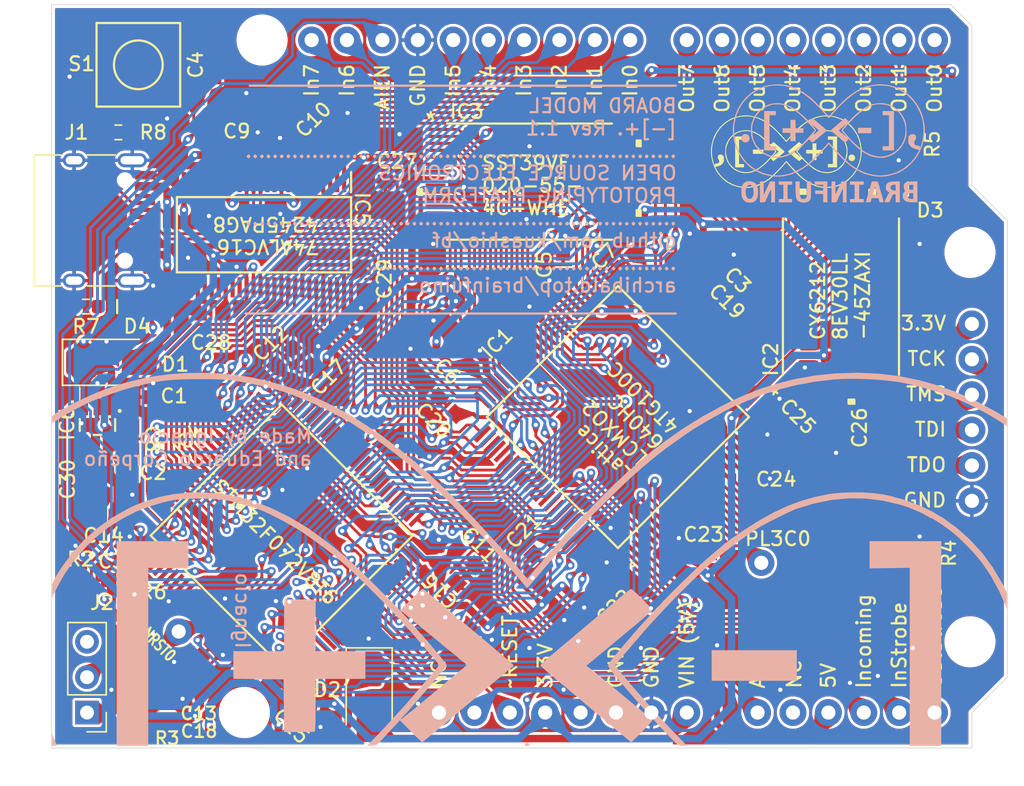
<source format=kicad_pcb>
(kicad_pcb (version 20241229) (generator "pcbnew") (generator_version "9.0")
  (layers (0 "F.Cu" signal) (2 "B.Cu" signal) (13 "F.Paste" user) (15 "B.Paste" user) (5 "F.SilkS" user "F.Silkscreen") (7 "B.SilkS" user "B.Silkscreen") (1 "F.Mask" user) (3 "B.Mask" user) (25 "Edge.Cuts" user))
  (property "REVISION" "1.1")
  (net 0 "")
  (net 1 "GND")
  (net 2 "Net-(IC5-1B8)")
  (net 3 "Net-(IC5-1B6)")
  (net 4 "/AIN0")
  (net 5 "/IN5")
  (net 6 "/IN6")
  (net 7 "/IN0")
  (net 8 "/AIEN")
  (net 9 "/TDI")
  (net 10 "/IN2")
  (net 11 "/INCMG")
  (net 12 "/IN3")
  (net 14 "/TMS")
  (net 15 "Net-(IC5-1B3)")
  (net 16 "/IN1")
  (net 17 "Net-(IC5-1B7)")
  (net 18 "Net-(IC5-1B1)")
  (net 19 "Net-(IC5-1B4)")
  (net 20 "/OUTSTRB")
  (net 21 "Net-(IC5-1B5)")
  (net 22 "/IN7")
  (net 23 "/TCK")
  (net 24 "/IN4")
  (net 25 "/TDO")
  (net 26 "/INSTRB")
  (net 27 "Net-(IC5-1B2)")
  (net 28 "/BRD_RST")
  (net 29 "Net-(IC6-BP)")
  (net 30 "Net-(D3-PadA)")
  (net 31 "Net-(D4-PadA)")
  (net 32 "/D7")
  (net 33 "/A3")
  (net 34 "Net-(IC1-PB10C)")
  (net 35 "/A1")
  (net 36 "Net-(IC1-PL5C)")
  (net 37 "3.3V")
  (net 38 "5V")
  (net 39 "/D6")
  (net 40 "Net-(IC1-PL6B)")
  (net 41 "/A12")
  (net 42 "Net-(IC1-PL3D)")
  (net 43 "/OUT5")
  (net 44 "/IN5_BFUP")
  (net 45 "Net-(IC1-PB10D)")
  (net 46 "/D4")
  (net 47 "/A8")
  (net 48 "/A14")
  (net 49 "/D5")
  (net 50 "Net-(IC1-PL5B)")
  (net 51 "/OUT2")
  (net 52 "Net-(IC1-PB6A)")
  (net 53 "Net-(IC1-PB12B)")
  (net 54 "/IN0_BFUP")
  (net 55 "Net-(IC1-PL3C)")
  (net 56 "Net-(IC1-PL7B)")
  (net 57 "/OUT1")
  (net 58 "/IN6_BFUP")
  (net 59 "Net-(IC1-PL6C)")
  (net 60 "/A11")
  (net 61 "/D1")
  (net 62 "/IN3_BFUP")
  (net 63 "/IN4_BFUP")
  (net 65 "Net-(IC1-PL7A)")
  (net 66 "Net-(IC1-PB6B)")
  (net 67 "/OUTSTR_BFUP")
  (net 68 "/A7")
  (net 69 "/A9")
  (net 70 "Net-(IC1-PL6D)")
  (net 71 "/OUT7")
  (net 72 "Net-(IC1-PL6A)")
  (net 73 "/A6")
  (net 74 "/A16")
  (net 75 "Net-(IC1-PB6C)")
  (net 76 "/INCMG_BFUP")
  (net 77 "/INSTR_BFUP")
  (net 78 "/A10")
  (net 79 "Net-(IC1-PL5A)")
  (net 80 "/BF_RST")
  (net 81 "/OUT6")
  (net 82 "/OUT3")
  (net 83 "/A13")
  (net 84 "/A15")
  (net 85 "Net-(IC1-PL7D)")
  (net 86 "/IN2_BFUP")
  (net 87 "Net-(IC1-PB10A)")
  (net 88 "/A17")
  (net 89 "Net-(IC1-PB4B)")
  (net 91 "Net-(IC1-PL7C)")
  (net 92 "/D0")
  (net 93 "/BF_CLK")
  (net 94 "/A5")
  (net 95 "Net-(IC1-PL5D)")
  (net 96 "/OUT0")
  (net 98 "/IN1_BFUP")
  (net 99 "Net-(IC1-PB4C)")
  (net 100 "Net-(IC1-PB10B)")
  (net 101 "/OUT4")
  (net 102 "/A2")
  (net 103 "Net-(IC1-PB4D)")
  (net 104 "Net-(IC1-PB12A)")
  (net 105 "/A4")
  (net 106 "Net-(IC1-PB4A)")
  (net 107 "/A0")
  (net 108 "/D2")
  (net 109 "/IN7_BFUP")
  (net 110 "Net-(IC1-PB6D)")
  (net 111 "/D3")
  (net 113 "/OE")
  (net 114 "/WE")
  (net 122 "/BOOT0")
  (net 125 "Net-(IC4-PF10)")
  (net 128 "/USB_DN")
  (net 132 "/USB_DP")
  (net 135 "Net-(IC4-NRST)")
  (net 143 "/INSTR_LVL")
  (net 156 "Net-(D2-A)")
  (net 158 "Net-(J1-CC2)")
  (net 159 "Net-(J1-CC1)")
  (net 162 "Net-(D1-A)")
  (footprint "BrainFuino:0603" (layer "F.Cu") (at 122.5 128.85 90)
    (property "Reference" "R3")
    (property "Value" "100k")
  )
  (footprint "BrainFuino:0603" (layer "F.Cu") (at 127.5 89)
    (property "Reference" "C9")
    (property "Value" "0.1uF")
  )
  (footprint "BrainFuino:TSOP-32" (layer "F.Cu") (at 170.8531 99.2886 90)
    (property "Reference" "IC2")
    (property "Value" "CY62128EV30LL-45AXI" (hide yes))
  )
  (footprint "BrainFuino:0603" (layer "F.Cu") (at 120.6119 121.7676)
    (property "Reference" "R6")
    (property "Value" "680")
  )
  (footprint "BrainFuino:0603" (layer "F.Cu") (at 125.8951 82.6516 90)
    (property "Reference" "C4")
    (property "Value" "0.1uF")
  )
  (footprint "BrainFuino:0603" (layer "F.Cu") (at 180.2511 117.7036 -90)
    (property "Reference" "R4")
    (property "Value" "4.7k")
  )
  (footprint "BrainFuino:LED-0603" (layer "F.Cu") (at 177.2539 91.567 180)
    (property "Reference" "D3")
    (property "Value" "GREEN")
  )
  (footprint "BrainFuino:TSOP32_WH_SST" (layer "F.Cu") (at 148.5011 91.0336)
    (property "Reference" "IC3")
    (property "Value" "SST39LF020-55-4C-WHE" (hide yes))
  )
  (footprint "BrainFuino:0603" (layer "F.Cu") (at 120 109.5 -90)
    (property "Reference" "C8")
    (property "Value" "1.0uF")
  )
  (footprint "BrainFuino:0603" (layer "F.Cu") (at 142.601041 107.101041 135)
    (property "Reference" "C20")
    (property "Value" "10nF")
  )
  (footprint "BrainFuino:0603" (layer "F.Cu") (at 125.65 100.5 180)
    (property "Reference" "C28")
    (property "Value" "0.1uF")
  )
  (footprint "Connector_USB:USB_C_Receptacle_HRO_TYPE-C-31-M-12" (layer "F.Cu") (at 116.87 93.82 -90)
    (property "Reference" "J1")
    (property "Value" "USB_C_Receptacle_USB2.0_16P")
  )
  (footprint "BrainFuino:0603" (layer "F.Cu") (at 133.8081 87.7316 45)
    (property "Reference" "C10")
    (property "Value" "0.1uF")
  )
  (footprint "BrainFuino:0603" (layer "F.Cu") (at 131.898959 128.398959 135)
    (property "Reference" "C15")
    (property "Value" "0.1uF")
  )
  (footprint "Diode_SMD:D_SMA" (layer "F.Cu") (at 118.5 104)
    (property "Reference" "D1")
    (property "Value" "SS12" (hide yes))
  )
  (footprint "BrainFuino:0603" (layer "F.Cu") (at 132.1571 104.8766 45)
    (property "Reference" "C17")
    (property "Value" "0.1uF")
  )
  (footprint "BrainFuino:0603" (layer "F.Cu") (at 139.0151 91.0336 180)
    (property "Reference" "C27")
    (property "Value" "0.1uF")
  )
  (footprint "BrainFuino:SOT23-5" (layer "F.Cu") (at 117.5 108.5 180)
    (property "Reference" "IC6")
    (property "Value" "SPX3819M5_3_3" (hide yes))
  )
  (footprint "BrainFuino:0603" (layer "F.Cu") (at 155.3981 96.7486 -135)
    (property "Reference" "C7")
    (property "Value" "10nF")
  )
  (footprint "BrainFuino:0603" (layer "F.Cu") (at 143.9681 117.9576 -45)
    (property "Reference" "C11")
    (property "Value" "4.7uF")
  )
  (footprint "Connector_PinHeader_2.54mm:PinHeader_1x03_P2.54mm_Vertical" (layer "F.Cu") (at 116.7511 129.1336 180)
    (property "Reference" "J2")
    (property "Value" "Conn_01x03_Pin")
  )
  (footprint "BrainFuino:0603" (layer "F.Cu") (at 178.8287 88.35 90)
    (property "Reference" "R5")
    (property "Value" "4.7k")
  )
  (footprint "BrainFuino:0603" (layer "F.Cu") (at 149.3901 117.1956 -135)
    (property "Reference" "C21")
    (property "Value" "10nF")
  )
  (footprint "BrainFuino:0603" (layer "F.Cu") (at 116.2821 120.4986 -90)
    (property "Reference" "R2")
    (property "Value" "22k")
  )
  (footprint "BrainFuino:0603" (layer "F.Cu") (at 166.1541 108.1786 -45)
    (property "Reference" "C25")
    (property "Value" "10nF")
  )
  (footprint "BrainFuino:0603" (layer "F.Cu") (at 160.445589 97.399956 -45)
    (property "Reference" "C19")
    (property "Value" "10nF")
  )
  (footprint "BrainFuino:LED-0603" (layer "F.Cu") (at 120.5 100 180)
    (property "Reference" "D4")
    (property "Value" "RED" (hide yes))
  )
  (footprint "Resistor_SMD:R_0603_1608Metric" (layer "F.Cu") (at 119 87.5 180)
    (property "Reference" "R8")
    (property "Value" "5.1k")
  )
  (footprint "BrainFuino:SOP50P810X120-48N" (layer "F.Cu") (at 129.4511 94.8436 -90)
    (property "Reference" "IC5")
    (property "Value" "74ALVC164245PAG8" (hide yes))
  )
  (footprint "Diode_SMD:D_SMA" (layer "F.Cu") (at 137 128 -90)
    (property "Reference" "D2")
    (property "Value" "SS12")
  )
  (footprint "BrainFuino:0603" (layer "F.Cu") (at 136.6021 98.0186 -90)
    (property "Reference" "C29")
    (property "Value" "0.1uF")
  )
  (footprint "BrainFuino:TACTILE_SWITCH_SMD_6.2MM_TALL" (layer "F.Cu") (at 120.4341 82.6516)
    (property "Reference" "S1")
    (property "Value" "RESET" (hide yes))
  )
  (footprint "BrainFuino:0603" (layer "F.Cu") (at 119.15 119.626042)
    (property "Reference" "C31")
    (property "Value" "0.1uF")
  )
  (footprint "LOGO" (layer "F.Cu") (at 166.942731 88.780648)
    (property "Reference" "")
    (property "Value" "LOGO" (hide yes))
  )
  (footprint "BrainFuino:QFP50P1600X1600X160-100N" (layer "F.Cu") (at 154.8511 107.9246 135)
    (property "Reference" "IC1")
    (property "Value" "LCMXO2-640HC-4TG100C")
  )
  (footprint "Resistor_SMD:R_0603_1608Metric" (layer "F.Cu") (at 116.675 100 180)
    (property "Reference" "R7")
    (property "Value" "5.1k" (hide yes))
  )
  (footprint "BrainFuino:0603" (layer "F.Cu") (at 170.5111 108.4326 -90)
    (property "Reference" "C26")
    (property "Value" "0.1uF")
  )
  (footprint "BrainFuino:0603" (layer "F.Cu") (at 161.5821 96.2406 -45)
    (property "Reference" "C3")
    (property "Value" "0.1uF")
  )
  (footprint "BrainFuino:0603" (layer "F.Cu") (at 124.2831 126.9746 135)
    (property "Reference" "C13")
    (property "Value" "1.0uF")
  )
  (footprint "BrainFuino:0603" (layer "F.Cu") (at 142.6981 119.2276 -45)
    (property "Reference" "C16")
    (property "Value" "0.1uF")
  )
  (footprint "BrainFuino:1X01_NO_SILK" (layer "F.Cu") (at 123.3297 123.317)
    (property "Reference" "NRST0")
    (property "Value" "TEST-POINTPOGO_PTH")
  )
  (footprint "BrainFuino:0603" (layer "F.Cu") (at 120.5 106.5)
    (property "Reference" "C1")
    (property "Value" "10uF")
  )
  (footprint "BrainFuino:0603" (layer "F.Cu") (at 119 112)
    (property "Reference" "C2")
    (property "Value" "1.0uF")
  )
  (footprint "BrainFuino:0603" (layer "F.Cu") (at 143.600334 103.600334 135)
    (property "Reference" "C6")
    (property "Value" "10nF")
  )
  (footprint "BrainFuino:ARDUINO_R3" (layer "F.Cu") (at 147.091093 105.0036)
    (property "Reference" "B1" (hide yes))
    (property "Value" "ARDUINO_UNO_R3")
  )
  (footprint "BrainFuino:0603" (layer "F.Cu") (at 118 115 180)
    (property "Reference" "C14")
    (property "Value" "0.1uF")
  )
  (footprint "BrainFuino:QFP50P1600X1600X160-100N" (layer "F.Cu") (at 130.7211 116.4336 45)
    (property "Reference" "IC4")
    (property "Value" "STM32F072V8T6")
  )
  (footprint "BrainFuino:0603" (layer "F.Cu") (at 116.5 112.5 -90)
    (property "Reference" "C30")
    (property "Value" "10nF")
  )
  (footprint "BrainFuino:1X01_NO_SILK" (layer "F.Cu") (at 165.1381 118.3894)
    (property "Reference" "PL3C0")
    (property "Value" "TEST-POINTPOGO_PTH")
  )
  (footprint "BrainFuino:0603" (layer "F.Cu") (at 130.8871 103.6066 45)
    (property "Reference" "C12")
    (property "Value" "4.7uF")
  )
  (footprint "BrainFuino:0603" (layer "F.Cu") (at 150.9141 97.0026 90)
    (property "Reference" "C5")
    (property "Value" "10nF")
  )
  (footprint "BrainFuino:0603" (layer "F.Cu") (at 153.7843 120.2182 45)
    (property "Reference" "C22")
    (property "Value" "10nF")
  )
  (footprint "BrainFuino:0603" (layer "F.Cu") (at 125.5531 125.7046 135)
    (property "Reference" "C18")
    (property "Value" "10nF")
  )
  (footprint "BrainFuino:0603" (layer "F.Cu") (at 160.5661 117.7036)
    (property "Reference" "C23")
    (property "Value" "10nF")
  )
  (footprint "BrainFuino:0603" (layer "F.Cu") (at 166.2049 111.0234)
    (property "Reference" "C24")
    (property "Value" "10nF")
  )
  (footprint "LOGO" (layer "B.Cu") (at 169.96839 88.176693 180)
    (property "Reference" "")
    (property "Value" "SmallLOGO" (hide yes))
  )
  (footprint "LOGO" (layer "B.Cu") (at 148.5 118 180)
    (property "Reference" "")
    (property "Value" "Brainfuino Back Logo" (hide yes))
  )
  (gr_line (start 159 84.148704) (end 128.428059 84.148704) (stroke (width 0.16)) (layer "B.SilkS"))
  (gr_line (start 159 100.5) (end 128.1324 100.5) (stroke (width 0.16)) (layer "B.SilkS"))
  (gr_line (start 180.2511 129.1336) (end 180.2511 131.6736) (stroke (width 0.05)) (layer "Edge.Cuts"))
  (gr_line (start 180.2511 131.6736) (end 114.2111 131.6736) (stroke (width 0.05)) (layer "Edge.Cuts"))
  (gr_line (start 114.2111 78.3336) (end 178.7271 78.3336) (stroke (width 0.05)) (layer "Edge.Cuts"))
  (gr_line (start 182.7911 93.8276) (end 182.7911 126.5936) (stroke (width 0.05)) (layer "Edge.Cuts"))
  (gr_line (start 182.7911 126.5936) (end 180.2511 129.1336) (stroke (width 0.05)) (layer "Edge.Cuts"))
  (gr_line (start 178.7271 78.3336) (end 180.2511 79.8576) (stroke (width 0.05)) (layer "Edge.Cuts"))
  (gr_line (start 180.2511 79.8576) (end 180.2511 91.2876) (stroke (width 0.05)) (layer "Edge.Cuts"))
  (gr_line (start 114.2111 131.6736) (end 114.2111 78.3336) (stroke (width 0.05)) (layer "Edge.Cuts"))
  (gr_line (start 180.2511 91.2876) (end 182.7911 93.8276) (stroke (width 0.05)) (layer "Edge.Cuts"))
  (gr_text "CY6212\n8EV30LL\n-45ZAXI" (at 173 102.5 90) (layer "F.SilkS") (effects (font (size 1 1) (thickness 0.16)) (justify left bottom)))
  (gr_text "STM32F072V8T6" (at 125.5 113 315) (layer "F.SilkS") (effects (font (size 1 1) (thickness 0.16)) (justify left bottom)))
  (gr_text "NC" (at 142 127.5 90) (layer "F.SilkS") (effects (font (size 1 1) (thickness 0.16)) (justify left)))
  (gr_text "Lattice\nLCMXO2\n640HC\n4TG100C" (at 159.5 108.5 135) (layer "F.SilkS") (effects (font (size 1 1) (thickness 0.16)) (justify left bottom)))
  (gr_text "DFU" (at 119 127 270) (layer "F.SilkS") (effects (font (size 1 1) (thickness 0.16)) (justify left bottom)))
  (gr_text "SST39VF\n020-55-\n4C-WHE" (at 145 93.5 0) (layer "F.SilkS") (effects (font (size 1 1) (thickness 0.16)) (justify left bottom)))
  (gr_text "NC" (at 167.5 127.5 90) (layer "F.SilkS") (effects (font (size 1 1) (thickness 0.16)) (justify left)))
  (gr_text "RUN" (at 119 123 270) (layer "F.SilkS") (effects (font (size 1 1) (thickness 0.16)) (justify left bottom)))
  (gr_text "74ALVC16\n4245PAG8" (at 133.5 93.5 180) (layer "F.SilkS") (effects (font (size 1 1) (thickness 0.16)) (justify left bottom)))
  (gr_text "Ignacio" (at 128.5 119 -90) (layer "B.SilkS") (effects (font (size 1 1) (thickness 0.16)) (justify right top mirror)))
  (gr_text "Made by Ignacio\nand Eduardo Corpeño" (at 133 111.5 0) (layer "B.SilkS") (effects (font (size 1 1) (thickness 0.16)) (justify left bottom mirror)))
  (gr_text "BOARD MODEL\n[-]+. Rev ${REVISION}\n.................................................................\nOPEN SOURCE ELECTRONICS\nPROTOTYPING PLATFORM\n.................................................................\ngithub.com/kuashio/bf\n...............................................\narchibald.top/brainfuino" (at 159.162309 99.058504 0) (layer "B.SilkS") (effects (font (size 1 1) (thickness 0.16)) (justify left bottom mirror)))
  (segment (start 154.38534 119.61716) (end 154.04244 119.27426) (width 0.2794) (layer "F.Cu") (net 1))
  (segment (start 166.75514 108.779644) (end 166.352884 109.1819) (width 0.5334) (layer "F.Cu") (net 1))
  (segment (start 141.572966 110.5) (end 141.315809 110.757157) (width 0.2) (layer "F.Cu") (net 1))
  (segment (start 157.847819 115.871066) (end 157.847819 115.812115) (width 0.2) (layer "F.Cu") (net 1))
  (segment (start 146.197527 110.214212) (end 145.411739 111) (width 0.2) (layer "F.Cu") (net 1))
  (segment (start 142.943383 110.5) (end 141.572966 110.5) (width 0.2) (layer "F.Cu") (net 1))
  (segment (start 154.04244 118.35986) (end 154.04244 119.27426) (width 0.2794) (layer "F.Cu") (net 1))
  (segment (start 145.411739 111) (end 143.443383 111) (width 0.2) (layer "F.Cu") (net 1))
  (segment (start 152.169251 114.2985) (end 152.743855 114.2985) (width 0.2794) (layer "F.Cu") (net 1))
  (segment (start 167.0549 111.0234) (end 167.0549 111.041347) (width 0.5334) (layer "F.Cu") (net 1))
  (segment (start 143.443383 111) (end 142.943383 110.5) (width 0.2) (layer "F.Cu") (net 1))
  (segment (start 166.352884 109.1819) (end 165.578106 109.1819) (width 0.5334) (layer "F.Cu") (net 1))
  (segment (start 152.743855 114.2985) (end 154.329914 115.884559) (width 0.2794) (layer "F.Cu") (net 1))
  (segment (start 150.793718 114.810407) (end 151.737438 113.866687) (width 0.2794) (layer "F.Cu") (net 1))
  (segment (start 151.737438 113.866687) (end 152.169251 114.2985) (width 0.2794) (layer "F.Cu") (net 1))
  (via (at 126.5 125) (size 0.6) (drill 0.3) (layers "F.Cu" "B.Cu") (net 1))
  (via (at 160 107.5) (size 0.6) (drill 0.3) (layers "F.Cu" "B.Cu") (net 1))
  (via (at 136.4107 100.1014) (size 0.6) (drill 0.3) (layers "F.Cu" "B.Cu") (net 1))
  (via (at 159.2199 116.6194) (size 0.6) (drill 0.3) (layers "F.Cu" "B.Cu") (net 1))
  (via (at 122.5 86.5) (size 0.6) (drill 0.3) (layers "F.Cu" "B.Cu") (net 1))
  (via (at 176.5 116.5) (size 0.6) (drill 0.3) (layers "F.Cu" "B.Cu") (net 1))
  (via (at 133.3426 102.8446) (size 0.6) (drill 0.3) (layers "F.Cu" "B.Cu") (net 1))
  (via (at 141.615787 101) (size 0.6) (drill 0.3) (layers "F.Cu" "B.Cu") (net 1))
  (via (at 139.9674 103.026875) (size 0.6) (drill 0.3) (layers "F.Cu" "B.Cu") (net 1))
  (via (at 121.5 105.5) (size 0.6) (drill 0.3) (layers "F.Cu" "B.Cu") (net 1))
  (via (at 121.5 123.5) (size 0.6) (drill 0.3) (layers "F.Cu" "B.Cu") (net 1))
  (via (at 119.81625 116.5) (size 0.6) (drill 0.3) (layers "F.Cu" "B.Cu") (net 1))
  (via (at 166.5 127.5) (size 0.6) (drill 0.3) (layers "F.Cu" "B.Cu") (net 1))
  (via (at 139.1793 87.63) (size 0.6) (drill 0.3) (layers "F.Cu" "B.Cu") (net 1))
  (via (at 123 125.5) (size 0.6) (drill 0.3) (layers "F.Cu" "B.Cu") (net 1))
  (via (at 125.5 93.5) (size 0.6) (drill 0.3) (layers "F.Cu" "B.Cu") (net 1))
  (via (at 152 124) (size 0.6) (drill 0.3) (layers "F.Cu" "B.Cu") (net 1))
  (via (at 148.5 88.5) (size 0.6) (drill 0.3) (layers "F.Cu" "B.Cu") (net 1))
  (via (at 160.0073 94.7674) (size 0.6) (drill 0.3) (layers "F.Cu" "B.Cu") (net 1))
  (via (at 130.7719 113.157) (size 0.6) (drill 0.3) (layers "F.Cu" "B.Cu") (net 1))
  (via (at 148.5 100) (size 0.6) (drill 0.3) (layers "F.Cu" "B.Cu") (net 1))
  (via (at 150.947633 127.492585) (size 0.6) (drill 0.3) (layers "F.Cu" "B.Cu") (net 1))
  (via (at 143.223181 99.610404) (size 0.6) (drill 0.3) (layers "F.Cu" "B.Cu") (net 1))
  (via (at 163.161348 96.276509) (size 0.6) (drill 0.3) (layers "F.Cu" "B.Cu") (net 1))
  (via (at 124 96.5) (size 0.6) (drill 0.3) (layers "F.Cu" "B.Cu") (net 1))
  (via (at 148.285336 93.72958) (size 0.6) (drill 0.3) (layers "F.Cu" "B.Cu") (net 1))
  (via (at 120.155138 120.654432) (size 0.6) (drill 0.3) (layers "F.Cu" "B.Cu") (net 1))
  (via (at 117.5 105.5) (size 0.6) (drill 0.3) (layers "F.Cu" "B.Cu") (net 1))
  (via (at 145.429653 116.520227) (size 0.6) (drill 0.3) (layers "F.Cu" "B.Cu") (net 1))
  (via (at 130.304058 121.135661) (size 0.6) (drill 0.3) (layers "F.Cu" "B.Cu") (net 1))
  (via (at 165.750268 112.345979) (size 0.6) (drill 0.3) (layers "F.Cu" "B.Cu") (net 1))
  (via (at 126.655306 120.952266) (size 0.6) (drill 0.3) (layers "F.Cu" "B.Cu") (net 1))
  (via (at 140.5 128.5) (size 0.6) (drill 0.3) (layers "F.Cu" "B.Cu") (net 1))
  (via (at 170.501256 110.493757) (size 0.6) (drill 0.3) (layers "F.Cu" "B.Cu") (net 1))
  (via (at 173.5 126.5) (size 0.6) (drill 0.3) (layers "F.Cu" "B.Cu") (net 1))
  (via (at 116.3484 108.376432) (size 0.6) (drill 0.3) (layers "F.Cu" "B.Cu") (net 1))
  (via (at 118.149997 102.5) (size 0.6) (drill 0.3) (layers "F.Cu" "B.Cu") (net 1))
  (via (at 141.5923 95.504) (size 0.6) (drill 0.3) (layers "F.Cu" "B.Cu") (net 1))
  (via (at 142 116.727734) (size 0.6) (drill 0.3) (layers "F.Cu" "B.Cu") (net 1))
  (via (at 133.505002 130.171505) (size 0.6) (drill 0.3) (layers "F.Cu" "B.Cu") (net 1))
  (via (at 121.5 98.5) (size 0.6) (drill 0.3) (layers "F.Cu" "B.Cu") (net 1))
  (via (at 140.841025 124.26066) (size 0.6) (drill 0.3) (layers "F.Cu" "B.Cu") (net 1))
  (via (at 120 113.5) (size 0.6) (drill 0.3) (layers "F.Cu" "B.Cu") (net 1))
  (via (at 165.578106 109.1819) (size 0.6) (drill 0.3) (layers "F.Cu" "B.Cu") (net 1))
  (via (at 129 87.5) (size 0.6) (drill 0.3) (layers "F.Cu" "B.Cu") (net 1))
  (via (at 144.945875 103.152128) (size 0.6) (drill 0.3) (layers "F.Cu" "B.Cu") (net 1))
  (via (at 130.950052 117.5) (size 0.6) (drill 0.3) (layers "F.Cu" "B.Cu") (net 1))
  (via (at 122.614462 121.147966) (size 0.6) (drill 0.3) (layers "F.Cu" "B.Cu") (net 1))
  (via (at 145.798158 123.907764) (size 0.6) (drill 0.3) (layers "F.Cu" "B.Cu") (net 1))
  (via (at 135.4455 86.106) (size 0.6) (drill 0.3) (layers "F.Cu" "B.Cu") (net 1))
  (via (at 128.1811 84.6836) (size 0.6) (drill 0.3) (layers "F.Cu" "B.Cu") (net 1))
  (via (at 115.5 83.5) (size 0.6) (drill 0.3) (layers "F.Cu" "B.Cu") (net 1))
  (via (at 123.60902 128.143309) (size 0.6) (drill 0.3) (layers "F.Cu" "B.Cu") (net 1))
  (via (at 130.6195 93.345) (size 0.6) (drill 0.3) (layers "F.Cu" "B.Cu") (net 1))
  (via (at 176.5 95.5) (size 0.6) (drill 0.3) (layers "F.Cu" "B.Cu") (net 1))
  (via (at 136.964267 123.825119) (size 0.6) (drill 0.3) (layers "F.Cu" "B.Cu") (net 1))
  (via (at 127.483666 97.143223) (size 0.6) (drill 0.3) (layers "F.Cu" "B.Cu") (net 1))
  (via (at 151 122.5) (size 0.6) (drill 0.3) (layers "F.Cu" "B.Cu") (net 1))
  (via (at 148.719378 119.46613) (size 0.6) (drill 0.3) (layers "F.Cu" "B.Cu") (net 1))
  (via (at 132.550387 111.608086) (size 0.6) (drill 0.3) (layers "F.Cu" "B.Cu") (net 1))
  (via (at 149.936301 98.116483) (size 0.6) (drill 0.3) (layers "F.Cu" "B.Cu") (net 1))
  (via (at 156.5 124.5) (size 0.6) (drill 0.3) (layers "F.Cu" "B.Cu") (net 1))
  (via (at 168.26334 104.374384) (size 0.6) (drill 0.3) (layers "F.Cu" "B.Cu") (net 1))
  (via (at 175 89.5) (size 0.6) (drill 0.3) (layers "F.Cu" "B.Cu") (net 1))
  (via (at 166.444662 106.614962) (size 0.6) (drill 0.3) (layers "F.Cu" "B.Cu") (net 1))
  (via (at 161.9631 124.3076) (size 0.6) (drill 0.3) (layers "F.Cu" "B.Cu") (net 1))
  (via (at 154.04244 118.35986) (size 0.6) (drill 0.3) (layers "F.Cu" "B.Cu") (net 1))
  (via (at 154.329914 115.884559) (size 0.6) (drill 0.3) (layers "F.Cu" "B.Cu") (net 1))
  (via (at 118.5 127.5) (size 0.6) (drill 0.3) (layers "F.Cu" "B.Cu") (net 1))
  (via (at 152.425781 121.60212) (size 0.6) (drill 0.3) (layers "F.Cu" "B.Cu") (net 1))
  (via (at 176 124.5) (size 0.6) (drill 0.3) (layers "F.Cu" "B.Cu") (net 1))
  (via (at 171.5 127) (size 0.6) (drill 0.3) (layers "F.Cu" "B.Cu") (net 1))
  (via (at 141.315809 110.757157) (size 0.6) (drill 0.3) (layers "F.Cu" "B.Cu") (net 1))
  (via (at 139 110) (size 0.6) (drill 0.3) (layers "F.Cu" "B.Cu") (net 1))
  (via (at 148.5 124.5) (size 0.6) (drill 0.3) (layers "F.Cu" "B.Cu") (net 1))
  (via (at 115.926547 117.163032) (size 0.6) (drill 0.3) (layers "F.Cu" "B.Cu") (net 1))
  (via (at 151.0665 94.9198) (size 0.6) (drill 0.3) (layers "F.Cu" "B.Cu") (net 1))
  (via (at 143.8021 91.4146) (size 0.6) (drill 0.3) (layers "F.Cu" "B.Cu") (net 1))
  (via (at 130.599534 87.900465) (size 0.6) (drill 0.3) (layers "F.Cu" "B.Cu") (net 1))
  (segment (start 129.619 90.221015) (end 129.619 87.017613) (width 0.2032) (layer "F.Cu") (net 2))
  (segment (start 159.2961 84.1756) (end 159.791093 83.680607) (width 0.2032) (layer "F.Cu") (net 2))
  (segment (start 129.7011 91.0686) (end 129.7011 90.303115) (width 0.2032) (layer "F.Cu") (net 2))
  (segment (start 129.619 87.017613) (end 132.461012 84.1756) (width 0.2032) (layer "F.Cu") (net 2))
  (segment (start 132.461012 84.1756) (end 159.2961 84.1756) (width 0.2032) (layer "F.Cu") (net 2))
  (segment (start 159.791093 83.680607) (end 159.791093 80.8736) (width 0.2032) (layer "F.Cu") (net 2))
  (segment (start 129.7011 90.303115) (end 129.619 90.221015) (width 0.2032) (layer "F.Cu") (net 2))
  (segment (start 159.612145 84.938601) (end 159.613146 84.9376) (width 0.2032) (layer "F.Cu") (net 3))
  (segment (start 164.871093 83.680607) (end 164.871093 80.8736) (width 0.2032) (layer "F.Cu") (net 3))
  (segment (start 131.2011 91.0686) (end 131.2011 86.760085) (width 0.2032) (layer "F.Cu") (net 3))
  (segment (start 159.613146 84.9376) (end 163.6141 84.9376) (width 0.2032) (layer "F.Cu") (net 3))
  (segment (start 163.6141 84.9376) (end 164.871093 83.680607) (width 0.2032) (layer "F.Cu") (net 3))
  (segment (start 131.2011 86.760085) (end 133.022585 84.9386) (width 0.2032) (layer "F.Cu") (net 3))
  (segment (start 133.022585 84.9386) (end 159.612145 84.938601) (width 0.2032) (layer "F.Cu") (net 3))
  (segment (start 162.381893 126.6444) (end 149.90963 126.6444) (width 0.2032) (layer "F.Cu") (net 4))
  (segment (start 164.871093 129.1336) (end 162.381893 126.6444) (width 0.2032) (layer "F.Cu") (net 4))
  (segment (start 124.665801 123.903111) (end 124.665801 123.9113) (width 0.2032) (layer "F.Cu") (net 4))
  (segment (start 125.956612 122.6123) (end 124.665801 123.903111) (width 0.2032) (layer "F.Cu") (net 4))
  (segment (start 149.90963 126.6444) (end 148.336048 128.217982) (width 0.2032) (layer "F.Cu") (net 4))
  (segment (start 124.665801 123.9113) (end 124.686597 123.932096) (width 0.2032) (layer "F.Cu") (net 4))
  (via (at 124.686597 123.932096) (size 0.6) (drill 0.3) (layers "F.Cu" "B.Cu") (net 4))
  (via (at 148.336048 128.217982) (size 0.6) (drill 0.3) (layers "F.Cu" "B.Cu") (net 4))
  (segment (start 131.328186 127.6654) (end 129.433886 125.7711) (width 0.2032) (layer "B.Cu") (net 4))
  (segment (start 148.336048 129.65019) (end 147.607038 130.3792) (width 0.2032) (layer "B.Cu") (net 4))
  (segment (start 144.035148 130.3792) (end 143.305493 129.649545) (width 0.2032) (layer "B.Cu") (net 4))
  (segment (start 147.607038 130.3792) (end 144.035148 130.3792) (width 0.2032) (layer "B.Cu") (net 4))
  (segment (start 124.686597 124.186597) (end 124.686597 123.932096) (width 0.2032) (layer "B.Cu") (net 4))
  (segment (start 143.305493 128.617655) (end 142.353238 127.6654) (width 0.2032) (layer "B.Cu") (net 4))
  (segment (start 129.433886 125.7711) (end 126.2711 125.7711) (width 0.2032) (layer "B.Cu") (net 4))
  (segment (start 142.353238 127.6654) (end 131.328186 127.6654) (width 0.2032) (layer "B.Cu") (net 4))
  (segment (start 126.2711 125.7711) (end 124.686597 124.186597) (width 0.2032) (layer "B.Cu") (net 4))
  (segment (start 143.305493 129.649545) (end 143.305493 128.617655) (width 0.2032) (layer "B.Cu") (net 4))
  (segment (start 148.336048 128.217982) (end 148.336048 129.65019) (width 0.2032) (layer "B.Cu") (net 4))
  (segment (start 126.29512 104.547884) (end 126.321601 104.547884) (width 0.2032) (layer "F.Cu") (net 5))
  (segment (start 125.956612 110.254904) (end 125.090335 109.388627) (width 0.2032) (layer "F.Cu") (net 5))
  (segment (start 125.090335 109.388627) (end 125.090335 105.752669) (width 0.2032) (layer "F.Cu") (net 5))
  (segment (start 125.090335 105.752669) (end 126.29512 104.547884) (width 0.2032) (layer "F.Cu") (net 5))
  (via (at 126.321601 104.547884) (size 0.6) (drill 0.3) (layers "F.Cu" "B.Cu") (net 5))
  (segment (start 143.027093 80.8736) (end 143.027093 84.885244) (width 0.2032) (layer "B.Cu") (net 5))
  (segment (start 126.762 101.150338) (end 126.762 103.698317) (width 0.2032) (layer "B.Cu") (net 5))
  (segment (start 143.027093 84.885244) (end 126.762 101.150338) (width 0.2032) (layer "B.Cu") (net 5))
  (segment (start 126.762 103.698317) (end 126.321601 104.138716) (width 0.2032) (layer "B.Cu") (net 5))
  (segment (start 126.321601 104.138716) (end 126.321601 104.547884) (width 0.2032) (layer "B.Cu") (net 5))
  (segment (start 125.603059 110.608457) (end 124.709335 109.714733) (width 0.2032) (layer "F.Cu") (net 6))
  (segment (start 124.709335 105.212167) (end 125.460751 104.460751) (width 0.2032) (layer "F.Cu") (net 6))
  (segment (start 124.709335 109.714733) (end 124.709335 105.212167) (width 0.2032) (layer "F.Cu") (net 6))
  (via (at 125.460751 104.460751) (size 0.6) (drill 0.3) (layers "F.Cu" "B.Cu") (net 6))
  (segment (start 135.407093 80.8736) (end 138.480493 83.947) (width 0.2032) (layer "B.Cu") (net 6))
  (segment (start 138.480493 83.947) (end 138.480493 88.893025) (width 0.2032) (layer "B.Cu") (net 6))
  (segment (start 126.381 100.992519) (end 126.381 103.540502) (width 0.2032) (layer "B.Cu") (net 6))
  (segment (start 138.480493 88.893025) (end 126.381 100.992519) (width 0.2032) (layer "B.Cu") (net 6))
  (segment (start 126.381 103.540502) (end 125.460751 104.460751) (width 0.2032) (layer "B.Cu") (net 6))
  (segment (start 127.496085 107.255343) (end 127.496085 106.456499) (width 0.2032) (layer "F.Cu") (net 7))
  (segment (start 126.995335 107.756093) (end 127.496085 107.255343) (width 0.2032) (layer "F.Cu") (net 7))
  (segment (start 126.995335 107.758089) (end 126.995335 107.756093) (width 0.2032) (layer "F.Cu") (net 7))
  (segment (start 127.496085 106.456499) (end 127.774797 106.177787) (width 0.2032) (layer "F.Cu") (net 7))
  (segment (start 127.724381 108.487135) (end 126.995335 107.758089) (width 0.2032) (layer "F.Cu") (net 7))
  (via (at 127.774797 106.177787) (size 0.6) (drill 0.3) (layers "F.Cu" "B.Cu") (net 7))
  (segment (start 155.727093 80.8736) (end 153.336692 83.264001) (width 0.2032) (layer "B.Cu") (net 7))
  (segment (start 129.514643 104.062989) (end 129.493 104.084632) (width 0.2032) (layer "B.Cu") (net 7))
  (segment (start 129.493 104.084632) (end 129.492999 104.380134) (width 0.2032) (layer "B.Cu") (net 7))
  (segment (start 129.643 101.000289) (end 129.643001 103.473446) (width 0.2032) (layer "B.Cu") (net 7))
  (segment (start 147.3807 83.264) (end 140.595401 90.049299) (width 0.2032) (layer "B.Cu") (net 7))
  (segment (start 129.514643 103.601803) (end 129.514643 104.062989) (width 0.2032) (layer "B.Cu") (net 7))
  (segment (start 129.492999 104.380134) (end 128.664932 105.2082) (width 0.2032) (layer "B.Cu") (net 7))
  (segment (start 129.643001 103.473446) (end 129.514643 103.601803) (width 0.2032) (layer "B.Cu") (net 7))
  (segment (start 140.595401 90.049299) (end 140.593988 90.0493) (width 0.2032) (layer "B.Cu") (net 7))
  (segment (start 127.774797 105.694416) (end 127.774797 106.177787) (width 0.2032) (layer "B.Cu") (net 7))
  (segment (start 128.664932 105.2082) (end 128.261013 105.2082) (width 0.2032) (layer "B.Cu") (net 7))
  (segment (start 153.336692 83.264001) (end 147.3807 83.264) (width 0.2032) (layer "B.Cu") (net 7))
  (segment (start 140.593988 90.0493) (end 129.643 101.000289) (width 0.2032) (layer "B.Cu") (net 7))
  (segment (start 128.261013 105.2082) (end 127.774797 105.694416) (width 0.2032) (layer "B.Cu") (net 7))
  (segment (start 134.072182 122.613111) (end 134.072182 119.614405) (width 0.2032) (layer "F.Cu") (net 8))
  (segment (start 134.072182 119.614405) (end 134.1165 119.570087) (width 0.2032) (layer "F.Cu") (net 8))
  (segment (start 134.778478 123.319407) (end 134.072182 122.613111) (width 0.2032) (layer "F.Cu") (net 8))
  (via (at 134.1165 119.570087) (size 0.6) (drill 0.3) (layers "F.Cu" "B.Cu") (net 8))
  (segment (start 131.5 82) (end 129.5 84) (width 0.2032) (layer "B.Cu") (net 8))
  (segment (start 117 94.358271) (end 117 100) (width 0.2032) (layer "B.Cu") (net 8))
  (segment (start 131.51346 119.116706) (end 132.383203 119.116706) (width 0.2032) (layer "B.Cu") (net 8))
  (segment (start 115 102) (end 115 115.221319) (width 0.2032) (layer "B.Cu") (net 8))
  (segment (start 117 100) (end 115 102) (width 0.2032) (layer "B.Cu") (net 8))
  (segment (start 131.5 80.479148) (end 131.5 82) (width 0.2032) (layer "B.Cu") (net 8))
  (segment (start 126.5 84) (end 123 87.5) (width 0.2032) (layer "B.Cu") (net 8))
  (segment (start 129.5 84) (end 126.5 84) (width 0.2032) (layer "B.Cu") (net 8))
  (segment (start 132.351148 79.628) (end 131.5 80.479148) (width 0.2032) (layer "B.Cu") (net 8))
  (segment (start 130.653266 119.9769) (end 131.51346 119.116706) (width 0.2032) (layer "B.Cu") (net 8))
  (segment (start 117.4674 118.167946) (end 119.276354 119.9769) (width 0.2032) (layer "B.Cu") (net 8))
  (segment (start 132.836584 119.570087) (end 134.1165 119.570087) (width 0.2032) (layer "B.Cu") (net 8))
  (segment (start 123 88.358271) (end 117 94.358271) (width 0.2032) (layer "B.Cu") (net 8))
  (segment (start 137.947093 80.8736) (end 136.701493 79.628) (width 0.2032) (layer "B.Cu") (net 8))
  (segment (start 132.383203 119.116706) (end 132.836584 119.570087) (width 0.2032) (layer "B.Cu") (net 8))
  (segment (start 123 87.5) (end 123 88.358271) (width 0.2032) (layer "B.Cu") (net 8))
  (segment (start 119.276354 119.9769) (end 130.653266 119.9769) (width 0.2032) (layer "B.Cu") (net 8))
  (segment (start 117.4674 117.688719) (end 117.4674 118.167946) (width 0.2032) (layer "B.Cu") (net 8))
  (segment (start 136.701493 79.628) (end 132.351148 79.628) (width 0.2032) (layer "B.Cu") (net 8))
  (segment (start 115 115.221319) (end 117.4674 117.688719) (width 0.2032) (layer "B.Cu") (net 8))
  (segment (start 154.791095 117.49737) (end 156.221516 118.92779) (width 0.2032) (layer "F.Cu") (net 9))
  (segment (start 159.24843 122.047579) (end 159.686552 122.047579) (width 0.2032) (layer "F.Cu") (net 9))
  (segment (start 158.685255 121.323086) (end 158.685255 121.484405) (width 0.2032) (layer "F.Cu") (net 9))
  (segment (start 152.288772 114.86151) (end 154.031721 116.604459) (width 0.2032) (layer "F.Cu") (net 9))
  (segment (start 152.156831 114.86151) (end 152.288772 114.86151) (width 0.2032) (layer "F.Cu") (net 9))
  (segment (start 154.243432 116.604459) (end 154.791095 117.152122) (width 0.2032) (layer "F.Cu") (net 9))
  (segment (start 158.685255 121.484405) (end 159.24843 122.047579) (width 0.2032) (layer "F.Cu") (net 9))
  (segment (start 160.041573 122.4026) (end 164.710931 122.4026) (width 0.2032) (layer "F.Cu") (net 9))
  (segment (start 159.686552 122.047579) (end 160.041573 122.4026) (width 0.2032) (layer "F.Cu") (net 9))
  (segment (start 178.249918 108.863613) (end 180.2511 108.863613) (width 0.2032) (layer "F.Cu") (net 9))
  (segment (start 154.791095 117.152122) (end 154.791095 117.49737) (width 0.2032) (layer "F.Cu") (net 9))
  (segment (start 156.289959 118.92779) (end 158.685255 121.323086) (width 0.2032) (layer "F.Cu") (net 9))
  (segment (start 164.710931 122.4026) (end 178.249918 108.863613) (width 0.2032) (layer "F.Cu") (net 9))
  (segment (start 151.500825 115.517516) (end 152.156831 114.86151) (width 0.2032) (layer "F.Cu") (net 9))
  (segment (start 156.221516 118.92779) (end 156.289959 118.92779) (width 0.2032) (layer "F.Cu") (net 9))
  (segment (start 154.031721 116.604459) (end 154.243432 116.604459) (width 0.2032) (layer "F.Cu") (net 9))
  (segment (start 126.233335 108.410308) (end 126.233335 106.506211) (width 0.2032) (layer "F.Cu") (net 10))
  (segment (start 127.017271 109.194244) (end 126.233335 108.410308) (width 0.2032) (layer "F.Cu") (net 10))
  (segment (start 126.233335 106.506211) (end 126.5259 106.213646) (width 0.2032) (layer "F.Cu") (net 10))
  (via (at 126.5259 106.213646) (size 0.6) (drill 0.3) (layers "F.Cu" "B.Cu") (net 10))
  (segment (start 128.349302 104.4462) (end 127.895118 104.4462) (width 0.2032) (layer "B.Cu") (net 10))
  (segment (start 149.020693 82.5) (end 147.028794 82.5) (width 0.2032) (layer "B.Cu") (net 10))
  (segment (start 128.731 104.064502) (end 128.349302 104.4462) (width 0.2032) (layer "B.Cu") (net 10))
  (segment (start 150.647093 80.8736) (end 149.020693 82.5) (width 0.2032) (layer "B.Cu") (net 10))
  (segment (start 127.895118 104.4462) (end 126.5259 105.815418) (width 0.2032) (layer "B.Cu") (net 10))
  (segment (start 128.731 103.769) (end 128.731 104.064502) (width 0.2032) (layer "B.Cu") (net 10))
  (segment (start 128.752643 100.776151) (end 128.752643 103.747357) (width 0.2032) (layer "B.Cu") (net 10))
  (segment (start 126.5259 105.815418) (end 126.5259 106.213646) (width 0.2032) (layer "B.Cu") (net 10))
  (segment (start 147.028794 82.5) (end 128.752643 100.776151) (width 0.2032) (layer "B.Cu") (net 10))
  (segment (start 128.752643 103.747357) (end 128.731 103.769) (width 0.2032) (layer "B.Cu") (net 10))
  (segment (start 172.5 129.124693) (end 172.482186 129.124693) (width 0.2032) (layer "F.Cu") (net 11))
  (segment (start 172.482186 129.124693) (end 169.620893 126.2634) (width 0.2032) (layer "F.Cu") (net 11))
  (segment (start 141.999198 113.712538) (end 141.44035 113.153691) (width 0.2032) (layer "F.Cu") (net 11))
  (segment (start 136.9047 110.25) (end 137.25 110.25) (width 0.2) (layer "F.Cu") (net 11))
  (segment (start 172.491093 129.1336) (end 172.5 129.124693) (width 0.2032) (layer "F.Cu") (net 11))
  (segment (start 148 115) (end 146.713538 113.713538) (width 0.2032) (layer "F.Cu") (net 11))
  (segment (start 142.001612 113.713538) (end 142.000611 113.712538) (width 0.2032) (layer "F.Cu") (net 11))
  (segment (start 148 115.219022) (end 148 115) (width 0.2032) (layer "F.Cu") (net 11))
  (segment (start 141.44035 113.153691) (end 140.153691 113.153691) (width 0.2032) (layer "F.Cu") (net 11))
  (segment (start 146.165997 117.053025) (end 148 115.219022) (width 0.2032) (layer "F.Cu") (net 11))
  (segment (start 140.153691 113.153691) (end 137.25 110.25) (width 0.2032) (layer "F.Cu") (net 11))
  (segment (start 152.015443 126.2634) (end 150.059643 124.3076) (width 0.2032) (layer "F.Cu") (net 11))
  (segment (start 136.192692 110.962008) (end 136.9047 110.25) (width 0.2) (layer "F.Cu") (net 11))
  (segment (start 146.165997 120.782444) (end 146.165997 117.053025) (width 0.2032) (layer "F.Cu") (net 11))
  (segment (start 146.713538 113.713538) (end 142.001612 113.713538) (width 0.2032) (layer "F.Cu") (net 11))
  (segment (start 169.620893 126.2634) (end 152.015443 126.2634) (width 0.2032) (layer "F.Cu") (net 11))
  (segment (start 150.059643 124.3076) (end 149.691154 124.3076) (width 0.2032) (layer "F.Cu") (net 11))
  (segment (start 149.691154 124.3076) (end 146.165997 120.782444) (width 0.2032) (layer "F.Cu") (net 11))
  (segment (start 142.000611 113.712538) (end 141.999198 113.712538) (width 0.2032) (layer "F.Cu") (net 11))
  (segment (start 128.130453 104.199349) (end 126.749318 105.580484) (width 0.2032) (layer "F.Cu") (net 12))
  (segment (start 126.340153 105.580483) (end 125.852335 106.068301) (width 0.2032) (layer "F.Cu") (net 12))
  (segment (start 128.130453 103.845653) (end 128.130453 104.199349) (width 0.2032) (layer "F.Cu") (net 12))
  (segment (start 125.852335 108.736414) (end 126.663718 109.547797) (width 0.2032) (layer "F.Cu") (net 12))
  (segment (start 126.749318 105.580484) (end 126.340153 105.580483) (width 0.2032) (layer "F.Cu") (net 12))
  (segment (start 125.852335 106.068301) (end 125.852335 108.736414) (width 0.2032) (layer "F.Cu") (net 12))
  (via (at 128.130453 103.845653) (size 0.6) (drill 0.3) (layers "F.Cu" "B.Cu") (net 12))
  (segment (start 128.101043 103.772957) (end 128.101043 100.888932) (width 0.2032) (layer "B.Cu") (net 12))
  (segment (start 128.130453 103.845653) (end 128.100523 103.815723) (width 0.2032) (layer "B.Cu") (net 12))
  (segment (start 128.101043 100.888932) (end 148.107093 80.882882) (width 0.2032) (layer "B.Cu") (net 12))
  (segment (start 148.107093 80.882882) (end 148.107093 80.8736) (width 0.2032) (layer "B.Cu") (net 12))
  (segment (start 128.100523 103.773477) (end 128.101043 103.772957) (width 0.2032) (layer "B.Cu") (net 12))
  (segment (start 128.100523 103.815723) (end 128.100523 103.773477) (width 0.2032) (layer "B.Cu") (net 12))
  (segment (start 159.406245 121.666579) (end 159.066255 121.326589) (width 0.2032) (layer "F.Cu") (net 14))
  (segment (start 159.066255 121.16527) (end 156.447775 118.54679) (width 0.2032) (layer "F.Cu") (net 14))
  (segment (start 150.931312 113.2586) (end 150.086612 114.1033) (width 0.2032) (layer "F.Cu") (net 14))
  (segment (start 155.173093 115.854213) (end 152.57748 113.2586) (width 0.2032) (layer "F.Cu") (net 14))
  (segment (start 156.447775 118.54679) (end 156.379331 118.54679) (width 0.2032) (layer "F.Cu") (net 14))
  (segment (start 152.57748 113.2586) (end 150.931312 113.2586) (width 0.2032) (layer "F.Cu") (net 14))
  (segment (start 160.199389 122.0216) (end 159.844368 121.666579) (width 0.2032) (layer "F.Cu") (net 14))
  (segment (start 155.173093 117.340552) (end 155.173093 115.854213) (width 0.2032) (layer "F.Cu") (net 14))
  (segment (start 180.2511 106.323613) (end 164.553112 122.0216) (width 0.2032) (layer "F.Cu") (net 14))
  (segment (start 159.844368 121.666579) (end 159.406245 121.666579) (width 0.2032) (layer "F.Cu") (net 14))
  (segment (start 159.066255 121.326589) (end 159.066255 121.16527) (width 0.2032) (layer "F.Cu") (net 14))
  (segment (start 156.379331 118.54679) (end 155.173093 117.340552) (width 0.2032) (layer "F.Cu") (net 14))
  (segment (start 164.553112 122.0216) (end 160.199389 122.0216) (width 0.2032) (layer "F.Cu") (net 14))
  (segment (start 137.1971 86.0816) (end 133.2011 90.0776) (width 0.2032) (layer "F.Cu") (net 15))
  (segment (start 172.491093 80.8736) (end 172.491093 84.823607) (width 0.2032) (layer "F.Cu") (net 15))
  (segment (start 172.491093 84.823607) (end 171.2341 86.0806) (width 0.2032) (layer "F.Cu") (net 15))
  (segment (start 160.086594 86.0806) (end 160.085592 86.081601) (width 0.2032) (layer "F.Cu") (net 15))
  (segment (start 160.085592 86.081601) (end 137.1971 86.0816) (width 0.2032) (layer "F.Cu") (net 15))
  (segment (start 133.2011 90.0776) (end 133.2011 91.0686) (width 0.2032) (layer "F.Cu") (net 15))
  (segment (start 171.2341 86.0806) (end 160.086594 86.0806) (width 0.2032) (layer "F.Cu") (net 15))
  (segment (start 127.370825 108.840688) (end 126.614335 108.084198) (width 0.2032) (layer "F.Cu") (net 16))
  (segment (start 126.614335 108.084198) (end 126.614335 107.236151) (width 0.2032) (layer "F.Cu") (net 16))
  (segment (start 126.614335 107.236151) (end 126.851795 106.998691) (width 0.2032) (layer "F.Cu") (net 16))
  (via (at 126.851795 106.998691) (size 0.6) (drill 0.3) (layers "F.Cu" "B.Cu") (net 16))
  (segment (start 128.507117 104.8272) (end 128.103197 104.8272) (width 0.2032) (layer "B.Cu") (net 16))
  (segment (start 127.153537 106.696949) (end 126.851795 106.998691) (width 0.2032) (layer "B.Cu") (net 16))
  (segment (start 128.103197 104.8272) (end 127.153537 105.77686) (width 0.2032) (layer "B.Cu") (net 16))
  (segment (start 147.187024 82.882) (end 129.262 100.807024) (width 0.2032) (layer "B.Cu") (net 16))
  (segment (start 129.112 104.222318) (end 128.507117 104.8272) (width 0.2032) (layer "B.Cu") (net 16))
  (segment (start 151.178693 82.882) (end 147.187024 82.882) (width 0.2032) (layer "B.Cu") (net 16))
  (segment (start 129.262001 103.31563) (end 129.133643 103.443988) (width 0.2032) (layer "B.Cu") (net 16))
  (segment (start 129.112 103.926816) (end 129.112 104.222318) (width 0.2032) (layer "B.Cu") (net 16))
  (segment (start 129.262 100.807024) (end 129.262001 103.31563) (width 0.2032) (layer "B.Cu") (net 16))
  (segment (start 153.187093 80.8736) (end 151.178693 82.882) (width 0.2032) (layer "B.Cu") (net 16))
  (segment (start 129.133643 103.905173) (end 129.112 103.926816) (width 0.2032) (layer "B.Cu") (net 16))
  (segment (start 129.133643 103.443988) (end 129.133643 103.905173) (width 0.2032) (layer "B.Cu") (net 16))
  (segment (start 127.153537 105.77686) (end 127.153537 106.696949) (width 0.2032) (layer "B.Cu") (net 16))
  (segment (start 159.454329 84.557601) (end 132.619241 84.5576) (width 0.2032) (layer "F.Cu") (net 17))
  (segment (start 130 90.0632) (end 130.1315 90.0632) (width 0.2032) (layer "F.Cu") (net 17))
  (segment (start 162.331093 80.8736) (end 162.331093 83.426607) (width 0.2032) (layer "F.Cu") (net 17))
  (segment (start 130.1315 90.999) (end 130.2011 91.0686) (width 0.2032) (layer "F.Cu") (net 17))
  (segment (start 132.619241 84.5576) (end 130 87.176841) (width 0.2032) (layer "F.Cu") (net 17))
  (segment (start 130 87.176841) (end 130 90.0632) (width 0.2032) (layer "F.Cu") (net 17))
  (segment (start 162.331093 83.426607) (end 161.2011 84.5566) (width 0.2032) (layer "F.Cu") (net 17))
  (segment (start 159.45533 84.5566) (end 159.454329 84.557601) (width 0.2032) (layer "F.Cu") (net 17))
  (segment (start 130.1315 90.0632) (end 130.1315 90.999) (width 0.2032) (layer "F.Cu") (net 17))
  (segment (start 161.2011 84.5566) (end 159.45533 84.5566) (width 0.2032) (layer "F.Cu") (net 17))
  (segment (start 160.401223 86.843603) (end 160.402226 86.8426) (width 0.2032) (layer "F.Cu") (net 18))
  (segment (start 134.7011 91.0686) (end 134.7011 89.6698) (width 0.2032) (layer "F.Cu") (net 18))
  (segment (start 137.5273 86.8436) (end 160.085589 86.843601) (width 0.2032) (layer "F.Cu") (net 18))
  (segment (start 134.7011 89.6698) (end 137.5273 86.8436) (width 0.2032) (layer "F.Cu") (net 18))
  (segment (start 160.085589 86.843601) (end 160.085591 86.843603) (width 0.2032) (layer "F.Cu") (net 18))
  (segment (start 175.9331 86.8426) (end 177.571093 85.204607) (width 0.2032) (layer "F.Cu") (net 18))
  (segment (start 160.085591 86.843603) (end 160.401223 86.843603) (width 0.2032) (layer "F.Cu") (net 18))
  (segment (start 177.571093 85.204607) (end 177.571093 80.8736) (width 0.2032) (layer "F.Cu") (net 18))
  (segment (start 160.402226 86.8426) (end 175.9331 86.8426) (width 0.2032) (layer "F.Cu") (net 18))
  (segment (start 159.927777 85.700601) (end 159.928777 85.6996) (width 0.2032) (layer "F.Cu") (net 19))
  (segment (start 169.951093 84.696607) (end 169.951093 80.8736) (width 0.2032) (layer "F.Cu") (net 19))
  (segment (start 132.7011 90.038782) (end 137.039281 85.7006) (width 0.2032) (layer "F.Cu") (net 19))
  (segment (start 137.039281 85.7006) (end 159.927777 85.700601) (width 0.2032) (layer "F.Cu") (net 19))
  (segment (start 168.9481 85.6996) (end 169.951093 84.696607) (width 0.2032) (layer "F.Cu") (net 19))
  (segment (start 159.928777 85.6996) (end 168.9481 85.6996) (width 0.2032) (layer "F.Cu") (net 19))
  (segment (start 132.7011 91.0686) (end 132.7011 90.038782) (width 0.2032) (layer "F.Cu") (net 19))
  (segment (start 129.792968 94.0054) (end 137.9601 94.0054) (width 0.2032) (layer "F.Cu") (net 20))
  (segment (start 152.331081 125.5014) (end 173.938893 125.5014) (width 0.2032) (layer "F.Cu") (net 20))
  (segment (start 140.097465 111.120742) (end 140.097465 111.660546) (width 0.2032) (layer "F.Cu") (net 20))
  (segment (start 173.938893 125.5014) (end 177.571093 129.1336) (width 0.2032) (layer "F.Cu") (net 20))
  (segment (start 141.018967 112.042244) (end 141.198032 111.863179) (width 0.2032) (layer "F.Cu") (net 20))
  (segment (start 141.198032 111.863179) (end 141.304441 111.863179) (width 0.2032) (layer "F.Cu") (net 20))
  (segment (start 139.3825 105.3825) (end 140.1953 106.195301) (width 0.2032) (layer "F.Cu") (net 20))
  (segment (start 139.3825 95.4278) (end 139.3825 105.3825) (width 0.2032) (layer "F.Cu") (net 20))
  (segment (start 137.9601 94.0054) (end 139.3825 95.4278) (width 0.2032) (layer "F.Cu") (net 20))
  (segment (start 129.2011 93.413532) (end 129.792968 94.0054) (width 0.2032) (layer "F.Cu") (net 20))
  (segment (start 140.097465 111.660546) (end 140.479163 112.042244) (width 0.2032) (layer "F.Cu") (net 20))
  (segment (start 141.304441 111.863179) (end 142.391025 112.949763) (width 0.2032) (layer "F.Cu") (net 20))
  (segment (start 146.927997 120.466812) (end 150.006785 123.5456) (width 0.2032) (layer "F.Cu") (net 20))
  (segment (start 142.391025 112.949763) (end 147.027394 112.949763) (width 0.2032) (layer "F.Cu") (net 20))
  (segment (start 148.762 115.534654) (end 146.927997 117.368656) (width 0.2032) (layer "F.Cu") (net 20))
  (segment (start 146.927997 117.368656) (end 146.927997 120.466812) (width 0.2032) (layer "F.Cu") (net 20))
  (segment (start 140.1953 106.195301) (end 140.1953 111.022907) (width 0.2032) (layer "F.Cu") (net 20))
  (segment (start 140.1953 111.022907) (end 140.097465 111.120742) (width 0.2032) (layer "F.Cu") (net 20))
  (segment (start 140.479163 112.042244) (end 141.018967 112.042244) (width 0.2032) (layer "F.Cu") (net 20))
  (segment (start 129.2011 91.0686) (end 129.2011 93.413532) (width 0.2032) (layer "F.Cu") (net 20))
  (segment (start 148.762 114.68437) (end 148.762 115.534654) (width 0.2032) (layer "F.Cu") (net 20))
  (segment (start 150.006785 123.5456) (end 150.375281 123.5456) (width 0.2032) (layer "F.Cu") (net 20))
  (segment (start 147.027394 112.949763) (end 148.762 114.68437) (width 0.2032) (layer "F.Cu") (net 20))
  (segment (start 150.375281 123.5456) (end 152.331081 125.5014) (width 0.2032) (layer "F.Cu") (net 20))
  (segment (start 133.1804 85.3196) (end 159.769961 85.319601) (width 0.2032) (layer "F.Cu") (net 21))
  (segment (start 131.7011 91.0686) (end 131.7011 86.7989) (width 0.2032) (layer "F.Cu") (net 21))
  (segment (start 159.769961 85.319601) (end 159.770961 85.3186) (width 0.2032) (layer "F.Cu") (net 21))
  (segment (start 166.0271 85.3186) (end 167.411093 83.934607) (width 0.2032) (layer "F.Cu") (net 21))
  (segment (start 131.7011 86.7989) (end 133.1804 85.3196) (width 0.2032) (layer "F.Cu") (net 21))
  (segment (start 159.770961 85.3186) (end 166.0271 85.3186) (width 0.2032) (layer "F.Cu") (net 21))
  (segment (start 167.411093 83.934607) (end 167.411093 80.8736) (width 0.2032) (layer "F.Cu") (net 21))
  (segment (start 124.709204 110.294237) (end 124.709204 110.294229) (width 0.2032) (layer "F.Cu") (net 22))
  (segment (start 124.7092 110.294219) (end 124.709196 110.294215) (width 0.2032) (layer "F.Cu") (net 22))
  (segment (start 125.249506 110.96201) (end 124.723551 110.436055) (width 0.2032) (layer "F.Cu") (net 22))
  (segment (start 124.328335 109.913345) (end 124.328335 104.650797) (width 0.2032) (layer "F.Cu") (net 22))
  (segment (start 124.328335 104.650797) (end 125.362711 103.616421) (width 0.2032) (layer "F.Cu") (net 22))
  (segment (start 124.709204 110.294229) (end 124.7092 110.294225) (width 0.2032) (layer "F.Cu") (net 22))
  (segment (start 124.709196 110.294208) (end 124.328335 109.913345) (width 0.2032) (layer "F.Cu") (net 22))
  (segment (start 124.709196 110.294215) (end 124.709196 110.294208) (width 0.2032) (layer "F.Cu") (net 22))
  (segment (start 124.709214 110.294255) (end 124.709209 110.29425) (width 0.2032) (layer "F.Cu") (net 22))
  (segment (start 124.723551 110.436052) (end 124.70921 110.421712) (width 0.2032) (layer "F.Cu") (net 22))
  (segment (start 124.70921 110.421712) (end 124.709214 110.294255) (width 0.2032) (layer "F.Cu") (net 22))
  (segment (start 124.709209 110.29425) (end 124.709209 110.294242) (width 0.2032) (layer "F.Cu") (net 22))
  (segment (start 124.7092 110.294225) (end 124.7092 110.294219) (width 0.2032) (layer "F.Cu") (net 22))
  (segment (start 124.723551 110.436055) (end 124.723551 110.436052) (width 0.2032) (layer "F.Cu") (net 22))
  (segment (start 124.709209 110.294242) (end 124.709204 110.294237) (width 0.2032) (layer "F.Cu") (net 22))
  (via (at 125.362711 103.616421) (size 0.6) (drill 0.3) (layers "F.Cu" "B.Cu") (net 22))
  (segment (start 126 102.5) (end 125.5 103) (width 0.2032) (layer "B.Cu") (net 22))
  (segment (start 125.5 103) (end 125.5 103.479132) (width 0.2032) (layer "B.Cu") (net 22))
  (segment (start 138.098493 84.10523) (end 138.098493 88.734795) (width 0.2032) (layer "B.Cu") (net 22))
  (segment (start 134.493493 82.5) (end 136.493263 82.5) (width 0.2032) (layer "B.Cu") (net 22))
  (segment (start 136.493263 82.5) (end 138.098493 84.10523) (width 0.2032) (layer "B.Cu") (net 22))
  (segment (start 125.5 103.479132) (end 125.362711 103.616421) (width 0.2032) (layer "B.Cu") (net 22))
  (segment (start 132.867093 80.8736) (end 134.493493 82.5) (width 0.2032) (layer "B.Cu") (net 22))
  (segment (start 138.098493 88.734795) (end 126 100.833288) (width 0.2032) (layer "B.Cu") (net 22))
  (segment (start 126 100.833288) (end 126 102.5) (width 0.2032) (layer "B.Cu") (net 22))
  (segment (start 150.378614 114.456854) (end 147.308997 117.526471) (width 0.2032) (layer "F.Cu") (net 23))
  (segment (start 182 117.8597) (end 182 105.532513) (width 0.2032) (layer "F.Cu") (net 23))
  (segment (start 182 105.532513) (end 180.2511 103.783613) (width 0.2032) (layer "F.Cu") (net 23))
  (segment (start 175.6901 123.1646) (end 180.2511 118.6036) (width 0.2032) (layer "F.Cu") (net 23))
  (segment (start 147.308997 120.308997) (end 150.1646 123.1646) (width 0.2032) (layer "F.Cu") (net 23))
  (segment (start 180.2511 118.5536) (end 181.3061 118.5536) (width 0.2032) (layer "F.Cu") (net 23))
  (segment (start 150.440165 114.456854) (end 150.378614 114.456854) (width 0.2032) (layer "F.Cu") (net 23))
  (segment (start 147.308997 117.526471) (end 147.308997 120.308997) (width 0.2032) (layer "F.Cu") (net 23))
  (segment (start 181.3061 118.5536) (end 182 117.8597) (width 0.2032) (layer "F.Cu") (net 23))
  (segment (start 150.1646 123.1646) (end 175.6901 123.1646) (width 0.2032) (layer "F.Cu") (net 23))
  (segment (start 180.2511 118.6036) (end 180.2511 118.5536) (width 0.2032) (layer "F.Cu") (net 23))
  (segment (start 125.471335 109.06252) (end 125.471335 105.910485) (width 0.2032) (layer "F.Cu") (net 24))
  (segment (start 126.310165 109.90135) (end 125.471335 109.06252) (width 0.2032) (layer "F.Cu") (net 24))
  (segment (start 126.591503 105.199484) (end 127.142545 104.648442) (width 0.2032) (layer "F.Cu") (net 24))
  (segment (start 125.471335 105.910485) (end 126.182336 105.199484) (width 0.2032) (layer "F.Cu") (net 24))
  (segment (start 126.182336 105.199484) (end 126.591503 105.199484) (width 0.2032) (layer "F.Cu") (net 24))
  (segment (start 127.142545 104.648442) (end 127.142545 104.327534) (width 0.2032) (layer "F.Cu") (net 24))
  (via (at 127.142545 104.327534) (size 0.6) (drill 0.3) (layers "F.Cu" "B.Cu") (net 24))
  (segment (start 127.5 100.951157) (end 127.5 103.970079) (width 0.2032) (layer "B.Cu") (net 24))
  (segment (start 145.567093 82.884063) (end 127.5 100.951157) (width 0.2032) (layer "B.Cu") (net 24))
  (segment (start 145.567093 80.8736) (end 145.567093 82.884063) (width 0.2032) (layer "B.Cu") (net 24))
  (segment (start 127.5 103.970079) (end 127.142545 104.327534) (width 0.2032) (layer "B.Cu") (net 24))
  (segment (start 180.2511 111.403613) (end 176.248737 111.403613) (width 0.2032) (layer "F.Cu") (net 25))
  (segment (start 164.86875 122.7836) (end 152.685759 122.7836) (width 0.2032) (layer "F.Cu") (net 25))
  (segment (start 152.685759 122.7836) (end 150 120.097841) (width 0.2032) (layer "F.Cu") (net 25))
  (segment (start 150 117.72545) (end 151.854381 115.871069) (width 0.2032) (layer "F.Cu") (net 25))
  (segment (start 176.248737 111.403613) (end 164.86875 122.7836) (width 0.2032) (layer "F.Cu") (net 25))
  (segment (start 150 120.097841) (end 150 117.72545) (width 0.2032) (layer "F.Cu") (net 25))
  (segment (start 140.321348 112.423244) (end 141.176783 112.423244) (width 0.2032) (layer "F.Cu") (net 26))
  (segment (start 141.251235 112.348792) (end 142.233206 113.330763) (width 0.2032) (layer "F.Cu") (net 26))
  (segment (start 149.84897 123.9266) (end 150.217462 123.9266) (width 0.2032) (layer "F.Cu") (net 26))
  (segment (start 128.7011 93.4674) (end 129.6201 94.3864) (width 0.2032) (layer "F.Cu") (net 26))
  (segment (start 141.176783 112.423244) (end 141.251235 112.348792) (width 0.2032) (layer "F.Cu") (net 26))
  (segment (start 148.381 114.842185) (end 148.381 115.376838) (width 0.2032) (layer "F.Cu") (net 26))
  (segment (start 139.716465 110.962927) (end 139.716465 111.818362) (width 0.2032) (layer "F.Cu") (net 26))
  (segment (start 146.546997 120.624628) (end 149.84897 123.9266) (width 0.2032) (layer "F.Cu") (net 26))
  (segment (start 142.233206 113.330763) (end 146.869578 113.330763) (width 0.2032) (layer "F.Cu") (net 26))
  (segment (start 128.7011 91.0686) (end 128.7011 93.4674) (width 0.2032) (layer "F.Cu") (net 26))
  (segment (start 146.546997 117.210841) (end 146.546997 120.624628) (width 0.2032) (layer "F.Cu") (net 26))
  (segment (start 139.716465 111.818362) (end 140.321348 112.423244) (width 0.2032) (layer "F.Cu") (net 26))
  (segment (start 137.802281 94.3864) (end 139.0015 95.585619) (width 0.2032) (layer "F.Cu") (net 26))
  (segment (start 139.8143 110.865091) (end 139.716465 110.962927) (width 0.2032) (layer "F.Cu") (net 26))
  (segment (start 129.6201 94.3864) (end 137.802281 94.3864) (width 0.2032) (layer "F.Cu") (net 26))
  (segment (start 139.8143 106.353116) (end 139.8143 110.865091) (width 0.2032) (layer "F.Cu") (net 26))
  (segment (start 146.869578 113.330763) (end 148.381 114.842185) (width 0.2032) (layer "F.Cu") (net 26))
  (segment (start 171.779893 125.8824) (end 175.031093 129.1336) (width 0.2032) (layer "F.Cu") (net 26))
  (segment (start 139.0015 105.540316) (end 139.8143 106.353116) (width 0.2032) (layer "F.Cu") (net 26))
  (segment (start 148.381 115.376838) (end 146.546997 117.210841) (width 0.2032) (layer "F.Cu") (net 26))
  (segment (start 150.217462 123.9266) (end 152.173262 125.8824) (width 0.2032) (layer "F.Cu") (net 26))
  (segment (start 152.173262 125.8824) (end 171.779893 125.8824) (width 0.2032) (layer "F.Cu") (net 26))
  (segment (start 139.0015 95.585619) (end 139.0015 105.540316) (width 0.2032) (layer "F.Cu") (net 26))
  (segment (start 175.031093 80.8736) (end 175.031093 84.950607) (width 0.2032) (layer "F.Cu") (net 27))
  (segment (start 160.243407 86.462601) (end 137.369481 86.4626) (width 0.2032) (layer "F.Cu") (net 27))
  (segment (start 173.5201 86.4616) (end 160.24441 86.4616) (width 0.2032) (layer "F.Cu") (net 27))
  (segment (start 137.369481 86.4626) (end 134.2011 89.630982) (width 0.2032) (layer "F.Cu") (net 27))
  (segment (start 134.2011 89.630982) (end 134.2011 91.0686) (width 0.2032) (layer "F.Cu") (net 27))
  (segment (start 160.24441 86.4616) (end 160.243407 86.462601) (width 0.2032) (layer "F.Cu") (net 27))
  (segment (start 175.031093 84.950607) (end 173.5201 86.4616) (width 0.2032) (layer "F.Cu") (net 27))
  (segment (start 144.474893 126.5174) (end 141.0174 126.5174) (width 0.2032) (layer "F.Cu") (net 28))
  (segment (start 124.4951 84.9016) (end 124.4091 84.9016) (width 0.2032) (layer "F.Cu") (net 28))
  (segment (start 136.537413 123) (end 135.31005 124.227363) (width 0.2032) (layer "F.Cu") (net 28))
  (segment (start 133.691181 122.840786) (end 133.691181 120.06627) (width 0.2032) (layer "F.Cu") (net 28))
  (segment (start 141.0174 126.5174) (end 137.5 123) (width 0.2032) (layer "F.Cu") (net 28))
  (segment (start 124.4091 84.9016) (end 124.4091 87.5909) (width 0.2032) (layer "F.Cu") (net 28))
  (segment (start 125.8951 83.5016) (end 124.4951 84.9016) (width 0.2032) (layer "F.Cu") (net 28))
  (segment (start 133.463017 119.838106) (end 133.463017 118.976881) (width 0.2032) (layer "F.Cu") (net 28))
  (segment (start 133.691181 120.06627) (end 133.463017 119.838106) (width 0.2032) (layer "F.Cu") (net 28))
  (segment (start 135.077758 124.227363) (end 133.691181 122.840786) (width 0.2032) (layer "F.Cu") (net 28))
  (segment (start 135.31005 124.227363) (end 135.077758 124.227363) (width 0.2032) (layer "F.Cu") (net 28))
  (segment (start 137.5 123) (end 136.537413 123) (width 0.2032) (layer "F.Cu") (net 28))
  (segment (start 147.091093 129.1336) (end 144.474893 126.5174) (width 0.2032) (layer "F.Cu") (net 28))
  (segment (start 124.4091 87.5909) (end 124 88) (width 0.2032) (layer "F.Cu") (net 28))
  (via (at 124 88) (size 0.6) (drill 0.3) (layers "F.Cu" "B.Cu") (net 28))
  (via (at 133.463017 118.976881) (size 0.6) (drill 0.3) (layers "F.Cu" "B.Cu") (net 28))
  (segment (start 115.5 102.5) (end 117.5 100.5) (width 0.2032) (layer "B.Cu") (net 28))
  (segment (start 131.303976 118.735706) (end 130.444782 119.5949) (width 0.2032) (layer "B.Cu") (net 28))
  (segment (start 133.463017 118.976881) (end 133.221842 118.735706) (width 0.2032) (layer "B.Cu") (net 28))
  (segment (start 119.434584 119.5949) (end 117.8494 118.009716) (width 0.2032) (layer "B.Cu") (net 28))
  (segment (start 115.5 115.181089) (end 115.5 102.5) (width 0.2032) (layer "B.Cu") (net 28))
  (segment (start 117.5 100.5) (end 117.5 94.5) (width 0.2032) (layer "B.Cu") (net 28))
  (segment (start 117.8494 118.009716) (end 117.849401 117.53049) (width 0.2032) (layer "B.Cu") (net 28))
  (segment (start 130.444782 119.5949) (end 119.434584 119.5949) (width 0.2032) (layer "B.Cu") (net 28))
  (segment (start 133.221842 118.735706) (end 131.303976 118.735706) (width 0.2032) (layer "B.Cu") (net 28))
  (segment (start 117.849401 117.53049) (end 115.5 115.181089) (width 0.2032) (layer "B.Cu") (net 28))
  (segment (start 117.5 94.5) (end 124 88) (width 0.2032) (layer "B.Cu") (net 28))
  (segment (start 116.5 111.65) (end 116.5 109.8501) (width 0.2794) (layer "F.Cu") (net 29))
  (segment (start 116.5 109.8501) (end 116.55 109.8001) (width 0.2794) (layer "F.Cu") (net 29))
  (segment (start 178.8287 90.8692) (end 178.8287 89.2) (width 0.4064) (layer "F.Cu") (net 30))
  (segment (start 178.1309 91.567) (end 178.8287 90.8692) (width 0.4064) (layer "F.Cu") (net 30))
  (segment (start 119.1304 121.1361) (end 119.1304 118.370628) (width 0.2032) (layer "F.Cu") (net 31))
  (segment (start 121.377 100.5) (end 121.377 101.377) (width 0.2) (layer "F.Cu") (net 31))
  (segment (start 121.377 101.377) (end 121.5 101.5) (width 0.2) (layer "F.Cu") (net 31))
  (segment (start 119.1304 118.370628) (end 118.5 117.740228) (width 0.2032) (layer "F.Cu") (net 31))
  (segment (start 119.7619 121.7676) (end 119.1304 121.1361) (width 0.2032) (layer "F.Cu") (net 31))
  (via (at 118.5 117.740228) (size 0.6) (drill 0.3) (layers "F.Cu" "B.Cu") (net 31))
  (via (at 121.5 101.5) (size 0.6) (drill 0.3) (layers "F.Cu" "B.Cu") (net 31))
  (segment (start 116.5 105.5) (end 117.5 104.5) (width 0.2032) (layer "B.Cu") (net 31))
  (segment (start 119 104.5) (end 121.5 102) (width 0.2032) (layer "B.Cu") (net 31))
  (segment (start 117 109) (end 117 107.5) (width 0.2032) (layer "B.Cu") (net 31))
  (segment (start 121.5 102) (end 121.5 101.5) (width 0.2032) (layer "B.Cu") (net 31))
  (segment (start 116.5 107) (end 116.5 105.5) (width 0.2032) (layer "B.Cu") (net 31))
  (segment (start 117.5 104.5) (end 119 104.5) (width 0.2032) (layer "B.Cu") (net 31))
  (segment (start 117 107.5) (end 116.5 107) (width 0.2032) (layer "B.Cu") (net 31))
  (segment (start 118.5 117.740228) (end 118.5 110.5) (width 0.2032) (layer "B.Cu") (net 31))
  (segment (start 118.5 110.5) (end 117 109) (width 0.2032) (layer "B.Cu") (net 31))
  (segment (start 143.8275 116.332075) (end 144.046311 116.550886) (width 0.2032) (layer "F.Cu") (net 32))
  (segment (start 142.091175 114.094538) (end 143.282542 115.285905) (width 0.2032) (layer "F.Cu") (net 32))
  (segment (start 163.9951 95.2719) (end 157.5068 88.7836) (width 0.2032) (layer "F.Cu") (net 32))
  (segment (start 157.4419 101.798269) (end 158.554925 100.685244) (width 0.2032) (layer "F.Cu") (net 32))
  (segment (start 141.282535 113.534691) (end 141.842382 114.094538) (width 0.2032) (layer "F.Cu") (net 32))
  (segment (start 141.842382 114.094538) (end 142.091175 114.094538) (width 0.2032) (layer "F.Cu") (net 32))
  (segment (start 158.554925 100.685244) (end 159.570925 99.669244) (width 0.2032) (layer "F.Cu") (net 32))
  (segment (start 157.4419 102.7938) (end 157.4419 101.798269) (width 0.2032) (layer "F.Cu") (net 32))
  (segment (start 143.8275 116.0272) (end 143.8275 116.332075) (width 0.2032) (layer "F.Cu") (net 32))
  (segment (start 143.282542 115.285905) (end 143.282543 115.482243) (width 0.2032) (layer "F.Cu") (net 32))
  (segment (start 139.983971 113.534691) (end 141.282535 113.534691) (width 0.2032) (layer "F.Cu") (net 32))
  (segment (start 155.2448 88.7836) (end 157.5068 88.7836) (width 0.2032) (layer "F.Cu") (net 32))
  (segment (start 143.282543 115.482243) (end 143.8275 116.0272) (width 0.2032) (layer "F.Cu") (net 32))
  (segment (start 163.9951 96.388069) (end 163.9951 95.2719) (width 0.2032) (layer "F.Cu") (net 32))
  (segment (start 160.713925 99.669244) (end 159.570925 99.669244) (width 0.2032) (layer "F.Cu") (net 32))
  (segment (start 163.9951 96.388069) (end 160.713925 99.669244) (width 0.2032) (layer "F.Cu") (net 32))
  (segment (start 139.374671 114.143991) (end 139.983971 113.534691) (width 0.2032) (layer "F.Cu") (net 32))
  (via (at 144.046311 116.550886) (size 0.6) (drill 0.3) (layers "F.Cu" "B.Cu") (net 32))
  (via (at 157.4419 102.7938) (size 0.6) (drill 0.3) (layers "F.Cu" "B.Cu") (net 32))
  (segment (start 154.009425 106.532965) (end 154.009425 109.286727) (width 0.2032) (layer "B.Cu") (net 32))
  (segment (start 149.674547 113.6216) (end 148.808972 113.6216) (width 0.2032) (layer "B.Cu") (net 32))
  (segment (start 144.548987 116.3828) (end 144.118508 116.3828) (width 0.2032) (layer "B.Cu") (net 32))
  (segment (start 144.776995 116.1562) (end 144.775586 116.156201) (width 0.2032) (layer "B.Cu") (net 32))
  (segment (start 144.046311 116.454997) (end 144.046311 116.550886) (width 0.2032) (layer "B.Cu") (net 32))
  (segment (start 144.118508 116.3828) (end 144.046311 116.454997) (width 0.2032) (layer "B.Cu") (net 32))
  (segment (start 151.572243 104.090669) (end 154.008425 106.52685) (width 0.2032) (layer "B.Cu") (net 32))
  (segment (start 151.396243 101.445738) (end 150.871431 101.970551) (width 0.2032) (layer "B.Cu") (net 32))
  (segment (start 145.189398 115.7438) (end 144.776995 116.1562) (width 0.2032) (layer "B.Cu") (net 32))
  (segment (start 144.775586 116.156201) (end 144.548987 116.3828) (width 0.2032) (layer "B.Cu") (net 32))
  (segment (start 157.089287 102.7938) (end 155.741225 101.445738) (width 0.2032) (layer "B.Cu") (net 32))
  (segment (start 150.871431 101.970551) (end 150.871431 103.388452) (width 0.2032) (layer "B.Cu") (net 32))
  (segment (start 148.187771 114.2428) (end 148.186357 114.2428) (width 0.2032) (layer "B.Cu") (net 32))
  (segment (start 148.808972 113.6216) (end 148.187771 114.2428) (width 0.2032) (layer "B.Cu") (net 32))
  (segment (start 154.008425 106.52685) (end 154.008425 106.531963) (width 0.2032) (layer "B.Cu") (net 32))
  (segment (start 151.572243 104.089265) (end 151.572243 104.090669) (width 0.2032) (layer "B.Cu") (net 32))
  (segment (start 155.741225 101.445738) (end 151.396243 101.445738) (width 0.2032) (layer "B.Cu") (net 32))
  (segment (start 148.186357 114.2428) (end 146.685358 115.7438) (width 0.2032) (layer "B.Cu") (net 32))
  (segment (start 154.009425 109.286727) (end 149.674547 113.6216) (width 0.2032) (layer "B.Cu") (net 32))
  (segment (start 157.4419 102.7938) (end 157.089287 102.7938) (width 0.2032) (layer "B.Cu") (net 32))
  (segment (start 150.871431 103.388452) (end 151.572243 104.089265) (width 0.2032) (layer "B.Cu") (net 32))
  (segment (start 154.008425 106.531963) (end 154.009425 106.532965) (width 0.2032) (layer "B.Cu") (net 32))
  (segment (start 146.685358 115.7438) (end 145.189398 115.7438) (width 0.2032) (layer "B.Cu") (net 32))
  (segment (start 153.3271 95.631) (end 153.338943 95.631) (width 0.2032) (layer "F.Cu") (net 33))
  (segment (start 121.360418 118.016107) (end 123.145331 116.231194) (width 0.2032) (layer "F.Cu") (net 33))
  (segment (start 153.0731 97.661322) (end 153.0731 95.885) (width 0.2032) (layer "F.Cu") (net 33))
  (segment (start 154.186343 94.7836) (end 153.338943 95.631) (width 0.2032) (layer "F.Cu") (net 33))
  (segment (start 153.0731 95.885) (end 153.3271 95.631) (width 0.2032) (layer "F.Cu") (net 33))
  (segment (start 153.622146 98.210369) (end 153.0731 97.661322) (width 0.2032) (layer "F.Cu") (net 33))
  (segment (start 123.145331 116.231194) (end 123.633612 116.231194) (width 0.2032) (layer "F.Cu") (net 33))
  (segment (start 155.2448 94.7836) (end 154.186343 94.7836) (width 0.2032) (layer "F.Cu") (net 33))
  (via (at 153.3271 95.631) (size 0.6) (drill 0.3) (layers "F.Cu" "B.Cu") (net 33))
  (via (at 123.633612 116.231194) (size 0.6) (drill 0.3) (layers "F.Cu" "B.Cu") (net 33))
  (segment (start 132.692 102.264651) (end 138.030251 96.9264) (width 0.2032) (layer "B.Cu") (net 33))
  (segment (start 132.692002 104.105116) (end 132.691999 103.635357) (width 0.2032) (layer "B.Cu") (net 33))
  (segment (start 123.6338 116.231194) (end 123.673393 116.1916) (width 0.2032) (layer "B.Cu") (net 33))
  (segment (start 132.692005 104.105119) (end 132.692002 104.105116) (width 0.2032) (layer "B.Cu") (net 33))
  (segment (start 132.563647 105.010302) (end 132.563643 105.010298) (width 0.2032) (layer "B.Cu") (net 33))
  (segment (start 123.673393 116.1916) (end 123.673393 114.3884) (width 0.2032) (layer "B.Cu") (net 33))
  (segment (start 138.030251 96.9264) (end 152.0317 96.9264) (width 0.2032) (layer "B.Cu") (net 33))
  (segment (start 132.127159 106.799288) (end 132.127159 106.056495) (width 0.2032) (layer "B.Cu") (net 33))
  (segment (start 132.691999 103.635357) (end 132.692 102.264651) (width 0.2032) (layer "B.Cu") (net 33))
  (segment (start 152.0317 96.9264) (end 153.3271 95.631) (width 0.2032) (layer "B.Cu") (net 33))
  (segment (start 132.56364 105.325933) (end 132.56364 105.325926) (width 0.2032) (layer "B.Cu") (net 33))
  (segment (start 132.563643 105.010298) (end 132.563643 104.86474) (width 0.2032) (layer "B.Cu") (net 33))
  (segment (start 132.692006 104.736376) (end 132.692005 104.105119) (width 0.2032) (layer "B.Cu") (net 33))
  (segment (start 130.628954 108.297495) (end 132.127159 106.799288) (width 0.2032) (layer "B.Cu") (net 33))
  (segment (start 132.540997 105.348574) (end 132.56364 105.325933) (width 0.2032) (layer "B.Cu") (net 33))
  (segment (start 129.765697 108.297497) (end 130.628954 108.297495) (width 0.2032) (layer "B.Cu") (net 33))
  (segment (start 132.127159 106.056495) (end 132.540997 105.642659) (width 0.2032) (layer "B.Cu") (net 33))
  (segment (start 132.540997 105.642659) (end 132.540997 105.348574) (width 0.2032) (layer "B.Cu") (net 33))
  (segment (start 132.56364 105.325926) (end 132.563643 105.325923) (width 0.2032) (layer "B.Cu") (net 33))
  (segment (start 123.633612 116.231194) (end 123.6338 116.231194) (width 0.2032) (layer "B.Cu") (net 33))
  (segment (start 132.563643 104.86474) (end 132.692006 104.736376) (width 0.2032) (layer "B.Cu") (net 33))
  (segment (start 123.673393 114.3884) (end 127.545394 110.5164) (width 0.2032) (layer "B.Cu") (net 33))
  (segment (start 127.546793 110.5164) (end 129.765697 108.297497) (width 0.2032) (layer "B.Cu") (net 33))
  (segment (start 127.545394 110.5164) (end 127.546793 110.5164) (width 0.2032) (layer "B.Cu") (net 33))
  (segment (start 132.563643 105.325923) (end 132.563647 105.010302) (width 0.2032) (layer "B.Cu") (net 33))
  (segment (start 160.32269 102.45301) (end 161.201456 101.574244) (width 0.2032) (layer "F.Cu") (net 34))
  (segment (start 161.503018 101.574244) (end 169.1031 93.974163) (width 0.2032) (layer "F.Cu") (net 34))
  (segment (start 169.1031 93.974163) (end 169.1031 92.8497) (width 0.2032) (layer "F.Cu") (net 34))
  (segment (start 161.201456 101.574244) (end 161.503018 101.574244) (width 0.2032) (layer "F.Cu") (net 34))
  (segment (start 121.076229 112.116459) (end 120.810237 111.850467) (width 0.2032) (layer "F.Cu") (net 35))
  (segment (start 120.810237 110.04056) (end 121.122349 109.728448) (width 0.2032) (layer "F.Cu") (net 35))
  (segment (start 121.07623 112.625823) (end 121.076229 112.116459) (width 0.2032) (layer "F.Cu") (net 35))
  (segment (start 121.122349 109.728448) (end 121.12235 109.63327) (width 0.2032) (layer "F.Cu") (net 35))
  (segment (start 121.076226 112.625827) (end 121.07623 112.625823) (width 0.2032) (layer "F.Cu") (net 35))
  (segment (start 121.50435 108.8771) (end 121.505937 108.8771) (width 0.2032) (layer "F.Cu") (net 35))
  (segment (start 121.505937 108.8771) (end 121.772637 108.6104) (width 0.2032) (layer "F.Cu") (net 35))
  (segment (start 152.3111 94.609682) (end 152.91804 94.002741) (width 0.2032) (layer "F.Cu") (net 35))
  (segment (start 121.12235 109.63327) (end 121.192237 109.563383) (width 0.2032) (layer "F.Cu") (net 35))
  (segment (start 152.3111 98.313535) (end 152.3111 94.609682) (width 0.2032) (layer "F.Cu") (net 35))
  (segment (start 121.192237 109.563383) (end 121.192237 109.28439) (width 0.2032) (layer "F.Cu") (net 35))
  (segment (start 121.5 108.976627) (end 121.5 108.88145) (width 0.2032) (layer "F.Cu") (net 35))
  (segment (start 121.076235 113.257925) (end 121.076235 113.25792) (width 0.2032) (layer "F.Cu") (net 35))
  (segment (start 120.810237 111.850467) (end 120.810237 110.04056) (width 0.2032) (layer "F.Cu") (net 35))
  (segment (start 121.076226 112.941449) (end 121.076226 112.625827) (width 0.2032) (layer "F.Cu") (net 35))
  (segment (start 121.076235 113.25792) (end 121.076224 113.257909) (width 0.2032) (layer "F.Cu") (net 35))
  (segment (start 121.192237 109.28439) (end 121.5 108.976627) (width 0.2032) (layer "F.Cu") (net 35))
  (segment (start 121.5 108.88145) (end 121.50435 108.8771) (width 0.2032) (layer "F.Cu") (net 35))
  (segment (start 121.713971 114.497544) (end 121.713971 114.39911) (width 0.2032) (layer "F.Cu") (net 35))
  (segment (start 121.713971 114.39911) (end 121.15957 113.844709) (width 0.2032) (layer "F.Cu") (net 35))
  (segment (start 121.131124 113.482509) (end 121.102676 113.454061) (width 0.2032) (layer "F.Cu") (net 35))
  (segment (start 153.137181 93.7836) (end 152.91804 94.002741) (width 0.2032) (layer "F.Cu") (net 35))
  (segment (start 121.15957 113.844709) (end 121.15957 113.677832) (width 0.2032) (layer "F.Cu") (net 35))
  (segment (start 121.15957 113.677832) (end 121.131123 113.649385) (width 0.2032) (layer "F.Cu") (net 35))
  (segment (start 121.102675 113.284364) (end 121.076235 113.257925) (width 0.2032) (layer "F.Cu") (net 35))
  (segment (start 121.102676 113.454061) (end 121.102675 113.284364) (width 0.2032) (layer "F.Cu") (net 35))
  (segment (start 121.076224 113.257909) (end 121.076224 112.941451) (width 0.2032) (layer "F.Cu") (net 35))
  (segment (start 121.076224 112.941451) (end 121.076226 112.941449) (width 0.2032) (layer "F.Cu") (net 35))
  (segment (start 152.91504 98.917475) (end 152.3111 98.313535) (width 0.2032) (layer "F.Cu") (net 35))
  (segment (start 155.2448 93.7836) (end 153.137181 93.7836) (width 0.2032) (layer "F.Cu") (net 35))
  (segment (start 121.131123 113.649385) (end 121.131124 113.482509) (width 0.2032) (layer "F.Cu") (net 35))
  (via (at 121.772637 108.6104) (size 0.6) (drill 0.3) (layers "F.Cu" "B.Cu") (net 35))
  (via (at 152.91804 94.002741) (size 0.6) (drill 0.3) (layers "F.Cu" "B.Cu") (net 35))
  (segment (start 130.786 101.475157) (end 140.165328 92.095829) (width 0.2032) (layer "B.Cu") (net 35))
  (segment (start 121.772637 108.6104) (end 126.7573 108.6104) (width 0.2032) (layer "B.Cu") (net 35))
  (segment (start 151.163528 92.095829) (end 152.91804 93.850341) (width 0.2032) (layer "B.Cu") (net 35))
  (segment (start 130.657643 104.536435) (end 130.657643 104.075252) (width 0.2032) (layer "B.Cu") (net 35))
  (segment (start 130.635998 104.853582) (end 130.635998 104.55808) (width 0.2032) (layer "B.Cu") (net 35))
  (segment (start 130.635998 104.55808) (end 130.657643 104.536435) (width 0.2032) (layer "B.Cu") (net 35))
  (segment (start 130.221159 106.009798) (end 130.221159 105.26842) (width 0.2032) (layer "B.Cu") (net 35))
  (segment (start 152.91804 93.850341) (end 152.91804 94.002741) (width 0.2032) (layer "B.Cu") (net 35))
  (segment (start 130.221159 105.26842) (end 130.635998 104.853582) (width 0.2032) (layer "B.Cu") (net 35))
  (segment (start 130.786001 103.946894) (end 130.786 101.475157) (width 0.2032) (layer "B.Cu") (net 35))
  (segment (start 130.657643 104.075252) (end 130.786001 103.946894) (width 0.2032) (layer "B.Cu") (net 35))
  (segment (start 129.839461 106.391496) (end 130.221159 106.009798) (width 0.2032) (layer "B.Cu") (net 35))
  (segment (start 128.976204 106.391496) (end 129.839461 106.391496) (width 0.2032) (layer "B.Cu") (net 35))
  (segment (start 140.165328 92.095829) (end 151.163528 92.095829) (width 0.2032) (layer "B.Cu") (net 35))
  (segment (start 126.7573 108.6104) (end 128.976204 106.391496) (width 0.2032) (layer "B.Cu") (net 35))
  (segment (start 167.883956 115.6435) (end 173.1031 110.424357) (width 0.2032) (layer "F.Cu") (net 36))
  (segment (start 162.200243 114.261841) (end 161.895443 114.261841) (width 0.2032) (layer "F.Cu") (net 36))
  (segment (start 163.581903 115.6435) (end 162.200243 114.261841) (width 0.2032) (layer "F.Cu") (net 36))
  (segment (start 160.676243 113.042641) (end 161.895443 114.261841) (width 0.2032) (layer "F.Cu") (net 36))
  (segment (start 163.581903 115.6435) (end 167.883956 115.6435) (width 0.2032) (layer "F.Cu") (net 36))
  (segment (start 173.1031 110.424357) (end 173.1031 105.7275) (width 0.2032) (layer "F.Cu") (net 36))
  (segment (start 160.981056 94.090157) (end 160.9725 94.0816) (width 0.4064) (layer "F.Cu") (net 37))
  (segment (start 145.843971 107.940129) (end 145.823506 107.960594) (width 0.2794) (layer "F.Cu") (net 37))
  (segment (start 163.858226 109.860658) (end 163 109.002432) (width 0.2) (layer "F.Cu") (net 37))
  (segment (start 145.843971 106.03451) (end 146.435475 106.626013) (width 0.2794) (layer "F.Cu") (net 37))
  (segment (start 170.6031 104.4692) (end 169.6339 103.5) (width 0.2794) (layer "F.Cu") (net 37))
  (segment (start 141.811331 102.520099) (end 141.83143 102.5) (width 0.5334) (layer "F.Cu") (net 37))
  (segment (start 160.9725 94.0816) (end 160.9725 95.631) (width 0.4064) (layer "F.Cu") (net 37))
  (segment (start 155.3591 98.931319) (end 155.3591 99.5426) (width 0.2794) (layer "F.Cu") (net 37))
  (segment (start 153.183256 120.819244) (end 151.642905 120.819244) (width 0.5334) (layer "F.Cu") (net 37))
  (segment (start 118 108.5) (end 118.15 108.65) (width 0.5334) (layer "F.Cu") (net 37))
  (segment (start 155.3591 99.5426) (end 156.1211 100.3046) (width 0.2794) (layer "F.Cu") (net 37))
  (segment (start 118.1481 129.1336) (end 116.7511 129.1336) (width 0.4064) (layer "F.Cu") (net 37))
  (segment (start 131.571181 105.462519) (end 132.906903 105.462519) (width 0.5334) (layer "F.Cu") (net 37))
  (segment (start 141.64105 118.170554) (end 140.943331 118.170554) (width 0.2794) (layer "F.Cu") (net 37))
  (segment (start 142.864235 104.201375) (end 141.811331 103.148471) (width 0.5334) (layer "F.Cu") (net 37))
  (segment (start 128.077934 124.733622) (end 126.505912 126.305644) (width 0.2794) (layer "F.Cu") (net 37))
  (segment (start 158.9913 98.127544) (end 158.9913 97.652163) (width 0.2794) (layer "F.Cu") (net 37))
  (segment (start 118.15 112) (end 118.15 110.5001) (width 0.5334) (layer "F.Cu") (net 37))
  (segment (start 124.88414 128.61586) (end 124.5 129) (width 0.5334) (layer "F.Cu") (net 37))
  (segment (start 118.9101 112.7601) (end 118.9101 114.9399) (width 0.5334) (layer "F.Cu") (net 37))
  (segment (start 144.202082 104.34665) (end 144.202082 104.202082) (width 0.2) (layer "F.Cu") (net 37))
  (segment (start 131.556056 106.325375) (end 131.556056 105.477644) (width 0.2794) (layer "F.Cu") (net 37))
  (segment (start 152.207934 99.624582) (end 152.913571 100.330219) (width 0.2794) (layer "F.Cu") (net 37))
  (segment (start 141.7574 90.7836) (end 140.1151 90.7836) (width 0.2794) (layer "F.Cu") (net 37))
  (segment (start 143.9489 121.4489) (end 145.5 123) (width 0.5334) (layer "F.Cu") (net 37))
  (segment (start 124.1749 129.7) (end 124.5 129.3749) (width 0.4064) (layer "F.Cu") (net 37))
  (segment (start 118.9101 114.9399) (end 118.85 115) (width 0.5334) (layer "F.Cu") (net 37))
  (segment (start 122.5 129.7) (end 124.1749 129.7) (width 0.4064) (layer "F.Cu") (net 37))
  (segment (start 145.843971 107.480538) (end 145.843971 107.940129) (width 0.2794) (layer "F.Cu") (net 37))
  (segment (start 149.99114 116.59456) (end 148.833604 116.59456) (width 0.2794) (layer "F.Cu") (net 37))
  (segment (start 139.8651 91.0336) (end 139.8651 89.916) (width 0.5334) (layer "F.Cu") (net 37))
  (segment (start 131.556056 105.477644) (end 130.286056 104.207644) (width 0.4064) (layer "F.Cu") (net 37))
  (segment (start 136.6021 97.1686) (end 135.6995 98.0712) (width 0.2794) (layer "F.Cu") (net 37))
  (segment (start 132.2011 97.4276) (end 132.6261 97.0026) (width 0.2794) (layer "F.Cu") (net 37))
  (segment (start 118.7145 129.7) (end 118.1481 129.1336) (width 0.4064) (layer "F.Cu") (net 37))
  (segment (start 146.435475 106.889035) (end 145.843971 107.480538) (width 0.2794) (layer "F.Cu") (net 37))
  (segment (start 165.553056 105.707925) (end 167.760981 103.5) (width 0.2794) (layer "F.Cu") (net 37))
  (segment (start 156.850809 121.285) (end 157.2183 121.652491) (width 0.5334) (layer "F.Cu") (net 37))
  (segment (start 161.304505 119.292005) (end 161.304506 119.292005) (width 0.2794) (layer "F.Cu") (net 37))
  (segment (start 123.7107 91.0782) (end 123.7011 91.0686) (width 0.2794) (layer "F.Cu") (net 37))
  (segment (start 132.2011 98.6186) (end 132.2011 97.4276) (width 0.2794) (layer "F.Cu") (net 37))
  (segment (start 155.99914 96.14756) (end 156.028059 96.14756) (width 0.2032) (layer "F.Cu") (net 37))
  (segment (start 145.843971 105.988544) (end 145.843971 106.03451) (width 0.2794) (layer "F.Cu") (net 37))
  (segment (start 155.99914 96.14756) (end 156.7815 95.3652) (width 0.4064) (layer "F.Cu") (net 37))
  (segment (start 150.9141 98.330747) (end 150.9141 97.8526) (width 0.2032) (layer "F.Cu") (net 37))
  (segment (start 139.8651 89.916) (end 139.254706 89.305607) (width 0.5334) (layer "F.Cu") (net 37))
  (segment (start 118.9331 121.9331) (end 118.9331 122.5464) (width 0.2) (layer "F.Cu") (net 37))
  (segment (start 132.657156 125.440729) (end 133.5 126.283573) (width 0.2794) (layer "F.Cu") (net 37))
  (segment (start 163 109.002432) (end 163 108) (width 0.2) (layer "F.Cu") (net 37))
  (segment (start 126.505912 126.305644) (end 126.15414 126.305644) (width 0.2794) (layer "F.Cu") (net 37))
  (segment (start 145.843974 105.988542) (end 144.202082 104.34665) (width 0.3) (layer "F.Cu") (net 37))
  (segment (start 146.435475 106.626013) (end 146.435475 106.889035) (width 0.2794) (layer "F.Cu") (net 37))
  (segment (start 147.729093 117.699071) (end 147.729093 119.729093) (width 0.2794) (layer "F.Cu") (net 37))
  (segment (start 122.774634 119.430319) (end 122.221831 119.983122) (width 0.2) (layer "F.Cu") (net 37))
  (segment (start 153.0731 118.187882) (end 153.0731 120.709088) (width 0.2794) (layer "F.Cu") (net 37))
  (segment (start 167.760981 103.5) (end 169.6339 103.5) (width 0.2794) (layer "F.Cu") (net 37))
  (segment (start 165.553056 107.57756) (end 165.553056 105.707925) (width 0.2794) (layer "F.Cu") (net 37))
  (segment (start 120.5907 122.5464) (end 120.5907 121.157402) (width 0.2) (layer "F.Cu") (net 37))
  (segment (start 156.08005 98.210369) (end 156.7561 97.534319) (width 0.2794) (layer "F.Cu") (net 37))
  (segment (start 120.35708 119.983122) (end 120 119.626042) (width 0.2) (layer "F.Cu") (net 37))
  (segment (start 142.097056 118.62656) (end 142.097056 120.799156) (width 0.5334) (layer "F.Cu") (net 37))
  (segment (start 140.1151 90.7836) (end 139.8651 91.0336) (width 0.2794) (layer "F.Cu") (net 37))
  (segment (start 126.7011 98.6186) (end 126.7011 100.2989) (width 0.2794) (layer "F.Cu") (net 37))
  (segment (start 136.4361 97.0026) (end 136.6021 97.1686) (width 0.2794) (layer "F.Cu") (net 37))
  (segment (start 140.943331 118.170554) (end 140.435331 117.662554) (width 0.2794) (layer "F.Cu") (net 37))
  (segment (start 118.15 108.65) (end 118.15 112) (width 0.5334) (layer "F.Cu") (net 37))
  (segment (start 153.0731 120.709088) (end 153.183256 120.819244) (width 0.5334) (layer "F.Cu") (net 37))
  (segment (start 126.7011 97.2244) (end 126.7011 98.6186) (width 0.2794) (layer "F.Cu") (net 37))
  (segment (start 121 120.748102) (end 121.456851 120.748102) (width 0.2) (layer "F.Cu") (net 37))
  (segment (start 165.020968 111.0234) (end 165.3549 111.0234) (width 0.2) (layer "F.Cu") (net 37))
  (segment (start 156.814243 100.3046) (end 158.9913 98.127544) (width 0.2794) (layer "F.Cu") (net 37))
  (segment (start 118.9101 115.0601) (end 118.9101 115.34937) (width 0.5334) (layer "F.Cu") (net 37))
  (segment (start 134 128) (end 133.5 128) (width 0.4572) (layer "F.Cu") (net 37))
  (segment (start 169.6031 103.5308) (end 169.6339 103.5) (width 0.2794) (layer "F.Cu") (net 37))
  (segment (start 151.642905 120.819244) (end 150.8431 120.019439) (width 0.5334) (layer "F.Cu") (net 37))
  (segment (start 159.7161 117.7036) (end 161.304505 119.292005) (width 0.2794) (layer "F.Cu") (net 37))
  (segment (start 180.2511 101.243613) (end 177.994713 103.5) (width 0.5334) (layer "F.Cu") (net 37))
  (segment (start 169.6031 105.7275) (end 169.6031 103.5308) (width 0.2794) (layer "F.Cu") (net 37))
  (segment (start 142.7468 121.4489) (end 143.9489 121.4489) (width 0.5334) (layer "F.Cu") (net 37))
  (segment (start 156.1211 100.3046) (end 156.814243 100.3046) (width 0.2794) (layer "F.Cu") (net 37))
  (segment (start 118.15 112) (end 118.9101 112.7601) (width 0.5334) (layer "F.Cu") (net 37))
  (segment (start 124.5 129) (end 124.5 129.3749) (width 0.5334) (layer "F.Cu") (net 37))
  (segment (start 143.367056 117.35656) (end 142.097056 118.62656) (width 0.4064) (layer "F.Cu") (net 37))
  (segment (start 153.622146 117.638835) (end 153.0731 118.187882) (width 0.2794) (layer "F.Cu") (net 37))
  (segment (start 147.729093 119.729093) (end 149.38835 121.38835) (width 0.2794) (layer "F.Cu") (net 37))
  (segment (start 118.9101 115.34937) (end 116.468803 117.790667) (width 0.5334) (layer "F.Cu") (net 37))
  (segment (start 142.097056 120.799156) (end 142.7468 121.4489) (width 0.5334) (layer "F.Cu") (net 37))
  (segment (start 149.99114 116.320091) (end 151.147271 115.16396) (width 0.2794) (layer "F.Cu") (net 37))
  (segment (start 118.9331 122.5464) (end 120.5907 122.5464) (width 0.2) (layer "F.Cu") (net 37))
  (segment (start 152.207934 99.624582) (end 150.9141 98.330747) (width 0.2794) (layer "F.Cu") (net 37))
  (segment (start 158.9913 97.652163) (end 159.844548 96.798915) (width 0.2794) (layer "F.Cu") (net 37))
  (segment (start 118.15 110.5001) (end 118.45 110.2001) (width 0.5334) (layer "F.Cu") (net 37))
  (segment (start 158.97324 117.7036) (end 159.7161 117.7036) (width 0.2794) (layer "F.Cu") (net 37))
  (segment (start 157.494262 116.224622) (end 158.97324 117.7036) (width 0.2794) (layer "F.Cu") (net 37))
  (segment (start 153.183256 120.819244) (end 153.649012 121.285) (width 0.5334) (layer "F.Cu") (net 37))
  (segment (start 132.6261 97.0026) (end 136.4361 97.0026) (width 0.2794) (layer "F.Cu") (net 37))
  (segment (start 164.565333 106.695648) (end 165.553056 105.707925) (width 0.2) (layer "F.Cu") (net 37))
  (segment (start 156.08005 98.210369) (end 155.3591 98.931319) (width 0.2794) (layer "F.Cu") (net 37))
  (segment (start 156.7815 95.3652) (end 156.7815 93.0402) (width 0.4064) (layer "F.Cu") (net 37))
  (segment (start 118.7145 129.7) (end 122.5 129.7) (width 0.4064) (layer "F.Cu") (net 37))
  (segment (start 118.85 115) (end 118.9101 115.0601) (width 0.5334) (layer "F.Cu") (net 37))
  (segment (start 125.8189 96.3422) (end 126.7011 97.2244) (width 0.2794) (layer "F.Cu") (net 37))
  (segment (start 133.5 128) (end 132.499999 129.000001) (width 0.4572) (layer "F.Cu") (net 37))
  (segment (start 165.3549 111.0234) (end 165.315918 111.062382) (width 0.2032) (layer "F.Cu") (net 37))
  (segment (start 156.7561 97.534319) (end 156.7561 96.8756) (width 0.2794) (layer "F.Cu") (net 37))
  (segment (start 170.6031 105.7275) (end 170.6031 107.4906) (width 0.2794) (layer "F.Cu") (net 37))
  (segment (start 122.221831 119.983122) (end 120.35708 119.983122) (width 0.2) (layer "F.Cu") (net 37))
  (segment (start 141.811331 103.148471) (end 141.811331 102.520099) (width 0.5334) (layer "F.Cu") (net 37))
  (segment (start 121.456851 120.748102) (end 122.774634 119.430319) (width 0.2) (layer "F.Cu") (net 37))
  (segment (start 144.201375 104.201375) (end 142.864235 104.201375) (width 0.5334) (layer "F.Cu") (net 37))
  (segment (start 139.8651 91.0336) (end 140.0683 91.2368) (width 0.5334) (layer "F.Cu") (net 37))
  (segment (start 123.7107 93.0656) (end 123.7107 91.0782) (width 0.2794) (layer "F.Cu") (net 37))
  (segment (start 163.858226 109.860658) (end 165.020968 111.0234) (width 0.2) (layer "F.Cu") (net 37))
  (segment (start 140.0683 91.2368) (end 140.0683 97.9932) (width 0.5334) (layer "F.Cu") (net 37))
  (segment (start 160.981056 95.63956) (end 160.981056 94.090157) (width 0.4064) (layer "F.Cu") (net 37))
  (segment (start 147.186078 109.323166) (end 147.186078 109.932766) (width 0.2794) (layer "F.Cu") (net 37))
  (segment (start 135.657993 89.305607) (end 135.2011 89.7625) (width 0.2794) (layer "F.Cu") (net 37))
  (segment (start 133.9451 103.6084) (end 133.952556 103.600944) (width 0.5334) (layer "F.Cu") (net 37))
  (segment (start 118.85 115) (end 120.802215 115) (width 0.2794) (layer "F.Cu") (net 37))
  (segment (start 156.7561 96.8756) (end 156.028059 96.14756) (width 0.2794) (layer "F.Cu") (net 37))
  (segment (start 120.5907 121.157402) (end 121 120.748102) (width 0.2) (layer "F.Cu") (net 37))
  (segment (start 131.556056 105.477644) (end 131.571181 105.462519) (width 0.5334) (layer "F.Cu") (net 37))
  (segment (start 160.981059 95.662404) (end 159.844548 96.798915) (width 0.4064) (layer "F.Cu") (net 37))
  (segment (start 134.5 128.5) (end 134 128) (width 0.4572) (layer "F.Cu") (net 37))
  (segment (start 144.716225 107.93316) (end 144.485147 107.702082) (width 0.2794) (layer "F.Cu") (net 37))
  (segment (start 152.913571 100.330219) (end 153.682481 100.330219) (width 0.2794) (layer "F.Cu") (net 37))
  (segment (start 118 121) (end 118.9331 121.9331) (width 0.2) (layer "F.Cu") (net 37))
  (segment (start 135.6995 98.0712) (end 135.6995 101.1682) (width 0.2794) (layer "F.Cu") (net 37))
  (segment (start 136.613106 89.305607) (end 135.657993 89.305607) (width 0.2794) (layer "F.Cu") (net 37))
  (segment (start 147.186078 109.323166) (end 145.823506 107.960594) (width 0.2794) (layer "F.Cu") (net 37))
  (segment (start 126.7011 100.2989) (end 126.5 100.5) (width 0.2794) (layer "F.Cu") (net 37))
  (segment (start 177.994713 103.5) (end 169.6339 103.5) (width 0.5334) (layer "F.Cu") (net 37))
  (segment (start 118.45 108.95) (end 118 108.5) (width 0.5334) (layer "F.Cu") (net 37))
  (segment (start 160.981059 95.639559) (end 160.981059 95.662404) (width 0.4064) (layer "F.Cu") (net 37))
  (segment (start 131.95005 106.719369) (end 131.556056 106.325375) (width 0.2794) (layer "F.Cu") (net 37))
  (segment (start 139.254706 89.305607) (end 136.613106 89.305607) (width 0.5334) (layer "F.Cu") (net 37))
  (segment (start 148.833604 116.59456) (end 147.729093 117.699071) (width 0.2794) (layer "F.Cu") (net 37))
  (segment (start 165.315918 111.062382) (end 165.059946 111.062382) (width 0.2032) (layer "F.Cu") (net 37))
  (segment (start 142.097056 118.62656) (end 141.64105 118.170554) (width 0.2794) (layer "F.Cu") (net 37))
  (segment (start 120.802215 115) (end 121.006865 115.20465) (width 0.2794) (layer "F.Cu") (net 37))
  (segment (start 135.2011 89.7625) (end 135.2011 91.0686) (width 0.2794) (layer "F.Cu") (net 37))
  (segment (start 133.5 126.283573) (end 133.5 128) (width 0.2794) (layer "F.Cu") (net 37))
  (segment (start 160.9725 95.631) (end 160.981059 95.639559) (width 0.4064) (layer "F.Cu") (net 37))
  (segment (start 135.6995 101.1682) (end 136.1059 101.5746) (width 0.2794) (layer "F.Cu") (net 37))
  (segment (start 133.9451 104.424322) (end 133.9451 103.6084) (width 0.5334) (layer "F.Cu") (net 37))
  (segment (start 149.99114 116.59456) (end 149.99114 116.320091) (width 0.2032) (layer "F.Cu") (net 37))
  (segment (start 145.823506 107.960594) (end 145.796071 107.93316) (width 0.2794) (layer "F.Cu") (net 37))
  (segment (start 153.649012 121.285) (end 156.850809 121.285) (width 0.5334) (layer "F.Cu") (net 37))
  (segment (start 144.716225 107.93316) (end 145.796071 107.93316) (width 0.2794) (layer "F.Cu") (net 37))
  (segment (start 147.186078 109.932766) (end 146.551078 110.567766) (width 0.2794) (layer "F.Cu") (net 37))
  (segment (start 126.15414 126.305644) (end 124.88414 127.575644) (width 0.5334) (layer "F.Cu") (net 37))
  (segment (start 132.906903 105.462519) (end 133.9451 104.424322) (width 0.5334) (layer "F.Cu") (net 37))
  (segment (start 118.45 109.8001) (end 118.45 108.95) (width 0.5334) (layer "F.Cu") (net 37))
  (segment (start 170.6031 107.4906) (end 170.5111 107.5826) (width 0.2794) (layer "F.Cu") (net 37))
  (segment (start 133.5 128) (end 132.499999 129.000001) (width 0.2794) (layer "F.Cu") (net 37))
  (segment (start 124.88414 127.575644) (end 124.88414 128.61586) (width 0.5334) (layer "F.Cu") (net 37))
  (segment (start 144.485147 107.702082) (end 143.202082 107.702082) (width 0.2794) (layer "F.Cu") (net 37))
  (segment (start 170.6031 105.7275) (end 170.6031 104.4692) (width 0.2794) (layer "F.Cu") (net 37))
  (segment (start 118.45 110.2001) (end 118.45 109.8001) (width 0.5334) (layer "F.Cu") (net 37))
  (via (at 150.8431 120.019439) (size 0.6) (drill 0.3) (layers "F.Cu" "B.Cu") (net 37))
  (via (at 153.682481 100.330219) (size 0.6) (drill 0.3) (layers "F.Cu" "B.Cu") (net 37))
  (via (at 136.1059 101.5746) (size 0.6) (drill 0.3) (layers "F.Cu" "B.Cu") (net 37))
  (via (at 136.613106 89.305607) (size 0.6) (drill 0.3) (layers "F.Cu" "B.Cu") (net 37))
  (via (at 149.38835 121.38835) (size 0.6) (drill 0.3) (layers "F.Cu" "B.Cu") (net 37))
  (via (at 161.304506 119.292005) (size 0.6) (drill 0.3) (layers "F.Cu" "B.Cu") (net 37))
  (via (at 140.0683 97.9932) (size 0.6) (drill 0.3) (layers "F.Cu" "B.Cu") (net 37))
  (via (at 123.7107 93.0656) (size 0.6) (drill 0.3) (layers "F.Cu" "B.Cu") (net 37))
  (via (at 134.5 128.5) (size 0.6) (drill 0.3) (layers "F.Cu" "B.Cu") (net 37))
  (via (at 141.83143 102.5) (size 0.6) (drill 0.3) (layers "F.Cu" "B.Cu") (net 37))
  (via (at 133.952556 103.600944) (size 0.6) (drill 0.3) (layers "F.Cu" "B.Cu") (net 37))
  (via (at 118 108.5) (size 0.6) (drill 0.3) (layers "F.Cu" "B.Cu") (net 37))
  (via (at 116.468803 117.790667) (size 0.6) (drill 0.3) (layers "F.Cu" "B.Cu") (net 37))
  (via (at 118 121) (size 0.6) (drill 0.3) (layers "F.Cu" "B.Cu") (net 37))
  (via (at 156.7815 93.0402) (size 0.6) (drill 0.3) (layers "F.Cu" "B.Cu") (net 37))
  (via (at 163 108) (size 0.6) (drill 0.3) (layers "F.Cu" "B.Cu") (net 37))
  (via (at 169.6339 103.5) (size 0.6) (drill 0.3) (layers "F.Cu" "B.Cu") (net 37))
  (via (at 160.9725 94.0816) (size 0.6) (drill 0.3) (layers "F.Cu" "B.Cu") (net 37))
  (via (at 125.8189 96.3422) (size 0.6) (drill 0.3) (layers "F.Cu" "B.Cu") (net 37))
  (via (at 145.5 123) (size 0.6) (drill 0.3) (layers "F.Cu" "B.Cu") (net 37))
  (via (at 157.2183 121.652491) (size 0.6) (drill 0.3) (layers "F.Cu" "B.Cu") (net 37))
  (via (at 124.5 129.3749) (size 0.6) (drill 0.3) (layers "F.Cu" "B.Cu") (net 37))
  (via (at 156.1211 100.3046) (size 0.6) (drill 0.3) (layers "F.Cu" "B.Cu") (net 37))
  (segment (start 160.986101 118.9736) (end 161.304506 119.292005) (width 0.5334) (layer "B.Cu") (net 37))
  (segment (start 169.6339 96.9264) (end 169.6339 103.5) (width 0.5334) (layer "B.Cu") (net 37))
  (segment (start 137 131) (end 134.5 128.5) (width 0.5334) (layer "B.Cu") (net 37))
  (segment (start 149.631093 129.1336) (end 147.764693 131) (width 0.5334) (layer "B.Cu") (net 37))
  (segment (start 159.897191 118.9736) (end 160.986101 118.9736) (width 0.5334) (layer "B.Cu") (net 37))
  (segment (start 160.9725 94.0816) (end 159.9311 93.0402) (width 0.4064) (layer "B.Cu") (net 37))
  (segment (start 163 117.596511) (end 163 108) (width 0.5334) (layer "B.Cu") (net 37))
  (segment (start 144.395193 99.500694) (end 141.83143 102.064457) (width 0.5334) (layer "B.Cu") (net 37))
  (segment (start 147.764693 131) (end 137 131) (width 0.5334) (layer "B.Cu") (net 37))
  (segment (start 125.8189 96.3422) (end 125.8189 98.481098) (width 0.5334) (layer "B.Cu") (net 37))
  (segment (start 140.0683 97.9932) (end 139.6873 97.9932) (width 0.5334) (layer "B.Cu") (net 37))
  (segment (start 119.2911 120.7911) (end 119.2911 129.286) (width 0.5334) (layer "B.Cu") (net 37))
  (segment (start 153.682481 100.330219) (end 156.095481 100.330219) (width 0.4064) (layer "B.Cu") (net 37))
  (segment (start 157.2183 121.652491) (end 159.897191 118.9736) (width 0.5334) (layer "B.Cu") (net 37))
  (segment (start 141.83143 102.064457) (end 141.83143 102.5) (width 0.5334) (layer "B.Cu") (net 37))
  (segment (start 125.8189 98.481098) (end 118 106.299998) (width 0.5334) (layer "B.Cu") (net 37))
  (segment (start 156.095481 100.330219) (end 156.1211 100.3046) (width 0.2794) (layer "B.Cu") (net 37))
  (segment (start 160.9725 94.0816) (end 166.7891 94.0816) (width 0.5334) (layer "B.Cu") (net 37))
  (segment (start 142.8877 97.9932) (end 144.395193 99.500694) (width 0.5334) (layer "B.Cu") (net 37))
  (segment (start 135.9789 101.5746) (end 136.1059 101.5746) (width 0.5334) (layer "B.Cu") (net 37))
  (segment (start 131.390484 128.5) (end 134.5 128.5) (width 0.5334) (layer "B.Cu") (net 37))
  (segment (start 119.2911 120.7911) (end 116.468803 117.968803) (width 0.5334) (layer "B.Cu") (net 37))
  (segment (start 150.757261 120.019439) (end 150.8431 120.019439) (width 0.5334) (layer "B.Cu") (net 37))
  (segment (start 139.6873 97.9932) (end 136.1059 101.5746) (width 0.5334) (layer "B.Cu") (net 37))
  (segment (start 119.2911 129.286) (end 119.38 129.3749) (width 0.5334) (layer "B.Cu") (net 37))
  (segment (start 149.631093 129.1336) (end 151.497493 131) (width 0.5334) (layer "B.Cu") (net 37))
  (segment (start 129.576512 96.3422) (end 125.8189 96.3422) (width 0.5334) (layer "B.Cu") (net 37))
  (segment (start 151.497493 131) (end 160.6809 131) (width 0.5334) (layer "B.Cu") (net 37))
  (segment (start 163 120.987499) (end 161.304506 119.292005) (width 0.5334) (layer "B.Cu") (net 37))
  (segment (start 149.38835 121.38835) (end 150.757261 120.019439) (width 0.5334) (layer "B.Cu") (net 37))
  (segment (start 163 128.6809) (end 163 120.987499) (width 0.5334) (layer "B.Cu") (net 37))
  (segment (start 126.874502 126.3172) (end 129.207684 126.3172) (width 0.5334) (layer "B.Cu") (net 37))
  (segment (start 124.5 128.691702) (end 126.874502 126.3172) (width 0.5334) (layer "B.Cu") (net 37))
  (segment (start 119.38 129.3749) (end 124.5 129.3749) (width 0.5334) (layer "B.Cu") (net 37))
  (segment (start 166.7891 94.0816) (end 169.6339 96.9264) (width 0.5334) (layer "B.Cu") (net 37))
  (segment (start 118 106.299998) (end 118 108.5) (width 0.5334) (layer "B.Cu") (net 37))
  (segment (start 167.5 103.5) (end 169.6339 103.5) (width 0.5334) (layer "B.Cu") (net 37))
  (segment (start 124.5 129.3749) (end 124.5 128.691702) (width 0.5334) (layer "B.Cu") (net 37))
  (segment (start 160.6809 131) (end 163 128.6809) (width 0.5334) (layer "B.Cu") (net 37))
  (segment (start 118.2089 120.7911) (end 119.2911 120.7911) (width 0.2) (layer "B.Cu") (net 37))
  (segment (start 149.38835 121.38835) (end 148.558562 122.218138) (width 0.5334) (layer "B.Cu") (net 37))
  (segment (start 125.8189 96.3422) (end 123.7107 94.234) (width 0.5334) (layer "B.Cu") (net 37))
  (segment (start 118 121) (end 118.2089 120.7911) (width 0.2) (layer "B.Cu") (net 37))
  (segment (start 148.558562 122.218138) (end 146.281862 122.218138) (width 0.5334) (layer "B.Cu") (net 37))
  (segment (start 140.0683 97.9932) (end 142.8877 97.9932) (width 0.5334) (layer "B.Cu") (net 37))
  (segment (start 136.613106 89.305607) (end 129.576512 96.3422) (width 0.5334) (layer "B.Cu") (net 37))
  (segment (start 129.207684 126.3172) (end 131.390484 128.5) (width 0.5334) (layer "B.Cu") (net 37))
  (segment (start 163 108) (end 167.5 103.5) (width 0.5334) (layer "B.Cu") (net 37))
  (segment (start 159.9311 93.0402) (end 156.7815 93.0402) (width 0.4064) (layer "B.Cu") (net 37))
  (segment (start 161.304506 119.292005) (end 163 117.596511) (width 0.5334) (layer "B.Cu") (net 37))
  (segment (start 146.281862 122.218138) (end 145.5 123) (width 0.5334) (layer "B.Cu") (net 37))
  (segment (start 133.952556 103.600944) (end 135.9789 101.5746) (width 0.5334) (layer "B.Cu") (net 37))
  (segment (start 123.7107 94.234) (end 123.7107 93.0656) (width 0.5334) (layer "B.Cu") (net 37))
  (segment (start 116.468803 117.968803) (end 116.468803 117.790667) (width 0.5334) (layer "B.Cu") (net 37))
  (segment (start 114.9539 121.226202) (end 114.9539 118.210648) (width 0.5334) (layer "F.Cu") (net 38))
  (segment (start 132.2011 91.0686) (end 132.2011 89.3386) (width 0.2794) (layer "F.Cu") (net 38))
  (segment (start 114.9539 118.210648) (end 115 118.164548) (width 0.5334) (layer "F.Cu") (net 38))
  (segment (start 116.5 104) (end 118 104) (width 0.5334) (layer "F.Cu") (net 38))
  (segment (start 124.5 89.1286) (end 126.5214 89.1286) (width 0.5334) (layer "F.Cu") (net 38))
  (segment (start 134.5 131) (end 135.5 130) (width 0.5334) (layer "F.Cu") (net 38))
  (segment (start 152.171093 129.1336) (end 154.177693 127.127) (width 0.4064) (layer "F.Cu") (net 38))
  (segment (start 132.2011 89.3386) (end 133.207056 88.332644) (width 0.2794) (layer "F.Cu") (net 38))
  (segment (start 169.951093 129.756207) (end 169.951093 129.1336) (width 0.4064) (layer "F.Cu") (net 38))
  (segment (start 119.65 106.5) (end 119.65 108.3) (width 0.5334) (layer "F.Cu") (net 38))
  (segment (start 118.5 104.5) (end 118.5 106.6499) (width 0.5334) (layer "F.Cu") (net 38))
  (segment (start 126.65 88.5787) (end 131.5357 83.693) (width 0.4064) (layer "F.Cu") (net 38))
  (segment (start 154.177693 127.127) (end 160.6169 127.127) (width 0.4064) (layer "F.Cu") (net 38))
  (segment (start 115 130.6845) (end 115 121.272302) (width 0.5334) (layer "F.Cu") (net 38))
  (segment (start 126.65 89) (end 126.65 89.6785) (width 0.2794) (layer "F.Cu") (net 38))
  (segment (start 126.7582 131) (end 125.5 131) (width 0.5334) (layer "F.Cu") (net 38))
  (segment (start 168.7073 131) (end 169.951093 129.756207) (width 0.4064) (layer "F.Cu") (net 38))
  (segment (start 119.4501 107.1999) (end 119.65 107) (width 0.5334) (layer "F.Cu") (net 38))
  (segment (start 162.9913 131) (end 168.7073 131) (width 0.4064) (layer "F.Cu") (net 38))
  (segment (start 129.151895 131) (end 128.951795 131.2001) (width 0.445) (layer "F.Cu") (net 38))
  (segment (start 140 127) (end 139 126) (width 0.4064) (layer "F.Cu") (net 38))
  (segment (start 130.5 131) (end 130.5 130) (width 0.5334) (layer "F.Cu") (net 38))
  (segment (start 142.417494 127) (end 140 127) (width 0.4064) (layer "F.Cu") (net 38))
  (segment (start 115 107.9415) (end 115.7416 107.1999) (width 0.5334) (layer "F.Cu") (net 38))
  (segment (start 161.9631 129.9718) (end 162.9913 131) (width 0.4064) (layer "F.Cu") (net 38))
  (segment (start 126.5214 89.1286) (end 126.65 89) (width 0.5334) (layer "F.Cu") (net 38))
  (segment (start 126.65 89) (end 126.65 88.5787) (width 0.4064) (layer "F.Cu") (net 38))
  (segment (start 160.6169 127.127) (end 161.9631 128.4732) (width 0.4064) (layer "F.Cu") (net 38))
  (segment (start 116.55 104.05) (end 116.5 104) (width 0.5334) (layer "F.Cu") (net 38))
  (segment (start 115 118.164548) (end 115 107.9415) (width 0.5334) (layer "F.Cu") (net 38))
  (segment (start 126.65 89.6785) (end 126.7011 89.7296) (width 0.2794) (layer "F.Cu") (net 38))
  (segment (start 143.208747 127.791253) (end 144.551093 129.1336) (width 0.4064) (layer "F.Cu") (net 38))
  (segment (start 131.5357 83.693) (end 156.6291 83.693) (width 0.4064) (layer "F.Cu") (net 38))
  (segment (start 115.3155 131) (end 115 130.6845) (width 0.5334) (layer "F.Cu") (net 38))
  (segment (start 157.2641 83.058) (end 157.2641 83.0326) (width 0.4064) (layer "F.Cu") (net 38))
  (segment (start 143.204893 127.7874) (end 143.208747 127.791253) (width 0.4064) (layer "F.Cu") (net 38))
  (segment (start 118.45 107.1999) (end 119.4501 107.1999) (width 0.5334) (layer "F.Cu") (net 38))
  (segment (start 118.45 106.6999) (end 118.45 107.1999) (width 0.5334) (layer "F.Cu") (net 38))
  (segment (start 115.7416 107.1999) (end 116.55 107.1999) (width 0.5334) (layer "F.Cu") (net 38))
  (segment (start 125.5 131) (end 115.3155 131) (width 0.5334) (layer "F.Cu") (net 38))
  (segment (start 135.5 127.5) (end 137 126) (width 0.5334) (layer "F.Cu") (net 38))
  (segment (start 119.65 107) (end 119.65 106.5) (width 0.5334) (layer "F.Cu") (net 38))
  (segment (start 132.2011 91.992) (end 132.2011 91.0686) (width 0.2794) (layer "F.Cu") (net 38))
  (segment (start 115 121.272302) (end 114.9539 121.226202) (width 0.5334) (layer "F.Cu") (net 38))
  (segment (start 156.6291 83.693) (end 157.2641 83.058) (width 0.4064) (layer "F.Cu") (net 38))
  (segment (start 130.5 131) (end 134.5 131) (width 0.5334) (layer "F.Cu") (net 38))
  (segment (start 126.7011 91.0686) (end 126.7011 92.1444) (width 0.2794) (layer "F.Cu") (net 38))
  (segment (start 126.7011 89.7296) (end 126.7011 91.0686) (width 0.2794) (layer "F.Cu") (net 38))
  (segment (start 143.208747 127.791253) (end 142.417494 127) (width 0.4064) (layer "F.Cu") (net 38))
  (segment (start 118 104) (end 118.5 104.5) (width 0.5334) (layer "F.Cu") (net 38))
  (segment (start 125.5 131) (end 125.5 130) (width 0.5334) (layer "F.Cu") (net 38))
  (segment (start 178.8287 83.0834) (end 178.8287 87.5) (width 0.4064) (layer "F.Cu") (net 38))
  (segment (start 118.5 106.6499) (end 118.45 106.6999) (width 0.5334) (layer "F.Cu") (net 38))
  (segment (start 126.7011 92.1444) (end 127.1651 92.6084) (width 0.2794) (layer "F.Cu") (net 38))
  (segment (start 128.951795 131.2001) (end 126.9583 131.2001) (width 0.445) (layer "F.Cu") (net 38))
  (segment (start 130.5 131) (end 129.151895 131) (width 0.5334) (layer "F.Cu") (net 38))
  (segment (start 116.55 107.1999) (end 116.55 104.05) (width 0.5334) (layer "F.Cu") (net 38))
  (segment (start 139 126) (end 137 126) (width 0.4064) (layer "F.Cu") (net 38))
  (segment (start 116.5 104) (end 116.499999 102.500001) (width 0.5334) (layer "F.Cu") (net 38))
  (segment (start 119.65 108.3) (end 120 108.65) (width 0.5334) (layer "F.Cu") (net 38))
  (segment (start 126.9583 131.2001) (end 126.7582 131) (width 0.445) (layer "F.Cu") (net 38))
  (segment (start 161.9631 128.4732) (end 161.9631 129.9718) (width 0.4064) (layer "F.Cu") (net 38))
  (segment (start 131.5847 92.6084) (end 132.2011 91.992) (width 0.2794) (layer "F.Cu") (net 38))
  (segment (start 135.5 130) (end 135.5 127.5) (width 0.5334) (layer "F.Cu") (net 38))
  (via (at 125.5 130) (size 0.6) (drill 0.3) (layers "F.Cu" "B.Cu") (net 38))
  (via (at 116.499999 102.500001) (size 0.6) (drill 0.3) (layers "F.Cu" "B.Cu") (net 38))
  (via (at 178.8287 83.0834) (size 0.6) (drill 0.3) (layers "F.Cu" "B.Cu") (net 38))
  (via (at 131.5847 92.6084) (size 0.6) (drill 0.3) (layers "F.Cu" "B.Cu") (net 38))
  (via (at 127.1651 92.6084) (size 0.6) (drill 0.3) (layers "F.Cu" "B.Cu") (net 38))
  (via (at 130.5 130) (size 0.6) (drill 0.3) (layers "F.Cu" "B.Cu") (net 38))
  (via (at 124.5 89.1286) (size 0.6) (drill 0.3) (layers "F.Cu" "B.Cu") (net 38))
  (via (at 157.2641 83.0326) (size 0.6) (drill 0.3) (layers "F.Cu" "B.Cu") (net 38))
  (segment (start 146.184693 127.5) (end 144.551093 129.1336) (width 0.4064) (layer "B.Cu") (net 38))
  (segment (start 130.146293 128.261598) (end 128.913095 127.0284) (width 0.5334) (layer "B.Cu") (net 38))
  (segment (start 127.169091 127.0284) (end 125.5 128.697491) (width 0.5334) (layer "B.Cu") (net 38))
  (segment (start 128.913095 127.0284) (end 127.169091 127.0284) (width 0.5334) (layer "B.Cu") (net 38))
  (segment (start 151.536322 129.1336) (end 149.902722 127.5) (width 0.4064) (layer "B.Cu") (net 38))
  (segment (start 131.5847 92.6084) (end 131.1529 92.1766) (width 0.5334) (layer "B.Cu") (net 38))
  (segment (start 124.5 89.1286) (end 118.5 95.1286) (width 0.5334) (layer "B.Cu") (net 38))
  (segment (start 118.5 95.1286) (end 118.5 100.5) (width 0.5334) (layer "B.Cu") (net 38))
  (segment (start 131.1529 92.1766) (end 127.5969 92.1766) (width 0.5334) (layer "B.Cu") (net 38))
  (segment (start 178.8287 83.0834) (end 157.3149 83.0834) (width 0.4064) (layer "B.Cu") (net 38))
  (segment (start 152.171093 129.1336) (end 151.536322 129.1336) (width 0.4064) (layer "B.Cu") (net 38))
  (segment (start 149.902722 127.5) (end 146.184693 127.5) (width 0.4064) (layer "B.Cu") (net 38))
  (segment (start 130.146293 129.646293) (end 130.146293 128.261598) (width 0.5334) (layer "B.Cu") (net 38))
  (segment (start 118.5 100.5) (end 116.499999 102.500001) (width 0.5334) (layer "B.Cu") (net 38))
  (segment (start 127.5969 92.1766) (end 127.1651 92.6084) (width 0.5334) (layer "B.Cu") (net 38))
  (segment (start 130.5 130) (end 130.146293 129.646293) (width 0.5334) (layer "B.Cu") (net 38))
  (segment (start 125.5 128.697491) (end 125.5 130) (width 0.5334) (layer "B.Cu") (net 38))
  (segment (start 157.2641 83.0326) (end 157.3149 83.0834) (width 0.4064) (layer "B.Cu") (net 38))
  (segment (start 157.432062 89.2836) (end 155.2448 89.2836) (width 0.2032) (layer "F.Cu") (net 39))
  (segment (start 139.728225 114.497544) (end 140.310078 113.915691) (width 0.2032) (layer "F.Cu") (net 39))
  (segment (start 162.5981 94.449638) (end 157.432062 89.2836) (width 0.2032) (layer "F.Cu") (net 39))
  (segment (start 156.757593 101.0666) (end 156.75935 101.0666) (width 0.2032) (layer "F.Cu") (net 39))
  (segment (start 142.253775 115.044746) (end 142.501153 115.044746) (width 0.2032) (layer "F.Cu") (net 39))
  (segment (start 156.75935 101.0666) (end 157.847815 99.978135) (width 0.2032) (layer "F.Cu") (net 39))
  (segment (start 142.501153 115.044746) (end 142.900542 115.444135) (width 0.2032) (layer "F.Cu") (net 39))
  (segment (start 142.900542 116.091663) (end 142.969622 116.160743) (width 0.2032) (layer "F.Cu") (net 39))
  (segment (start 157.847815 99.978135) (end 162.5981 95.22785) (width 0.2032) (layer "F.Cu") (net 39))
  (segment (start 141.12472 113.915691) (end 142.253775 115.044746) (width 0.2032) (layer "F.Cu") (net 39))
  (segment (start 142.900542 115.444135) (end 142.900542 116.091663) (width 0.2032) (layer "F.Cu") (net 39))
  (segment (start 140.310078 113.915691) (end 141.12472 113.915691) (width 0.2032) (layer "F.Cu") (net 39))
  (segment (start 162.5981 95.22785) (end 162.5981 94.449638) (width 0.2032) (layer "F.Cu") (net 39))
  (via (at 142.969622 116.160743) (size 0.6) (drill 0.3) (layers "F.Cu" "B.Cu") (net 39))
  (via (at 156.757593 101.0666) (size 0.6) (drill 0.3) (layers "F.Cu" "B.Cu") (net 39))
  (segment (start 153.627425 106.689779) (end 153.628425 106.69078) (width 0.2032) (layer "B.Cu") (net 39))
  (segment (start 151.241136 101.062029) (end 150.490428 101.812738) (width 0.2032) (layer "B.Cu") (net 39))
  (segment (start 153.628425 109.128911) (end 149.516732 113.2406) (width 0.2032) (layer "B.Cu") (net 39))
  (segment (start 151.191243 104.24708) (end 151.191243 104.248485) (width 0.2032) (layer "B.Cu") (net 39))
  (segment (start 144.317184 115.95819) (end 144.001552 115.95819) (width 0.2032) (layer "B.Cu") (net 39))
  (segment (start 144.383426 115.896222) (end 144.382463 115.897185) (width 0.2032) (layer "B.Cu") (net 39))
  (segment (start 150.490428 103.546264) (end 151.191243 104.24708) (width 0.2032) (layer "B.Cu") (net 39))
  (segment (start 148.651156 113.2406) (end 148.029956 113.8618) (width 0.2032) (layer "B.Cu") (net 39))
  (segment (start 144.001552 115.95819) (end 144.001545 115.958183) (width 0.2032) (layer "B.Cu") (net 39))
  (segment (start 146.527542 115.3628) (end 145.031583 115.362799) (width 0.2032) (layer "B.Cu") (net 39))
  (segment (start 144.001545 115.958183) (end 143.172183 115.958182) (width 0.2032) (layer "B.Cu") (net 39))
  (segment (start 150.490428 101.812738) (end 150.490428 103.546264) (width 0.2032) (layer "B.Cu") (net 39))
  (segment (start 145.031583 115.362799) (end 144.61918 115.7752) (width 0.2032) (layer "B.Cu") (net 39))
  (segment (start 156.753021 101.062029) (end 151.241136 101.062029) (width 0.2032) (layer "B.Cu") (net 39))
  (segment (start 156.757593 101.0666) (end 156.753021 101.062029) (width 0.2032) (layer "B.Cu") (net 39))
  (segment (start 144.382463 115.897185) (end 144.37819 115.897185) (width 0.2032) (layer "B.Cu") (net 39))
  (segment (start 144.43102 115.896221) (end 144.383426 115.896222) (width 0.2032) (layer "B.Cu") (net 39))
  (segment (start 153.627425 106.684669) (end 153.627425 106.689779) (width 0.2032) (layer "B.Cu") (net 39))
  (segment (start 143.172183 115.958182) (end 142.969622 116.160743) (width 0.2032) (layer "B.Cu") (net 39))
  (segment (start 144.317197 115.95818) (end 144.317184 115.95819) (width 0.2032) (layer "B.Cu") (net 39))
  (segment (start 153.628425 106.69078) (end 153.628425 109.128911) (width 0.2032) (layer "B.Cu") (net 39))
  (segment (start 144.61918 115.7752) (end 144.552042 115.7752) (width 0.2032) (layer "B.Cu") (net 39))
  (segment (start 149.516732 113.2406) (end 148.651156 113.2406) (width 0.2032) (layer "B.Cu") (net 39))
  (segment (start 148.029956 113.8618) (end 148.028541 113.8618) (width 0.2032) (layer "B.Cu") (net 39))
  (segment (start 144.552042 115.7752) (end 144.43102 115.896221) (width 0.2032) (layer "B.Cu") (net 39))
  (segment (start 144.37819 115.897185) (end 144.317197 115.95818) (width 0.2032) (layer "B.Cu") (net 39))
  (segment (start 151.191243 104.248485) (end 153.627425 106.684669) (width 0.2032) (layer "B.Cu") (net 39))
  (segment (start 148.028541 113.8618) (end 146.527542 115.3628) (width 0.2032) (layer "B.Cu") (net 39))
  (segment (start 161.736903 111.981982) (end 162.422703 112.667782) (width 0.2032) (layer "F.Cu") (net 40))
  (segment (start 164.103021 114.5005) (end 167.4105 114.5005) (width 0.2032) (layer "F.Cu") (net 40))
  (segment (start 164.103021 114.5005) (end 162.422703 112.820182) (width 0.2032) (layer "F.Cu") (net 40))
  (segment (start 162.422703 112.667782) (end 162.422703 112.820182) (width 0.2032) (layer "F.Cu") (net 40))
  (segment (start 167.4105 114.5005) (end 171.6031 110.3079) (width 0.2032) (layer "F.Cu") (net 40))
  (segment (start 171.6031 110.3079) (end 171.6031 105.7275) (width 0.2032) (layer "F.Cu") (net 40))
  (segment (start 146.648891 103.361721) (end 146.621438 103.334268) (width 0.2032) (layer "F.Cu") (net 41))
  (segment (start 136.173364 117.140962) (end 136.102061 117.140962) (width 0.2032) (layer "F.Cu") (net 41))
  (segment (start 142.92224 92.7836) (end 141.7574 92.7836) (width 0.2032) (layer "F.Cu") (net 41))
  (segment (start 146.594009 103.138571) (end 146.594009 102.970264) (width 0.2032) (layer "F.Cu") (net 41))
  (segment (start 144.5621 94.42346) (end 142.92224 92.7836) (width 0.2032) (layer "F.Cu") (net 41))
  (segment (start 146.703784 103.753205) (end 146.676337 103.725757) (width 0.2032) (layer "F.Cu") (net 41))
  (segment (start 148.377656 105.6018) (end 146.703784 103.927928) (width 0.2032) (layer "F.Cu") (net 41))
  (segment (start 146.676337 103.725757) (end 146.676337 103.557467) (width 0.2032) (layer "F.Cu") (net 41))
  (segment (start 136.778247 118.95522) (end 136.778247 117.745844) (width 0.2032) (layer "F.Cu") (net 41))
  (segment (start 146.594009 102.970264) (end 146.566545 102.9428) (width 0.2032) (layer "F.Cu") (net 41))
  (segment (start 136.778247 117.745844) (end 136.173364 117.140962) (width 0.2032) (layer "F.Cu") (net 41))
  (segment (start 136.102061 117.140962) (end 135.058856 116.097757) (width 0.2032) (layer "F.Cu") (net 41))
  (segment (start 137.960456 120.137429) (end 136.778247 118.95522) (width 0.2032) (layer "F.Cu") (net 41))
  (segment (start 144.5621 100.869913) (end 144.5621 94.42346) (width 0.2032) (layer "F.Cu") (net 41))
  (segment (start 146.566545 102.9428) (end 146.566545 102.874358) (width 0.2032) (layer "F.Cu") (net 41))
  (segment (start 146.648891 103.53002) (end 146.648891 103.361721) (width 0.2032) (layer "F.Cu") (net 41))
  (segment (start 146.566545 102.874358) (end 144.5621 100.869913) (width 0.2032) (layer "F.Cu") (net 41))
  (segment (start 146.621438 103.334268) (end 146.62144 103.166) (width 0.2032) (layer "F.Cu") (net 41))
  (segment (start 146.62144 103.166) (end 146.594009 103.138571) (width 0.2032) (layer "F.Cu") (net 41))
  (segment (start 146.676337 103.557467) (end 146.648891 103.53002) (width 0.2032) (layer "F.Cu") (net 41))
  (segment (start 146.703784 103.927928) (end 146.703784 103.753205) (width 0.2032) (layer "F.Cu") (net 41))
  (via (at 135.058856 116.097757) (size 0.6) (drill 0.3) (layers "F.Cu" "B.Cu") (net 41))
  (via (at 148.377656 105.6018) (size 0.6) (drill 0.3) (layers "F.Cu" "B.Cu") (net 41))
  (segment (start 151.341425 107.676569) (end 151.019256 107.3544) (width 0.2032) (layer "B.Cu") (net 41))
  (segment (start 149.825456 107.3544) (end 148.377656 105.9066) (width 0.2032) (layer "B.Cu") (net 41))
  (segment (start 139.474853 113.4872) (end 139.768858 113.4872) (width 0.2032) (layer "B.Cu") (net 41))
  (segment (start 142.198824 113.671181) (end 143.369889 113.671181) (width 0.2032) (layer "B.Cu") (net 41))
  (segment (start 137.427946 115.045963) (end 137.75665 114.717259) (width 0.2032) (layer "B.Cu") (net 41))
  (segment (start 139.847902 113.566244) (end 141.650228 113.566244) (width 0.2032) (layer "B.Cu") (net 41))
  (segment (start 143.672875 113.4872) (end 144.084275 113.075801) (width 0.2032) (layer "B.Cu") (net 41))
  (segment (start 136.110653 115.045963) (end 137.427946 115.045963) (width 0.2032) (layer "B.Cu") (net 41))
  (segment (start 142.121145 113.67071) (end 142.198353 113.67071) (width 0.2032) (layer "B.Cu") (net 41))
  (segment (start 143.605736 113.4872) (end 143.672875 113.4872) (width 0.2032) (layer "B.Cu") (net 41))
  (segment (start 141.937635 113.4872) (end 142.121145 113.67071) (width 0.2032) (layer "B.Cu") (net 41))
  (segment (start 143.483724 113.609211) (end 143.605736 113.4872) (width 0.2032) (layer "B.Cu") (net 41))
  (segment (start 139.768858 113.4872) (end 139.847902 113.566244) (width 0.2032) (layer "B.Cu") (net 41))
  (segment (start 147.703847 110.9536) (end 148.569407 110.9536) (width 0.2032) (layer "B.Cu") (net 41))
  (segment (start 141.650228 113.566244) (end 141.729271 113.4872) (width 0.2032) (layer "B.Cu") (net 41))
  (segment (start 151.341425 108.181582) (end 151.341425 107.676569) (width 0.2032) (layer "B.Cu") (net 41))
  (segment (start 141.729271 113.4872) (end 141.937635 113.4872) (width 0.2032) (layer "B.Cu") (net 41))
  (segment (start 151.019256 107.3544) (end 149.825456 107.3544) (width 0.2032) (layer "B.Cu") (net 41))
  (segment (start 138.244793 114.717258) (end 139.474853 113.4872) (width 0.2032) (layer "B.Cu") (net 41))
  (segment (start 142.198353 113.67071) (end 142.198824 113.671181) (width 0.2032) (layer "B.Cu") (net 41))
  (segment (start 145.581645 113.075801) (end 147.703847 110.9536) (width 0.2032) (layer "B.Cu") (net 41))
  (segment (start 144.084275 113.075801) (end 145.581645 113.075801) (width 0.2032) (layer "B.Cu") (net 41))
  (segment (start 135.058856 116.097757) (end 136.110653 115.045963) (width 0.2032) (layer "B.Cu") (net 41))
  (segment (start 143.431859 113.609211) (end 143.483724 113.609211) (width 0.2032) (layer "B.Cu") (net 41))
  (segment (start 148.377656 105.9066) (end 148.377656 105.6018) (width 0.2032) (layer "B.Cu") (net 41))
  (segment (start 148.569407 110.9536) (end 151.341425 108.181582) (width 0.2032) (layer "B.Cu") (net 41))
  (segment (start 143.369889 113.671181) (end 143.431859 113.609211) (width 0.2032) (layer "B.Cu") (net 41))
  (segment (start 137.75665 114.717259) (end 138.244793 114.717258) (width 0.2032) (layer "B.Cu") (net 41))
  (segment (start 161.751231 115.472854) (end 160.278031 115.472854) (width 0.2032) (layer "F.Cu") (net 42))
  (segment (start 163.064878 116.7865) (end 161.751231 115.472854) (width 0.2032) (layer "F.Cu") (net 42))
  (segment (start 174.6031 110.540813) (end 174.6031 105.7275) (width 0.2032) (layer "F.Cu") (net 42))
  (segment (start 159.262031 114.456854) (end 160.278031 115.472854) (width 0.2032) (layer "F.Cu") (net 42))
  (segment (start 168.357412 116.7865) (end 174.6031 110.540813) (width 0.2032) (layer "F.Cu") (net 42))
  (segment (start 163.064878 116.7865) (end 168.357412 116.7865) (width 0.2032) (layer "F.Cu") (net 42))
  (segment (start 123.579552 110.97834) (end 123.579557 110.978345) (width 0.2032) (layer "F.Cu") (net 43))
  (segment (start 123.565197 110.894135) (end 123.5652 110.894144) (width 0.2032) (layer "F.Cu") (net 43))
  (segment (start 127.64603 102.0424) (end 125.038062 102.0424) (width 0.2032) (layer "F.Cu") (net 43))
  (segment (start 123.579556 110.90996) (end 123.579552 110.97834) (width 0.2032) (layer "F.Cu") (net 43))
  (segment (start 123.184346 103.896116) (end 123.184335 110.387195) (width 0.2032) (layer "F.Cu") (net 43))
  (segment (start 123.184335 110.387195) (end 123.341432 110.544293) (width 0.2032) (layer "F.Cu") (net 43))
  (segment (start 123.341432 110.544293) (end 123.341432 110.544296) (width 0.2032) (layer "F.Cu") (net 43))
  (segment (start 123.606997 111.005814) (end 123.606996 111.174095) (width 0.2032) (layer "F.Cu") (net 43))
  (segment (start 123.5652 110.768085) (end 123.565197 110.894135) (width 0.2032) (layer "F.Cu") (net 43))
  (segment (start 123.5652 110.894144) (end 123.5652 110.895564) (width 0.2032) (layer "F.Cu") (net 43))
  (segment (start 123.565211 110.895577) (end 123.565211 110.895587) (width 0.2032) (layer "F.Cu") (net 43))
  (segment (start 123.56519 110.76806) (end 123.5652 110.768085) (width 0.2032) (layer "F.Cu") (net 43))
  (segment (start 123.634444 111.298545) (end 123.636437 111.300539) (width 0.2032) (layer "F.Cu") (net 43))
  (segment (start 123.565217 110.8956) (end 123.579553 110.909936) (width 0.2032) (layer "F.Cu") (net 43))
  (segment (start 131.1315 100.026059) (end 130.157558 101) (width 0.2032) (layer "F.Cu") (net 43))
  (segment (start 130.157558 101) (end 128.68843 101) (width 0.2032) (layer "F.Cu") (net 43))
  (segment (start 123.645002 111.478825) (end 126.872578 114.7064) (width 0.2032) (layer "F.Cu") (net 43))
  (segment (start 131.2011 98.6186) (end 131.1315 98.6186) (width 0.2032) (layer "F.Cu") (net 43))
  (segment (start 123.341432 110.544296) (end 123.56519 110.76806) (width 0.2032) (layer "F.Cu") (net 43))
  (segment (start 149.579481 109.919619) (end 149.579481 111.782007) (width 0.2032) (layer "F.Cu") (net 43))
  (segment (start 123.606996 111.174095) (end 123.634444 111.201544) (width 0.2032) (layer "F.Cu") (net 43))
  (segment (start 123.579568 110.978381) (end 123.579572 110.978385) (width 0.2032) (layer "F.Cu") (net 43))
  (segment (start 123.579553 110.909957) (end 123.579556 110.90996) (width 0.2032) (layer "F.Cu") (net 43))
  (segment (start 125.038062 102.0424) (end 123.184346 103.896116) (width 0.2032) (layer "F.Cu") (net 43))
  (segment (start 149.579481 109.919619) (end 148.956062 109.2962) (width 0.2032) (layer "F.Cu") (net 43))
  (segment (start 123.634444 111.201544) (end 123.634444 111.298545) (width 0.2032) (layer "F.Cu") (net 43))
  (segment (start 123.645001 111.377566) (end 123.645002 111.478825) (width 0.2032) (layer "F.Cu") (net 43))
  (segment (start 123.636439 111.369003) (end 123.645001 111.377566) (width 0.2032) (layer "F.Cu") (net 43))
  (segment (start 123.579557 110.978356) (end 123.579566 110.978365) (width 0.2032) (layer "F.Cu") (net 43))
  (segment (start 123.579572 110.978385) (end 123.579572 110.97839) (width 0.2032) (layer "F.Cu") (net 43))
  (segment (start 123.579557 110.978345) (end 123.579557 110.978356) (width 0.2032) (layer "F.Cu") (net 43))
  (segment (start 123.579553 110.909936) (end 123.579553 110.909957) (width 0.2032) (layer "F.Cu") (net 43))
  (segment (start 126.872578 114.7064) (end 128.1049 114.7064) (width 0.2032) (layer "F.Cu") (net 43))
  (segment (start 123.565211 110.895587) (end 123.565217 110.895594) (width 0.2032) (layer "F.Cu") (net 43))
  (segment (start 123.579566 110.978365) (end 123.579568 110.978381) (width 0.2032) (layer "F.Cu") (net 43))
  (segment (start 123.565217 110.895594) (end 123.565217 110.8956) (width 0.2032) (layer "F.Cu") (net 43))
  (segment (start 131.1315 98.6186) (end 131.1315 100.026059) (width 0.2032) (layer "F.Cu") (net 43))
  (segment (start 148.6724 112.689088) (end 149.579481 111.782007) (width 0.2032) (layer "F.Cu") (net 43))
  (segment (start 123.636437 111.300539) (end 123.636439 111.369003) (width 0.2032) (layer "F.Cu") (net 43))
  (segment (start 128.68843 101) (end 127.64603 102.0424) (width 0.2032) (layer "F.Cu") (net 43))
  (segment (start 123.579572 110.97839) (end 123.606997 111.005814) (width 0.2032) (layer "F.Cu") (net 43))
  (segment (start 123.5652 110.895564) (end 123.565211 110.895577) (width 0.2032) (layer "F.Cu") (net 43))
  (segment (start 148.956062 108.485638) (end 148.956062 109.2962) (width 0.2032) (layer "F.Cu") (net 43))
  (via (at 148.956062 108.485638) (size 0.6) (drill 0.3) (layers "F.Cu" "B.Cu") (net 43))
  (via (at 128.1049 114.7064) (size 0.6) (drill 0.3) (layers "F.Cu" "B.Cu") (net 43))
  (segment (start 136.542275 104.814219) (end 134.827005 106.529489) (width 0.2032) (layer "B.Cu") (net 43))
  (segment (start 134.603814 106.812724) (end 134.603814 106.812735) (width 0.2032) (layer "B.Cu") (net 43))
  (segment (start 134.413159 107.746178) (end 131.575847 110.583494) (width 0.2032) (layer "B.Cu") (net 43))
  (segment (start 148.956062 108.485638) (end 148.956062 108.155438) (width 0.2032) (layer "B.Cu") (net 43))
  (segment (start 145.614843 104.814219) (end 136.542275 104.814219) (width 0.2032) (layer "B.Cu") (net 43))
  (segment (start 131.575847 110.583494) (end 130.772999 110.583495) (width 0.2032) (layer "B.Cu") (net 43))
  (segment (start 134.827005 106.529489) (end 134.827005 106.589531) (width 0.2032) (layer "B.Cu") (net 43))
  (segment (start 128.1049 113.251594) (end 128.1049 114.7064) (width 0.2032) (layer "B.Cu") (net 43))
  (segment (start 134.827005 106.589531) (end 134.603814 106.812724) (width 0.2032) (layer "B.Cu") (net 43))
  (segment (start 134.603814 106.812735) (end 134.413159 107.00339) (width 0.2032) (layer "B.Cu") (net 43))
  (segment (start 130.772999 110.583495) (end 128.1049 113.251594) (width 0.2032) (layer "B.Cu") (net 43))
  (segment (start 148.956062 108.155438) (end 145.614843 104.814219) (width 0.2032) (layer "B.Cu") (net 43))
  (segment (start 134.413159 107.00339) (end 134.413159 107.746178) (width 0.2032) (layer "B.Cu") (net 43))
  (segment (start 133.364262 124.733622) (end 132.549184 123.918544) (width 0.2032) (layer "F.Cu") (net 44))
  (segment (start 151.554842 119.373749) (end 151.395899 119.373749) (width 0.2032) (layer "F.Cu") (net 44))
  (segment (start 152.088425 118.840166) (end 151.554842 119.373749) (width 0.2032) (layer "F.Cu") (net 44))
  (segment (start 132.548181 123.245788) (end 132.548181 121.30509) (width 0.2032) (layer "F.Cu") (net 44))
  (segment (start 132.548181 121.30509) (end 131.858107 120.615016) (width 0.2032) (layer "F.Cu") (net 44))
  (segment (start 132.549184 123.246791) (end 132.548181 123.245788) (width 0.2032) (layer "F.Cu") (net 44))
  (segment (start 152.088425 117.758344) (end 152.088425 118.840166) (width 0.2032) (layer "F.Cu") (net 44))
  (segment (start 152.91504 116.931729) (end 152.088425 117.758344) (width 0.2032) (layer "F.Cu") (net 44))
  (segment (start 132.549184 123.918544) (end 132.549184 123.246791) (width 0.2032) (layer "F.Cu") (net 44))
  (via (at 131.858107 120.615016) (size 0.6) (drill 0.3) (layers "F.Cu" "B.Cu") (net 44))
  (via (at 151.395899 119.373749) (size 0.6) (drill 0.3) (layers "F.Cu" "B.Cu") (net 44))
  (segment (start 151.4947 120.385931) (end 148.762631 123.118) (width 0.2032) (layer "B.Cu") (net 44))
  (segment (start 151.395899 119.373749) (end 151.4947 119.47255) (width 0.2032) (layer "B.Cu") (net 44))
  (segment (start 148.762631 123.118) (end 147.88102 123.118) (width 0.2032) (layer "B.Cu") (net 44))
  (segment (start 135.46782 124.997999) (end 131.858107 121.388286) (width 0.2032) (layer "B.Cu") (net 44))
  (segment (start 147.88102 123.118) (end 146.139217 124.8598) (width 0.2032) (layer "B.Cu") (net 44))
  (segment (start 151.4947 119.47255) (end 151.4947 120.385931) (width 0.2032) (layer "B.Cu") (net 44))
  (segment (start 145.999605 124.997999) (end 135.46782 124.997999) (width 0.2032) (layer "B.Cu") (net 44))
  (segment (start 146.139217 124.8598) (end 146.137804 124.8598) (width 0.2032) (layer "B.Cu") (net 44))
  (segment (start 146.137804 124.8598) (end 145.999605 124.997999) (width 0.2032) (layer "B.Cu") (net 44))
  (segment (start 131.858107 121.388286) (end 131.858107 120.615016) (width 0.2032) (layer "B.Cu") (net 44))
  (segment (start 168.6031 93.935344) (end 168.6031 92.8497) (width 0.2032) (layer "F.Cu") (net 45))
  (segment (start 161.3452 101.193244) (end 168.6031 93.935344) (width 0.2032) (layer "F.Cu") (net 45))
  (segment (start 159.969137 102.099457) (end 160.87535 101.193244) (width 0.2032) (layer "F.Cu") (net 45))
  (segment (start 160.87535 101.193244) (end 161.3452 101.193244) (width 0.2032) (layer "F.Cu") (net 45))
  (segment (start 140.435331 115.20465) (end 140.85542 115.624739) (width 0.2032) (layer "F.Cu") (net 46))
  (segment (start 158.2547 91.305775) (end 157.232525 90.2836) (width 0.2032) (layer "F.Cu") (net 46))
  (segment (start 158.2547 95.25) (end 158.2547 91.305775) (width 0.2032) (layer "F.Cu") (net 46))
  (segment (start 157.9245 97.780132) (end 157.9245 96.340707) (width 0.2032) (layer "F.Cu") (net 46))
  (segment (start 157.232525 90.2836) (end 155.2448 90.2836) (width 0.2032) (layer "F.Cu") (net 46))
  (segment (start 140.85542 115.624739) (end 141.258021 115.624739) (width 0.2032) (layer "F.Cu") (net 46))
  (segment (start 158.2547 96.010507) (end 157.9245 96.340707) (width 0.2032) (layer "F.Cu") (net 46))
  (segment (start 158.2547 96.010507) (end 158.2547 95.25) (width 0.2032) (layer "F.Cu") (net 46))
  (segment (start 156.787156 98.917475) (end 157.9245 97.780132) (width 0.2032) (layer "F.Cu") (net 46))
  (via (at 158.2547 95.25) (size 0.6) (drill 0.3) (layers "F.Cu" "B.Cu") (net 46))
  (via (at 141.258021 115.624739) (size 0.6) (drill 0.3) (layers "F.Cu" "B.Cu") (net 46))
  (segment (start 157.796006 96.3168) (end 154.907318 96.3168) (width 0.2032) (layer "B.Cu") (net 46))
  (segment (start 144.001145 115.195183) (end 142.21129 115.195181) (width 0.2032) (layer "B.Cu") (net 46))
  (segment (start 146.21291 114.5998) (end 144.715539 114.5998) (width 0.2032) (layer "B.Cu") (net 46))
  (segment (start 144.114977 115.13322) (end 144.06311 115.13322) (width 0.2032) (layer "B.Cu") (net 46))
  (segment (start 158.2547 95.8596) (end 157.8737 96.2406) (width 0.2032) (layer "B.Cu") (net 46))
  (segment (start 142.21129 115.195181) (end 142.157473 115.248998) (width 0.2032) (layer "B.Cu") (net 46))
  (segment (start 150.428243 104.563125) (end 150.428243 104.569644) (width 0.2032) (layer "B.Cu") (net 46))
  (segment (start 141.633762 115.248998) (end 141.258021 115.624739) (width 0.2032) (layer "B.Cu") (net 46))
  (segment (start 154.907318 96.3168) (end 149.6949 101.529219) (width 0.2032) (layer "B.Cu") (net 46))
  (segment (start 152.865425 108.812865) (end 149.200688 112.4776) (width 0.2032) (layer "B.Cu") (net 46))
  (segment (start 157.8737 96.2406) (end 157.872206 96.2406) (width 0.2032) (layer "B.Cu") (net 46))
  (segment (start 157.872206 96.2406) (end 157.796006 96.3168) (width 0.2032) (layer "B.Cu") (net 46))
  (segment (start 149.6949 101.529219) (end 149.6949 103.829782) (width 0.2032) (layer "B.Cu") (net 46))
  (segment (start 142.157473 115.248998) (end 141.633762 115.248998) (width 0.2032) (layer "B.Cu") (net 46))
  (segment (start 148.33511 112.4776) (end 146.21291 114.5998) (width 0.2032) (layer "B.Cu") (net 46))
  (segment (start 152.865425 107.006825) (end 152.865425 108.812865) (width 0.2032) (layer "B.Cu") (net 46))
  (segment (start 144.303137 115.0122) (end 144.235998 115.0122) (width 0.2032) (layer "B.Cu") (net 46))
  (segment (start 144.235998 115.0122) (end 144.114977 115.13322) (width 0.2032) (layer "B.Cu") (net 46))
  (segment (start 149.200688 112.4776) (end 148.33511 112.4776) (width 0.2032) (layer "B.Cu") (net 46))
  (segment (start 158.2547 95.25) (end 158.2547 95.8596) (width 0.2032) (layer "B.Cu") (net 46))
  (segment (start 144.715539 114.5998) (end 144.303137 115.0122) (width 0.2032) (layer "B.Cu") (net 46))
  (segment (start 150.428243 104.569644) (end 152.865425 107.006825) (width 0.2032) (layer "B.Cu") (net 46))
  (segment (start 144.06311 115.13322) (end 144.001145 115.195183) (width 0.2032) (layer "B.Cu") (net 46))
  (segment (start 149.6949 103.829782) (end 150.428243 104.563125) (width 0.2032) (layer "B.Cu") (net 46))
  (segment (start 155.3337 102.4636) (end 153.9875 103.8098) (width 0.2032) (layer "F.Cu") (net 47))
  (segment (start 146.8501 99.923604) (end 146.8501 91.806438) (width 0.2032) (layer "F.Cu") (net 47))
  (segment (start 140.568962 125.530146) (end 141.00867 125.530146) (width 0.2032) (layer "F.Cu") (net 47))
  (segment (start 146.8501 91.806438) (end 143.327262 88.2836) (width 0.2032) (layer "F.Cu") (net 47))
  (segment (start 136.546243 121.551641) (end 137.132308 122.137706) (width 0.2032) (layer "F.Cu") (net 47))
  (segment (start 151.523696 103.8098) (end 150.776506 103.06261) (width 0.2032) (layer "F.Cu") (net 47))
  (segment (start 149.379506 102.45301) (end 146.8501 99.923604) (width 0.2032) (layer "F.Cu") (net 47))
  (segment (start 151.523696 103.8098) (end 153.9875 103.8098) (width 0.2032) (layer "F.Cu") (net 47))
  (segment (start 137.132308 122.137706) (end 137.176522 122.137706) (width 0.2032) (layer "F.Cu") (net 47))
  (segment (start 142.835547 123.114984) (end 143.404955 122.545576) (width 0.2032) (layer "F.Cu") (net 47))
  (segment (start 150.776506 103.06261) (end 149.989106 103.06261) (width 0.2032) (layer "F.Cu") (net 47))
  (segment (start 142.835547 123.703268) (end 142.835547 123.114984) (width 0.2032) (layer "F.Cu") (net 47))
  (segment (start 137.176522 122.137706) (end 140.568962 125.530146) (width 0.2032) (layer "F.Cu") (net 47))
  (segment (start 149.379506 102.45301) (end 149.989106 103.06261) (width 0.2032) (layer "F.Cu") (net 47))
  (segment (start 141.00867 125.530146) (end 142.835547 123.703268) (width 0.2032) (layer "F.Cu") (net 47))
  (segment (start 143.404955 122.545576) (end 143.404955 122.2958) (width 0.2032) (layer "F.Cu") (net 47))
  (segment (start 143.327262 88.2836) (end 141.7574 88.2836) (width 0.2032) (layer "F.Cu") (net 47))
  (via (at 143.404955 122.2958) (size 0.6) (drill 0.3) (layers "F.Cu" "B.Cu") (net 47))
  (via (at 155.3337 102.4636) (size 0.6) (drill 0.3) (layers "F.Cu" "B.Cu") (net 47))
  (segment (start 157.1371 110.031213) (end 155.9376 111.230713) (width 0.2032) (layer "B.Cu") (net 47))
  (segment (start 155.9376 113.0624) (end 153.5624 115.4376) (width 0.2032) (layer "B.Cu") (net 47))
  (segment (start 153.5624 115.4376) (end 153.331846 115.4376) (width 0.2032) (layer "B.Cu") (net 47))
  (segment (start 155.3337 102.4636) (end 155.3337 103.9114) (width 0.2032) (layer "B.Cu") (net 47))
  (segment (start 155.9376 111.230713) (end 155.9376 113.0624) (width 0.2032) (layer "B.Cu") (net 47))
  (segment (start 153.331846 115.4376) (end 151.104043 117.6654) (width 0.2032) (layer "B.Cu") (net 47))
  (segment (start 146.604043 120.6654) (end 145.035355 120.6654) (width 0.2032) (layer "B.Cu") (net 47))
  (segment (start 149.71932 118.1654) (end 149.104046 118.1654) (width 0.2032) (layer "B.Cu") (net 47))
  (segment (start 150.219321 117.6654) (end 149.71932 118.1654) (width 0.2032) (layer "B.Cu") (net 47))
  (segment (start 157.1371 105.7148) (end 157.1371 110.031213) (width 0.2032) (layer "B.Cu") (net 47))
  (segment (start 155.3337 103.9114) (end 157.1371 105.7148) (width 0.2032) (layer "B.Cu") (net 47))
  (segment (start 149.104046 118.1654) (end 146.604043 120.6654) (width 0.2032) (layer "B.Cu") (net 47))
  (segment (start 151.104043 117.6654) (end 150.219321 117.6654) (width 0.2032) (layer "B.Cu") (net 47))
  (segment (start 145.035355 120.6654) (end 143.404955 122.2958) (width 0.2032) (layer "B.Cu") (net 47))
  (segment (start 140.827509 121.590263) (end 140.839226 121.590263) (width 0.2032) (layer "F.Cu") (net 48))
  (segment (start 138.667565 119.430319) (end 140.827509 121.590263) (width 0.2032) (layer "F.Cu") (net 48))
  (segment (start 148.117997 102.338991) (end 148.090551 102.311544) (width 0.2032) (layer "F.Cu") (net 48))
  (segment (start 140.839226 121.590263) (end 140.844012 121.585477) (width 0.2032) (layer "F.Cu") (net 48))
  (segment (start 146.087099 100.239648) (end 146.0871 92.122487) (width 0.2032) (layer "F.Cu") (net 48))
  (segment (start 155.3845 106.807) (end 152.417715 106.807) (width 0.2032) (layer "F.Cu") (net 48))
  (segment (start 148.090551 102.243101) (end 146.087099 100.239648) (width 0.2032) (layer "F.Cu") (net 48))
  (segment (start 152.417715 106.807) (end 148.117997 102.507282) (width 0.2032) (layer "F.Cu") (net 48))
  (segment (start 140.844012 121.585477) (end 140.844012 121.449572) (width 0.2032) (layer "F.Cu") (net 48))
  (segment (start 146.0871 92.122487) (end 143.248213 89.2836) (width 0.2032) (layer "F.Cu") (net 48))
  (segment (start 148.117997 102.507282) (end 148.117997 102.338991) (width 0.2032) (layer "F.Cu") (net 48))
  (segment (start 148.090551 102.311544) (end 148.090551 102.243101) (width 0.2032) (layer "F.Cu") (net 48))
  (segment (start 143.248213 89.2836) (end 141.7574 89.2836) (width 0.2032) (layer "F.Cu") (net 48))
  (via (at 140.844012 121.449572) (size 0.6) (drill 0.3) (layers "F.Cu" "B.Cu") (net 48))
  (via (at 155.3845 106.807) (size 0.6) (drill 0.3) (layers "F.Cu" "B.Cu") (net 48))
  (segment (start 145.972783 119.1414) (end 143.152184 119.1414) (width 0.2032) (layer "B.Cu") (net 48))
  (segment (start 154.1414 110.778738) (end 154.1414 111.142267) (width 0.2032) (layer "B.Cu") (net 48))
  (segment (start 148.972784 116.1414) (end 145.972783 119.1414) (width 0.2032) (layer "B.Cu") (net 48))
  (segment (start 154.4136 112.431136) (end 152.931136 113.9136) (width 0.2032) (layer "B.Cu") (net 48))
  (segment (start 154.1414 111.142267) (end 154.4136 111.414468) (width 0.2032) (layer "B.Cu") (net 48))
  (segment (start 152.700582 113.9136) (end 150.472783 116.1414) (width 0.2032) (layer "B.Cu") (net 48))
  (segment (start 150.472783 116.1414) (end 148.972784 116.1414) (width 0.2032) (layer "B.Cu") (net 48))
  (segment (start 155.3845 106.807) (end 155.3845 109.535638) (width 0.2032) (layer "B.Cu") (net 48))
  (segment (start 152.931136 113.9136) (end 152.700582 113.9136) (width 0.2032) (layer "B.Cu") (net 48))
  (segment (start 154.4136 111.414468) (end 154.4136 112.431136) (width 0.2032) (layer "B.Cu") (net 48))
  (segment (start 155.3845 109.535638) (end 154.1414 110.778738) (width 0.2032) (layer "B.Cu") (net 48))
  (segment (start 143.152184 119.1414) (end 140.844012 121.449572) (width 0.2032) (layer "B.Cu") (net 48))
  (segment (start 158.9913 95.9612) (end 158.9913 94.8182) (width 0.2032) (layer "F.Cu") (net 49))
  (segment (start 158.9913 91.45095) (end 158.9913 94.8182) (width 0.2032) (layer "F.Cu") (net 49))
  (segment (start 157.32395 89.7836) (end 158.9913 91.45095) (width 0.2032) (layer "F.Cu") (net 49))
  (segment (start 140.636184 114.296691) (end 140.966904 114.296691) (width 0.2032) (layer "F.Cu") (net 49))
  (segment (start 155.2448 89.7836) (end 157.32395 89.7836) (width 0.2032) (layer "F.Cu") (net 49))
  (segment (start 157.140709 99.271029) (end 158.3055 98.106238) (width 0.2032) (layer "F.Cu") (net 49))
  (segment (start 140.966904 114.296691) (end 142.218742 115.548529) (width 0.2032) (layer "F.Cu") (net 49))
  (segment (start 158.3055 98.106238) (end 158.3055 96.647) (width 0.2032) (layer "F.Cu") (net 49))
  (segment (start 140.081778 114.851097) (end 140.636184 114.296691) (width 0.2032) (layer "F.Cu") (net 49))
  (segment (start 142.218742 115.548529) (end 142.218742 115.900598) (width 0.2032) (layer "F.Cu") (net 49))
  (segment (start 158.3055 96.647) (end 158.9913 95.9612) (width 0.2032) (layer "F.Cu") (net 49))
  (via (at 142.218742 115.900598) (size 0.6) (drill 0.3) (layers "F.Cu" "B.Cu") (net 49))
  (via (at 158.9913 94.8182) (size 0.6) (drill 0.3) (layers "F.Cu" "B.Cu") (net 49))
  (segment (start 144.461365 115.3942) (end 144.394227 115.3942) (width 0.2032) (layer "B.Cu") (net 49))
  (segment (start 144.159361 115.577183) (end 142.369518 115.577181) (width 0.2032) (layer "B.Cu") (net 49))
  (segment (start 150.810243 104.404895) (end 150.810244 104.411416) (width 0.2032) (layer "B.Cu") (net 49))
  (segment (start 142.369518 115.577181) (end 142.315702 115.630999) (width 0.2032) (layer "B.Cu") (net 49))
  (segment (start 144.221335 115.515221) (end 144.159375 115.577183) (width 0.2032) (layer "B.Cu") (net 49))
  (segment (start 144.273205 115.515221) (end 144.221335 115.515221) (width 0.2032) (layer "B.Cu") (net 49))
  (segment (start 149.358917 112.8596) (end 148.49334 112.8596) (width 0.2032) (layer "B.Cu") (net 49))
  (segment (start 147.870725 113.4808) (end 146.369726 114.9818) (width 0.2032) (layer "B.Cu") (net 49))
  (segment (start 157.954236 96.6988) (end 155.065547 96.6988) (width 0.2032) (layer "B.Cu") (net 49))
  (segment (start 157.955236 96.6978) (end 157.954236 96.6988) (width 0.2032) (layer "B.Cu") (net 49))
  (segment (start 153.247425 106.848595) (end 153.247425 108.971095) (width 0.2032) (layer "B.Cu") (net 49))
  (segment (start 147.87214 113.4808) (end 147.870725 113.4808) (width 0.2032) (layer "B.Cu") (net 49))
  (segment (start 150.0769 103.671552) (end 150.810243 104.404895) (width 0.2032) (layer "B.Cu") (net 49))
  (segment (start 158.03193 96.6226) (end 158.030517 96.622601) (width 0.2032) (layer "B.Cu") (net 49))
  (segment (start 158.6367 96.01783) (end 158.03193 96.6226) (width 0.2032) (layer "B.Cu") (net 49))
  (segment (start 150.0769 101.68745) (end 150.0769 103.671552) (width 0.2032) (layer "B.Cu") (net 49))
  (segment (start 158.9913 95.661819) (end 158.636701 96.016418) (width 0.2032) (layer "B.Cu") (net 49))
  (segment (start 153.247425 108.971095) (end 149.358917 112.8596) (width 0.2032) (layer "B.Cu") (net 49))
  (segment (start 146.369726 114.9818) (end 144.873768 114.981799) (width 0.2032) (layer "B.Cu") (net 49))
  (segment (start 144.159364 115.577186) (end 144.159361 115.577183) (width 0.2032) (layer "B.Cu") (net 49))
  (segment (start 158.030517 96.622601) (end 157.955318 96.6978) (width 0.2032) (layer "B.Cu") (net 49))
  (segment (start 142.314288 115.631) (end 142.218742 115.726546) (width 0.2032) (layer "B.Cu") (net 49))
  (segment (start 144.159375 115.577183) (end 144.159364 115.577186) (width 0.2032) (layer "B.Cu") (net 49))
  (segment (start 142.315702 115.630999) (end 142.314288 115.631) (width 0.2032) (layer "B.Cu") (net 49))
  (segment (start 144.873768 114.981799) (end 144.461365 115.3942) (width 0.2032) (layer "B.Cu") (net 49))
  (segment (start 158.9913 94.8182) (end 158.9913 95.661819) (width 0.2032) (layer "B.Cu") (net 49))
  (segment (start 150.810244 104.411416) (end 153.247425 106.848595) (width 0.2032) (layer "B.Cu") (net 49))
  (segment (start 157.955318 96.6978) (end 157.955236 96.6978) (width 0.2032) (layer "B.Cu") (net 49))
  (segment (start 142.218742 115.726546) (end 142.218742 115.900598) (width 0.2032) (layer "B.Cu") (net 49))
  (segment (start 155.065547 96.6988) (end 150.0769 101.68745) (width 0.2032) (layer "B.Cu") (net 49))
  (segment (start 144.394227 115.3942) (end 144.273205 115.515221) (width 0.2032) (layer "B.Cu") (net 49))
  (segment (start 148.49334 112.8596) (end 147.87214 113.4808) (width 0.2032) (layer "B.Cu") (net 49))
  (segment (start 158.636701 96.016418) (end 158.6367 96.01783) (width 0.2032) (layer "B.Cu") (net 49))
  (segment (start 173.6031 110.463175) (end 173.6031 105.7275) (width 0.2032) (layer "F.Cu") (net 50))
  (segment (start 160.32269 113.396194) (end 161.59269 114.666194) (width 0.2032) (layer "F.Cu") (net 50))
  (segment (start 168.041775 116.0245) (end 173.6031 110.463175) (width 0.2032) (layer "F.Cu") (net 50))
  (segment (start 162.04215 114.666194) (end 163.400456 116.0245) (width 0.2032) (layer "F.Cu") (net 50))
  (segment (start 163.400456 116.0245) (end 168.041775 116.0245) (width 0.2032) (layer "F.Cu") (net 50))
  (segment (start 162.04215 114.666194) (end 161.59269 114.666194) (width 0.2032) (layer "F.Cu") (net 50))
  (segment (start 133.2011 98.6186) (end 133.2011 101.2477) (width 0.2032) (layer "F.Cu") (net 51))
  (segment (start 135.848028 118.275943) (end 135.745647 118.173562) (width 0.2032) (layer "F.Cu") (net 51))
  (segment (start 143.010279 112.483503) (end 142.956578 112.483503) (width 0.2032) (layer "F.Cu") (net 51))
  (segment (start 135.848028 119.942785) (end 135.848028 118.275943) (width 0.2032) (layer "F.Cu") (net 51))
  (segment (start 142.791789 112.318714) (end 142.756499 112.318714) (width 0.2032) (layer "F.Cu") (net 51))
  (segment (start 135.215183 121.634793) (end 135.215183 120.57563) (width 0.2032) (layer "F.Cu") (net 51))
  (segment (start 135.215183 120.57563) (end 135.848028 119.942785) (width 0.2032) (layer "F.Cu") (net 51))
  (segment (start 147.61174 111.628429) (end 146.730118 112.51005) (width 0.2032) (layer "F.Cu") (net 51))
  (segment (start 135.8902 103.9368) (end 135.8902 107.4674) (width 0.2032) (layer "F.Cu") (net 51))
  (segment (start 135.839137 122.258747) (end 135.215183 121.634793) (width 0.2032) (layer "F.Cu") (net 51))
  (segment (start 135.8902 103.9368) (end 133.2011 101.2477) (width 0.2032) (layer "F.Cu") (net 51))
  (segment (start 143.036826 112.51005) (end 143.010279 112.483503) (width 0.2032) (layer "F.Cu") (net 51))
  (segment (start 142.956578 112.483503) (end 142.791789 112.318714) (width 0.2032) (layer "F.Cu") (net 51))
  (segment (start 146.730118 112.51005) (end 143.036826 112.51005) (width 0.2032) (layer "F.Cu") (net 51))
  (via (at 135.8902 107.4674) (size 0.6) (drill 0.3) (layers "F.Cu" "B.Cu") (net 51))
  (via (at 142.756499 112.318714) (size 0.6) (drill 0.3) (layers "F.Cu" "B.Cu") (net 51))
  (via (at 135.745647 118.173562) (size 0.6) (drill 0.3) (layers "F.Cu" "B.Cu") (net 51))
  (segment (start 141.356403 112.317311) (end 141.416132 112.257581) (width 0.2032) (layer "B.Cu") (net 51))
  (segment (start 135.8902 107.423675) (end 137.301193 106.012682) (width 0.2032) (layer "B.Cu") (net 51))
  (segment (start 142.756499 112.2028) (end 142.756499 112.318714) (width 0.2032) (layer "B.Cu") (net 51))
  (segment (start 141.835399 112.257581) (end 141.848361 112.270542) (width 0.2032) (layer "B.Cu") (net 51))
  (segment (start 140.321348 112.423244) (end 141.176783 112.423244) (width 0.2032) (layer "B.Cu") (net 51))
  (segment (start 140.155684 112.257581) (end 140.321348 112.423244) (width 0.2032) (layer "B.Cu") (net 51))
  (segment (start 135.8902 107.4674) (end 135.8902 107.423675) (width 0.2032) (layer "B.Cu") (net 51))
  (segment (start 136.725321 112.958756) (end 137.335748 112.958756) (width 0.2032) (layer "B.Cu") (net 51))
  (segment (start 141.282715 112.317311) (end 141.356403 112.317311) (width 0.2032) (layer "B.Cu") (net 51))
  (segment (start 142.701718 112.257581) (end 142.756499 112.312362) (width 0.2032) (layer "B.Cu") (net 51))
  (segment (start 135.745647 118.173562) (end 135.369094 118.173562) (width 0.2032) (layer "B.Cu") (net 51))
  (segment (start 146.107501 107.029871) (end 146.107501 108.851798) (width 0.2032) (layer "B.Cu") (net 51))
  (segment (start 141.176783 112.423244) (end 141.282715 112.317311) (width 0.2032) (layer "B.Cu") (net 51))
  (segment (start 142.260067 112.270542) (end 142.273027 112.257581) (width 0.2032) (layer "B.Cu") (net 51))
  (segment (start 135.369094 118.173562) (end 133.8453 116.649768) (width 0.2032) (layer "B.Cu") (net 51))
  (segment (start 133.8453 116.649768) (end 133.8453 116.449207) (width 0.2032) (layer "B.Cu") (net 51))
  (segment (start 142.756499 112.312362) (end 142.756499 112.318714) (width 0.2032) (layer "B.Cu") (net 51))
  (segment (start 141.848361 112.270542) (end 142.260067 112.270542) (width 0.2032) (layer "B.Cu") (net 51))
  (segment (start 138.190856 112.10365) (end 138.344787 112.257581) (width 0.2032) (layer "B.Cu") (net 51))
  (segment (start 137.335748 112.958756) (end 138.190856 112.10365) (width 0.2032) (layer "B.Cu") (net 51))
  (segment (start 136.348735 113.335341) (end 136.725321 112.958756) (width 0.2032) (layer "B.Cu") (net 51))
  (segment (start 137.301193 106.012682) (end 145.090314 106.012682) (width 0.2032) (layer "B.Cu") (net 51))
  (segment (start 142.273027 112.257581) (end 142.701718 112.257581) (width 0.2032) (layer "B.Cu") (net 51))
  (segment (start 141.416132 112.257581) (end 141.835399 112.257581) (width 0.2032) (layer "B.Cu") (net 51))
  (segment (start 136.348735 113.945771) (end 136.348735 113.335341) (width 0.2032) (layer "B.Cu") (net 51))
  (segment (start 133.8453 116.449207) (end 136.348735 113.945771) (width 0.2032) (layer "B.Cu") (net 51))
  (segment (start 145.090314 106.012682) (end 146.107501 107.029871) (width 0.2032) (layer "B.Cu") (net 51))
  (segment (start 146.107501 108.851798) (end 142.756499 112.2028) (width 0.2032) (layer "B.Cu") (net 51))
  (segment (start 138.344787 112.257581) (end 140.155684 112.257581) (width 0.2032) (layer "B.Cu") (net 51))
  (segment (start 172.6031 95.12235) (end 162.797565 104.927885) (width 0.2032) (layer "F.Cu") (net 52))
  (segment (start 172.6031 92.8497) (end 172.6031 95.12235) (width 0.2032) (layer "F.Cu") (net 52))
  (segment (start 159.262031 101.39235) (end 160.223137 100.431244) (width 0.2032) (layer "F.Cu") (net 53))
  (segment (start 167.1031 94.357707) (end 167.1031 92.8497) (width 0.2032) (layer "F.Cu") (net 53))
  (segment (start 161.029562 100.431244) (end 167.1031 94.357707) (width 0.2032) (layer "F.Cu") (net 53))
  (segment (start 160.223137 100.431244) (end 161.029562 100.431244) (width 0.2032) (layer "F.Cu") (net 53))
  (segment (start 158.554925 115.163959) (end 157.162702 113.771736) (width 0.2) (layer "F.Cu") (net 54))
  (segment (start 129.5 124.725768) (end 129.5 123) (width 0.2) (layer "F.Cu") (net 54))
  (segment (start 157.162702 113.771736) (end 157.162702 112.837298) (width 0.2) (layer "F.Cu") (net 54))
  (segment (start 157.162702 112.837298) (end 157.5 112.5) (width 0.2) (layer "F.Cu") (net 54))
  (segment (start 128.785042 125.440726) (end 129.5 124.725768) (width 0.2) (layer "F.Cu") (net 54))
  (via (at 129.5 123) (size 0.6) (drill 0.3) (layers "F.Cu" "B.Cu") (net 54))
  (via (at 157.5 112.5) (size 0.6) (drill 0.3) (layers "F.Cu" "B.Cu") (net 54))
  (segment (start 151.65649 125.8778) (end 146.732289 125.8778) (width 0.2) (layer "B.Cu") (net 54))
  (segment (start 157.5 112.5) (end 157.5 120.03429) (width 0.2) (layer "B.Cu") (net 54))
  (segment (start 146.471889 126.1382) (end 133.984352 126.138199) (width 0.2) (layer "B.Cu") (net 54))
  (segment (start 157.5 120.03429) (end 151.65649 125.8778) (width 0.2) (layer "B.Cu") (net 54))
  (segment (start 133.984352 126.138199) (end 130.846153 123) (width 0.2) (layer "B.Cu") (net 54))
  (segment (start 130.846153 123) (end 129.5 123) (width 0.2) (layer "B.Cu") (net 54))
  (segment (start 146.732289 125.8778) (end 146.471889 126.1382) (width 0.2) (layer "B.Cu") (net 54))
  (segment (start 161.593406 115.85385) (end 162.907056 117.1675) (width 0.2032) (layer "F.Cu") (net 55))
  (segment (start 159.950168 115.85385) (end 158.908478 114.81216) (width 0.2032) (layer "F.Cu") (net 55))
  (segment (start 158.908478 114.810407) (end 158.908478 114.81216) (width 0.2032) (layer "F.Cu") (net 55))
  (segment (start 165.1381 118.0338) (end 165.1381 118.3894) (width 0.2032) (layer "F.Cu") (net 55))
  (segment (start 162.907056 117.1675) (end 164.2718 117.1675) (width 0.2032) (layer "F.Cu") (net 55))
  (segment (start 159.950168 115.85385) (end 161.593406 115.85385) (width 0.2032) (layer "F.Cu") (net 55))
  (segment (start 165.1381 118.0338) (end 164.2718 117.1675) (width 0.2032) (layer "F.Cu") (net 55))
  (segment (start 168.1031 106.779325) (end 168.539 107.215225) (width 0.2032) (layer "F.Cu") (net 56))
  (segment (start 168.539 107.215225) (end 168.539 111.216729) (width 0.2032) (layer "F.Cu") (net 56))
  (segment (start 168.1031 105.7275) (end 168.1031 106.779325) (width 0.2032) (layer "F.Cu") (net 56))
  (segment (start 164.739209 112.976504) (end 163.9951 112.232394) (width 0.2032) (layer "F.Cu") (net 56))
  (segment (start 163.9951 111.411747) (end 163.151118 110.567766) (width 0.2032) (layer "F.Cu") (net 56))
  (segment (start 168.539 111.216729) (end 166.779225 112.976504) (width 0.2032) (layer "F.Cu") (net 56))
  (segment (start 163.9951 112.232394) (end 163.9951 111.411747) (width 0.2032) (layer "F.Cu") (net 56))
  (segment (start 166.779225 112.976504) (end 164.739209 112.976504) (width 0.2032) (layer "F.Cu") (net 56))
  (segment (start 143.493437 112.125422) (end 142.936688 111.568673) (width 0.2032) (layer "F.Cu") (net 57))
  (segment (start 134.2011 98.6186) (end 134.2011 101.7018) (width 0.2032) (layer "F.Cu") (net 57))
  (segment (start 135.467028 118.816445) (end 134.985837 118.335254) (width 0.2032) (layer "F.Cu") (net 57))
  (segment (start 147.258184 111.274875) (end 146.407637 112.125422) (width 0.2032) (layer "F.Cu") (net 57))
  (segment (start 134.834183 120.417814) (end 135.467028 119.784969) (width 0.2032) (layer "F.Cu") (net 57))
  (segment (start 135.485584 122.6123) (end 134.834183 121.960899) (width 0.2032) (layer "F.Cu") (net 57))
  (segment (start 142.936688 111.568673) (end 142.356571 111.568673) (width 0.2032) (layer "F.Cu") (net 57))
  (segment (start 136.7409 107.460482) (end 136.7409 104.2416) (width 0.2032) (layer "F.Cu") (net 57))
  (segment (start 134.834183 121.960899) (end 134.834183 120.417814) (width 0.2032) (layer "F.Cu") (net 57))
  (segment (start 136.7409 104.2416) (end 134.2011 101.7018) (width 0.2032) (layer "F.Cu") (net 57))
  (segment (start 146.407637 112.125422) (end 143.493437 112.125422) (width 0.2032) (layer "F.Cu") (net 57))
  (segment (start 134.985837 118.335254) (end 134.566575 118.335254) (width 0.2032) (layer "F.Cu") (net 57))
  (segment (start 135.467028 119.784969) (end 135.467028 118.816445) (width 0.2032) (layer "F.Cu") (net 57))
  (via (at 134.566575 118.335254) (size 0.6) (drill 0.3) (layers "F.Cu" "B.Cu") (net 57))
  (via (at 142.356571 111.568673) (size 0.6) (drill 0.3) (layers "F.Cu" "B.Cu") (net 57))
  (via (at 136.7409 107.460482) (size 0.6) (drill 0.3) (layers "F.Cu" "B.Cu") (net 57))
  (segment (start 140.479163 112.042244) (end 141.018967 112.042244) (width 0.2032) (layer "B.Cu") (net 57))
  (segment (start 141.018967 112.042244) (end 141.198032 111.863179) (width 0.2032) (layer "B.Cu") (net 57))
  (segment (start 141.198032 111.863179) (end 142.062065 111.863179) (width 0.2032) (layer "B.Cu") (net 57))
  (segment (start 140.300098 111.863179) (end 140.479163 112.042244) (width 0.2032) (layer "B.Cu") (net 57))
  (segment (start 144.932498 106.393682) (end 145.726501 107.187686) (width 0.2032) (layer "B.Cu") (net 57))
  (segment (start 136.567505 112.577756) (end 137.177932 112.577756) (width 0.2032) (layer "B.Cu") (net 57))
  (segment (start 133.4643 117.232979) (end 133.4643 116.291388) (width 0.2032) (layer "B.Cu") (net 57))
  (segment (start 135.944931 113.810757) (end 135.944931 113.20033) (width 0.2032) (layer "B.Cu") (net 57))
  (segment (start 133.4643 116.291388) (end 135.944931 113.810757) (width 0.2032) (layer "B.Cu") (net 57))
  (segment (start 135.944931 113.20033) (end 136.567505 112.577756) (width 0.2032) (layer "B.Cu") (net 57))
  (segment (start 145.726501 107.187686) (end 145.726501 108.198743) (width 0.2032) (layer "B.Cu") (net 57))
  (segment (start 134.566575 118.335254) (end 133.4643 117.232979) (width 0.2032) (layer "B.Cu") (net 57))
  (segment (start 138.688941 111.863179) (end 140.300098 111.863179) (width 0.2032) (layer "B.Cu") (net 57))
  (segment (start 136.7409 107.460482) (end 136.7409 107.419682) (width 0.2032) (layer "B.Cu") (net 57))
  (segment (start 138.290725 111.464963) (end 138.688941 111.863179) (width 0.2032) (layer "B.Cu") (net 57))
  (segment (start 137.177932 112.577756) (end 138.290725 111.464963) (width 0.2032) (layer "B.Cu") (net 57))
  (segment (start 142.062065 111.863179) (end 142.356571 111.568673) (width 0.2032) (layer "B.Cu") (net 57))
  (segment (start 137.7669 106.393682) (end 144.932498 106.393682) (width 0.2032) (layer "B.Cu") (net 57))
  (segment (start 145.726501 108.198743) (end 142.356571 111.568673) (width 0.2032) (layer "B.Cu") (net 57))
  (segment (start 136.7409 107.419682) (end 137.7669 106.393682) (width 0.2032) (layer "B.Cu") (net 57))
  (segment (start 133.717815 124.380069) (end 132.930184 123.592438) (width 0.2032) (layer "F.Cu") (net 58))
  (segment (start 132.929181 123.087972) (end 132.929181 120.764588) (width 0.2032) (layer "F.Cu") (net 58))
  (segment (start 152.561487 116.578175) (end 151.243515 117.896147) (width 0.2032) (layer "F.Cu") (net 58))
  (segment (start 132.929181 120.764588) (end 132.713087 120.548494) (width 0.2032) (layer "F.Cu") (net 58))
  (segment (start 151.243515 118.376954) (end 151.436825 118.570264) (width 0.2032) (layer "F.Cu") (net 58))
  (segment (start 151.243515 117.896147) (end 151.243515 118.376954) (width 0.2032) (layer "F.Cu") (net 58))
  (segment (start 132.930184 123.592438) (end 132.930184 123.088975) (width 0.2032) (layer "F.Cu") (net 58))
  (segment (start 132.930184 123.088975) (end 132.929181 123.087972) (width 0.2032) (layer "F.Cu") (net 58))
  (via (at 151.436825 118.570264) (size 0.6) (drill 0.3) (layers "F.Cu" "B.Cu") (net 58))
  (via (at 132.713087 120.548494) (size 0.6) (drill 0.3) (layers "F.Cu" "B.Cu") (net 58))
  (segment (start 138.3899 121.98336) (end 138.3899 120.984525) (width 0.2032) (layer "B.Cu") (net 58))
  (segment (start 144.014425 123.3586) (end 143.994267 123.3586) (width 0.2032) (layer "B.Cu") (net 58))
  (segment (start 141.454129 123.431688) (end 141.302116 123.5837) (width 0.2032) (layer "B.Cu") (net 58))
  (segment (start 138.3899 120.984525) (end 140 119.374425) (width 0.2032) (layer "B.Cu") (net 58))
  (segment (start 143.994267 123.3586) (end 143.993267 123.3596) (width 0.2032) (layer "B.Cu") (net 58))
  (segment (start 138.557729 118.222452) (end 137.126208 118.222451) (width 0.2032) (layer "B.Cu") (net 58))
  (segment (start 140.5837 123.5837) (end 140.444527 123.444527) (width 0.2032) (layer "B.Cu") (net 58))
  (segment (start 140.405754 123.4833) (end 139.61204 123.4833) (width 0.2032) (layer "B.Cu") (net 58))
  (segment (start 143.993267 123.3596) (end 141.529047 123.3596) (width 0.2032) (layer "B.Cu") (net 58))
  (segment (start 133.011895 120.847302) (end 132.713087 120.548494) (width 0.2032) (layer "B.Cu") (net 58))
  (segment (start 139.398088 117.5) (end 139.121491 117.5) (width 0.2032) (layer "B.Cu") (net 58))
  (segment (start 141.302116 123.5837) (end 140.5837 123.5837) (width 0.2032) (layer "B.Cu") (net 58))
  (segment (start 138.1915 122.18176) (end 138.3899 121.98336) (width 0.2032) (layer "B.Cu") (net 58))
  (segment (start 148.917459 120.928399) (end 147.42009 120.928399) (width 0.2032) (layer "B.Cu") (net 58))
  (segment (start 139.55254 123.5428) (end 138.755261 123.542801) (width 0.2032) (layer "B.Cu") (net 58))
  (segment (start 138.755261 123.542801) (end 138.191499 122.979039) (width 0.2032) (layer "B.Cu") (net 58))
  (segment (start 137.126208 118.222451) (end 134.501357 120.847302) (width 0.2032) (layer "B.Cu") (net 58))
  (segment (start 145.944625 121.4284) (end 144.014425 123.3586) (width 0.2032) (layer "B.Cu") (net 58))
  (segment (start 151.436825 118.570264) (end 151.275596 118.570264) (width 0.2032) (layer "B.Cu") (net 58))
  (segment (start 140 119.374425) (end 140 118.101912) (width 0.2032) (layer "B.Cu") (net 58))
  (segment (start 138.191499 122.979039) (end 138.1915 122.18176) (width 0.2032) (layer "B.Cu") (net 58))
  (segment (start 139.121491 117.5) (end 139.12149 117.658691) (width 0.2032) (layer "B.Cu") (net 58))
  (segment (start 146.920086 121.4284) (end 145.944625 121.4284) (width 0.2032) (layer "B.Cu") (net 58))
  (segment (start 139.12149 117.658691) (end 138.557729 118.222452) (width 0.2032) (layer "B.Cu") (net 58))
  (segment (start 139.61204 123.4833) (end 139.55254 123.5428) (width 0.2032) (layer "B.Cu") (net 58))
  (segment (start 140.444527 123.444527) (end 140.405754 123.4833) (width 0.2032) (layer "B.Cu") (net 58))
  (segment (start 140 118.101912) (end 139.398088 117.5) (width 0.2032) (layer "B.Cu") (net 58))
  (segment (start 141.456958 123.431689) (end 141.454129 123.431688) (width 0.2032) (layer "B.Cu") (net 58))
  (segment (start 134.501357 120.847302) (end 133.011895 120.847302) (width 0.2032) (layer "B.Cu") (net 58))
  (segment (start 141.529047 123.3596) (end 141.456958 123.431689) (width 0.2032) (layer "B.Cu") (net 58))
  (segment (start 147.42009 120.928399) (end 146.920086 121.4284) (width 0.2032) (layer "B.Cu") (net 58))
  (segment (start 151.275596 118.570264) (end 148.917459 120.928399) (width 0.2032) (layer "B.Cu") (net 58))
  (segment (start 170.1031 106.4895) (end 170.1031 105.7275) (width 0.2032) (layer "F.Cu") (net 59))
  (segment (start 162.090456 111.628429) (end 162.827056 112.365029) (width 0.2032) (layer "F.Cu") (net 59))
  (segment (start 164.26575 114.1195) (end 167.252681 114.1195) (width 0.2032) (layer "F.Cu") (net 59))
  (segment (start 162.827056 112.365029) (end 162.827056 112.680804) (width 0.2032) (layer "F.Cu") (net 59))
  (segment (start 164.26575 114.1195) (end 162.827056 112.680804) (width 0.2032) (layer "F.Cu") (net 59))
  (segment (start 170.1031 106.4895) (end 169.7221 106.8705) (width 0.2032) (layer "F.Cu") (net 59))
  (segment (start 169.7221 106.8705) (end 169.7221 111.650082) (width 0.2032) (layer "F.Cu") (net 59))
  (segment (start 167.252681 114.1195) (end 169.7221 111.650082) (width 0.2032) (layer "F.Cu") (net 59))
  (segment (start 152.9725 103.0468) (end 152.9725 102.948735) (width 0.2032) (layer "F.Cu") (net 60))
  (segment (start 149.858318 100.475337) (end 147.6121 98.229118) (width 0.2032) (layer "F.Cu") (net 60))
  (segment (start 152.9725 102.948735) (end 152.902635 103.0186) (width 0.2032) (layer "F.Cu") (net 60))
  (segment (start 151.161442 101.946751) (end 151.093 101.946751) (width 0.2032) (layer "F.Cu") (net 60))
  (segment (start 152.223416 102.820201) (end 152.034891 102.8202) (width 0.2032) (layer "F.Cu") (net 60))
  (segment (start 147.6121 98.229118) (end 147.6121 94.83677) (width 0.2032) (layer "F.Cu") (net 60))
  (segment (start 139.450396 121.964182) (end 140.007114 122.5209) (width 0.2032) (layer "F.Cu") (net 60))
  (segment (start 139.080103 121.964182) (end 139.450396 121.964182) (width 0.2032) (layer "F.Cu") (net 60))
  (segment (start 152.902635 103.0186) (end 152.421815 103.0186) (width 0.2032) (layer "F.Cu") (net 60))
  (segment (start 149.885764 100.739515) (end 149.885764 100.571224) (width 0.2032) (layer "F.Cu") (net 60))
  (segment (start 152.421815 103.0186) (end 152.223416 102.820201) (width 0.2032) (layer "F.Cu") (net 60))
  (segment (start 137.606903 120.490982) (end 139.080103 121.964182) (width 0.2032) (layer "F.Cu") (net 60))
  (segment (start 147.6131 94.83577) (end 147.6131 91.490392) (width 0.2032) (layer "F.Cu") (net 60))
  (segment (start 149.858318 100.543777) (end 149.858318 100.475337) (width 0.2032) (layer "F.Cu") (net 60))
  (segment (start 153.5557 102.4636) (end 152.9725 103.0468) (width 0.2032) (layer "F.Cu") (net 60))
  (segment (start 143.406307 87.2836) (end 141.7574 87.2836) (width 0.2032) (layer "F.Cu") (net 60))
  (segment (start 152.034891 102.8202) (end 151.161442 101.946751) (width 0.2032) (layer "F.Cu") (net 60))
  (segment (start 149.885764 100.571224) (end 149.858318 100.543777) (width 0.2032) (layer "F.Cu") (net 60))
  (segment (start 147.6131 91.490392) (end 143.406307 87.2836) (width 0.2032) (layer "F.Cu") (net 60))
  (segment (start 151.093 101.946751) (end 149.885764 100.739515) (width 0.2032) (layer "F.Cu") (net 60))
  (segment (start 147.6121 94.83677) (end 147.6131 94.83577) (width 0.2032) (layer "F.Cu") (net 60))
  (via (at 140.007114 122.5209) (size 0.6) (drill 0.3) (layers "F.Cu" "B.Cu") (net 60))
  (via (at 153.5557 102.4636) (size 0.6) (drill 0.3) (layers "F.Cu" "B.Cu") (net 60))
  (segment (start 142.194187 121.614) (end 141.1405 122.667687) (width 0.2032) (layer "B.Cu") (net 60))
  (segment (start 155.037268 110.960505) (end 155.1756 111.098838) (width 0.2032) (layer "B.Cu") (net 60))
  (segment (start 149.40369 117.4034) (end 148.788414 117.4034) (width 0.2032) (layer "B.Cu") (net 60))
  (segment (start 153.016214 114.6756) (end 150.788413 116.9034) (width 0.2032) (layer "B.Cu") (net 60))
  (segment (start 142.605031 121.614) (end 142.194187 121.614) (width 0.2032) (layer "B.Cu") (net 60))
  (segment (start 155.1756 112.746768) (end 153.246768 114.6756) (width 0.2032) (layer "B.Cu") (net 60))
  (segment (start 146.288413 119.9034) (end 144.315631 119.9034) (width 0.2032) (layer "B.Cu") (net 60))
  (segment (start 140.153901 122.667687) (end 140.007114 122.5209) (width 0.2032) (layer "B.Cu") (net 60))
  (segment (start 150.788413 116.9034) (end 149.903691 116.9034) (width 0.2032) (layer "B.Cu") (net 60))
  (segment (start 149.903691 116.9034) (end 149.40369 117.4034) (width 0.2032) (layer "B.Cu") (net 60))
  (segment (start 156.3751 109.622673) (end 155.037268 110.960505) (width 0.2032) (layer "B.Cu") (net 60))
  (segment (start 148.788414 117.4034) (end 146.288413 119.9034) (width 0.2032) (layer "B.Cu") (net 60))
  (segment (start 144.315631 119.9034) (end 142.605031 121.614) (width 0.2032) (layer "B.Cu") (net 60))
  (segment (start 141.1405 122.667687) (end 140.153901 122.667687) (width 0.2032) (layer "B.Cu") (net 60))
  (segment (start 153.246768 114.6756) (end 153.016214 114.6756) (width 0.2032) (layer "B.Cu") (net 60))
  (segment (start 153.5557 103.251) (end 156.3751 106.0704) (width 0.2032) (layer "B.Cu") (net 60))
  (segment (start 156.3751 106.0704) (end 156.3751 109.622673) (width 0.2032) (layer "B.Cu") (net 60))
  (segment (start 155.1756 111.098838) (end 155.1756 112.746768) (width 0.2032) (layer "B.Cu") (net 60))
  (segment (start 153.5557 102.4636) (end 153.5557 103.251) (width 0.2032) (layer "B.Cu") (net 60))
  (segment (start 121.866677 113.137602) (end 122.421078 113.692003) (width 0.2032) (layer "F.Cu") (net 61))
  (segment (start 121.618572 111.541441) (end 122 111.922869) (width 0.2032) (layer "F.Cu") (net 61))
  (segment (start 121.772637 110.4392) (end 122 110.666563) (width 0.2032) (layer "F.Cu") (net 61))
  (segment (start 150.749 93.1164) (end 150.749 93.0764) (width 0.2032) (layer "F.Cu") (net 61))
  (segment (start 121.958562 110.720631) (end 121.618572 111.060621) (width 0.2032) (layer "F.Cu") (net 61))
  (segment (start 122 110.666563) (end 122 110.720631) (width 0.2032) (layer "F.Cu") (net 61))
  (segment (start 121.83923 112.393942) (end 121.83923 112.943279) (width 0.2032) (layer "F.Cu") (net 61))
  (segment (start 148.3751 97.913073) (end 148.3751 95.4503) (width 0.2032) (layer "F.Cu") (net 61))
  (segment (start 155.2448 92.2836) (end 151.5418 92.2836) (width 0.2032) (layer "F.Cu") (net 61))
  (segment (start 122 110.720631) (end 121.958562 110.720631) (width 0.2032) (layer "F.Cu") (net 61))
  (segment (start 122 111.922869) (end 122 112.233172) (width 0.2032) (layer "F.Cu") (net 61))
  (segment (start 122 112.233172) (end 121.83923 112.393942) (width 0.2032) (layer "F.Cu") (net 61))
  (segment (start 151.147271 100.685244) (end 148.3751 97.913073) (width 0.2032) (layer "F.Cu") (net 61))
  (segment (start 121.866677 112.970726) (end 121.866677 113.137602) (width 0.2032) (layer "F.Cu") (net 61))
  (segment (start 151.5418 92.2836) (end 150.749 93.0764) (width 0.2032) (layer "F.Cu") (net 61))
  (segment (start 121.618572 111.060621) (end 121.618572 111.541441) (width 0.2032) (layer "F.Cu") (net 61))
  (segment (start 121.83923 112.943279) (end 121.866677 112.970726) (width 0.2032) (layer "F.Cu") (net 61))
  (segment (start 150.709 93.1164) (end 150.749 93.1164) (width 0.2032) (layer "F.Cu") (net 61))
  (segment (start 148.3751 95.4503) (end 150.709 93.1164) (width 0.2032) (layer "F.Cu") (net 61))
  (segment (start 122.421078 113.692003) (end 122.421078 113.790438) (width 0.2032) (layer "F.Cu") (net 61))
  (via (at 121.772637 110.4392) (size 0.6) (drill 0.3) (layers "F.Cu" "B.Cu") (net 61))
  (via (at 150.749 93.1164) (size 0.6) (drill 0.3) (layers "F.Cu" "B.Cu") (net 61))
  (segment (start 130.984159 106.325843) (end 130.984159 105.58305) (width 0.2032) (layer "B.Cu") (net 61))
  (segment (start 131.420643 104.852478) (end 131.420643 104.391295) (width 0.2032) (layer "B.Cu") (net 61))
  (segment (start 150.749 93.0783) (end 150.749 93.1164) (width 0.2032) (layer "B.Cu") (net 61))
  (segment (start 150.582037 92.911338) (end 150.749 93.0783) (width 0.2032) (layer "B.Cu") (net 61))
  (segment (start 131.549 101.791203) (end 140.428865 92.911338) (width 0.2032) (layer "B.Cu") (net 61))
  (segment (start 121.772637 110.4392) (end 126.006137 110.4392) (width 0.2032) (layer "B.Cu") (net 61))
  (segment (start 130.984159 105.58305) (end 131.397998 105.169212) (width 0.2032) (layer "B.Cu") (net 61))
  (segment (start 131.549 104.262938) (end 131.549 101.791203) (width 0.2032) (layer "B.Cu") (net 61))
  (segment (start 140.428865 92.911338) (end 150.582037 92.911338) (width 0.2032) (layer "B.Cu") (net 61))
  (segment (start 126.006137 110.4392) (end 127.071937 109.3734) (width 0.2032) (layer "B.Cu") (net 61))
  (segment (start 127.073346 109.3734) (end 129.292249 107.154497) (width 0.2032) (layer "B.Cu") (net 61))
  (segment (start 130.155507 107.154496) (end 130.984159 106.325843) (width 0.2032) (layer "B.Cu") (net 61))
  (segment (start 127.071937 109.3734) (end 127.073346 109.3734) (width 0.2032) (layer "B.Cu") (net 61))
  (segment (start 129.292249 107.154497) (end 130.155507 107.154496) (width 0.2032) (layer "B.Cu") (net 61))
  (segment (start 131.397998 104.875123) (end 131.420643 104.852478) (width 0.2032) (layer "B.Cu") (net 61))
  (segment (start 131.420643 104.391295) (end 131.549 104.262938) (width 0.2032) (layer "B.Cu") (net 61))
  (segment (start 131.397998 105.169212) (end 131.397998 104.875123) (width 0.2032) (layer "B.Cu") (net 61))
  (segment (start 156.08005 117.638835) (end 159.577168 121.135953) (width 0.2032) (layer "F.Cu") (net 62))
  (segment (start 131.1384 125.336181) (end 131.1384 124.185265) (width 0.2032) (layer "F.Cu") (net 62))
  (segment (start 131.1384 124.185265) (end 130.597009 123.643874) (width 0.2032) (layer "F.Cu") (net 62))
  (segment (start 159.596881 121.135953) (end 159.646655 121.086179) (width 0.2032) (layer "F.Cu") (net 62))
  (segment (start 159.577168 121.135953) (end 159.596881 121.135953) (width 0.2032) (layer "F.Cu") (net 62))
  (segment (start 131.950052 126.147833) (end 131.1384 125.336181) (width 0.2032) (layer "F.Cu") (net 62))
  (via (at 130.597009 123.643874) (size 0.6) (drill 0.3) (layers "F.Cu" "B.Cu") (net 62))
  (via (at 159.646655 121.086179) (size 0.6) (drill 0.3) (layers "F.Cu" "B.Cu") (net 62))
  (segment (start 159.646655 122.797788) (end 156.065043 126.3794) (width 0.2032) (layer "B.Cu") (net 62))
  (segment (start 156.065043 126.3794) (end 146.767244 126.3794) (width 0.2032) (layer "B.Cu") (net 62))
  (segment (start 159.646655 121.086179) (end 159.646655 122.797788) (width 0.2032) (layer "B.Cu") (net 62))
  (segment (start 130.952061 123.643874) (end 130.597009 123.643874) (width 0.2032) (layer "B.Cu") (net 62))
  (segment (start 146.767244 126.3794) (end 146.629044 126.517599) (width 0.2032) (layer "B.Cu") (net 62))
  (segment (start 146.629044 126.517599) (end 133.825786 126.517599) (width 0.2032) (layer "B.Cu") (net 62))
  (segment (start 133.825786 126.517599) (end 130.952061 123.643874) (width 0.2032) (layer "B.Cu") (net 62))
  (segment (start 132 121.91617) (end 132 124.076466) (width 0.2032) (layer "F.Cu") (net 63))
  (segment (start 132 124.076466) (end 133.010709 125.087175) (width 0.2032) (layer "F.Cu") (net 63))
  (segment (start 131.264114 121.180284) (end 132 121.91617) (width 0.2032) (layer "F.Cu") (net 63))
  (segment (start 131.278707 121.180284) (end 131.264114 121.180284) (width 0.2032) (layer "F.Cu") (net 63))
  (segment (start 153.268593 117.285282) (end 152.4762 118.077675) (width 0.2032) (layer "F.Cu") (net 63))
  (segment (start 152.4762 119.373893) (end 152.293876 119.556217) (width 0.2032) (layer "F.Cu") (net 63))
  (segment (start 152.4762 118.077675) (end 152.4762 119.373893) (width 0.2032) (layer "F.Cu") (net 63))
  (via (at 152.293876 119.556217) (size 0.6) (drill 0.3) (layers "F.Cu" "B.Cu") (net 63))
  (via (at 131.278707 121.180284) (size 0.6) (drill 0.3) (layers "F.Cu" "B.Cu") (net 63))
  (segment (start 148.039249 123.5) (end 149 123.5) (width 0.2032) (layer "B.Cu") (net 63))
  (segment (start 149 123.5) (end 152.1968 120.3032) (width 0.2032) (layer "B.Cu") (net 63))
  (segment (start 131.278707 121.778707) (end 134.879999 125.379999) (width 0.2032) (layer "B.Cu") (net 63))
  (segment (start 134.879999 125.379999) (end 146.157836 125.379999) (width 0.2032) (layer "B.Cu") (net 63))
  (segment (start 146.157836 125.379999) (end 146.296034 125.2418) (width 0.2032) (layer "B.Cu") (net 63))
  (segment (start 146.297448 125.2418) (end 148.039249 123.5) (width 0.2032) (layer "B.Cu") (net 63))
  (segment (start 146.296034 125.2418) (end 146.297448 125.2418) (width 0.2032) (layer "B.Cu") (net 63))
  (segment (start 152.1968 120.3032) (end 152.1968 119.653293) (width 0.2032) (layer "B.Cu") (net 63))
  (segment (start 131.278707 121.180284) (end 131.278707 121.778707) (width 0.2032) (layer "B.Cu") (net 63))
  (segment (start 152.1968 119.653293) (end 152.293876 119.556217) (width 0.2032) (layer "B.Cu") (net 63))
  (segment (start 168.6031 106.740507) (end 168.6031 105.7275) (width 0.2032) (layer "F.Cu") (net 65))
  (segment (start 162.797565 110.921319) (end 163.6141 111.737854) (width 0.2032) (layer "F.Cu") (net 65))
  (segment (start 168.92 111.374544) (end 168.92 107.057407) (width 0.2032) (layer "F.Cu") (net 65))
  (segment (start 163.6141 111.737854) (end 163.6141 112.390213) (width 0.2032) (layer "F.Cu") (net 65))
  (segment (start 168.92 107.057407) (end 168.6031 106.740507) (width 0.2032) (layer "F.Cu") (net 65))
  (segment (start 163.6141 112.390213) (end 164.581387 113.3575) (width 0.2032) (layer "F.Cu") (net 65))
  (segment (start 164.581387 113.3575) (end 166.937043 113.3575) (width 0.2032) (layer "F.Cu") (net 65))
  (segment (start 166.937043 113.3575) (end 168.92 111.374544) (width 0.2032) (layer "F.Cu") (net 65))
  (segment (start 172.1031 94.915241) (end 172.1031 92.8497) (width 0.2032) (layer "F.Cu") (net 66))
  (segment (start 162.444012 104.574329) (end 172.1031 94.915241) (width 0.2032) (layer "F.Cu") (net 66))
  (segment (start 137.0965 95.5294) (end 131.3053 95.5294) (width 0.2032) (layer "F.Cu") (net 67))
  (segment (start 143.184368 109.762) (end 142.33307 109.761999) (width 0.2032) (layer "F.Cu") (net 67))
  (segment (start 145.219118 110.485513) (end 143.907881 110.485513) (width 0.2032) (layer "F.Cu") (net 67))
  (segment (start 143.907881 110.485513) (end 143.184368 109.762) (width 0.2032) (layer "F.Cu") (net 67))
  (segment (start 138.4427 106.597964) (end 137.8585 106.013763) (width 0.2032) (layer "F.Cu") (net 67))
  (segment (start 137.8585 106.013763) (end 137.8585 96.2914) (width 0.2032) (layer "F.Cu") (net 67))
  (segment (start 132.4483 117.475) (end 132.4483 117.630198) (width 0.2032) (layer "F.Cu") (net 67))
  (segment (start 128.74934 121.940891) (end 127.017271 123.67296) (width 0.2032) (layer "F.Cu") (net 67))
  (segment (start 145.843971 109.86066) (end 145.219118 110.485513) (width 0.2032) (layer "F.Cu") (net 67))
  (segment (start 132.4483 117.630198) (end 129.39009 120.688408) (width 0.2032) (layer "F.Cu") (net 67))
  (segment (start 138.4427 107.4674) (end 138.4427 106.597964) (width 0.2032) (layer "F.Cu") (net 67))
  (segment (start 129.39009 120.688408) (end 129.131038 120.688408) (width 0.2032) (layer "F.Cu") (net 67))
  (segment (start 131.3053 95.5294) (end 129.2011 97.6336) (width 0.2032) (layer "F.Cu") (net 67))
  (segment (start 128.74934 121.070106) (end 128.74934 121.940891) (width 0.2032) (layer "F.Cu") (net 67))
  (segment (start 137.8585 96.2914) (end 137.0965 95.5294) (width 0.2032) (layer "F.Cu") (net 67))
  (segment (start 129.2011 97.6336) (end 129.2011 98.6186) (width 0.2032) (layer "F.Cu") (net 67))
  (segment (start 129.131038 120.688408) (end 128.74934 121.070106) (width 0.2032) (layer "F.Cu") (net 67))
  (via (at 132.4483 117.475) (size 0.6) (drill 0.3) (layers "F.Cu" "B.Cu") (net 67))
  (via (at 142.33307 109.761999) (size 0.6) (drill 0.3) (layers "F.Cu" "B.Cu") (net 67))
  (via (at 138.4427 107.4674) (size 0.6) (drill 0.3) (layers "F.Cu" "B.Cu") (net 67))
  (segment (start 132.4483 117.475) (end 132.4483 116.221394) (width 0.2032) (layer "B.Cu") (net 67))
  (segment (start 135.182931 113.486763) (end 135.182931 112.8847) (width 0.2032) (layer "B.Cu") (net 67))
  (segment (start 138.979132 109.088497) (end 140.166995 109.088497) (width 0.2032) (layer "B.Cu") (net 67))
  (segment (start 142.8623 107.8484) (end 142.8623 109.232769) (width 0.2032) (layer "B.Cu") (net 67))
  (segment (start 138.4427 107.4674) (end 138.754418 107.155682) (width 0.2032) (layer "B.Cu") (net 67))
  (segment (start 141.230098 110.1516) (end 141.943469 110.1516) (width 0.2032) (layer "B.Cu") (net 67))
  (segment (start 142.169581 107.155682) (end 142.8623 107.8484) (width 0.2032) (layer "B.Cu") (net 67))
  (segment (start 135.182931 112.8847) (end 138.979132 109.088497) (width 0.2032) (layer "B.Cu") (net 67))
  (segment (start 132.4483 116.221394) (end 135.182931 113.486763) (width 0.2032) (layer "B.Cu") (net 67))
  (segment (start 141.943469 110.1516) (end 142.33307 109.761999) (width 0.2032) (layer "B.Cu") (net 67))
  (segment (start 140.166995 109.088497) (end 141.230098 110.1516) (width 0.2032) (layer "B.Cu") (net 67))
  (segment (start 138.754418 107.155682) (end 142.169581 107.155682) (width 0.2032) (layer "B.Cu") (net 67))
  (segment (start 142.8623 109.232769) (end 142.33307 109.761999) (width 0.2032) (layer "B.Cu") (net 67))
  (segment (start 146.294337 103.715691) (end 146.266888 103.688242) (width 0.2032) (layer "F.Cu") (net 68))
  (segment (start 146.184544 103.032587) (end 144.1801 101.028143) (width 0.2032) (layer "F.Cu") (net 68))
  (segment (start 149.884756 106.5501) (end 147.8378 106.5501) (width 0.2032) (layer "F.Cu") (net 68))
  (segment (start 146.35023 104.114604) (end 146.321783 104.086157) (width 0.2032) (layer "F.Cu") (net 68))
  (segment (start 146.35023 104.275049) (end 146.35023 104.114604) (width 0.2032) (layer "F.Cu") (net 68))
  (segment (start 146.321784 103.911434) (end 146.294337 103.883987) (width 0.2032) (layer "F.Cu") (net 68))
  (segment (start 146.239437 103.492497) (end 146.239437 103.324229) (width 0.2032) (layer "F.Cu") (net 68))
  (segment (start 135.597183 121.309687) (end 135.597183 120.73386) (width 0.2032) (layer "F.Cu") (net 68))
  (segment (start 146.239437 103.324229) (end 146.212009 103.296801) (width 0.2032) (layer "F.Cu") (net 68))
  (segment (start 135.656516 117.521962) (end 135.495695 117.361141) (width 0.2032) (layer "F.Cu") (net 68))
  (segment (start 146.184545 103.10103) (end 146.184544 103.032587) (width 0.2032) (layer "F.Cu") (net 68))
  (segment (start 144.1801 101.028143) (end 144.1801 94.602857) (width 0.2032) (layer "F.Cu") (net 68))
  (segment (start 147.8378 106.5501) (end 147.6883 106.4006) (width 0.2032) (layer "F.Cu") (net 68))
  (segment (start 136.19269 121.905194) (end 135.597183 121.309687) (width 0.2032) (layer "F.Cu") (net 68))
  (segment (start 136.397247 117.90366) (end 136.015549 117.521962) (width 0.2032) (layer "F.Cu") (net 68))
  (segment (start 147.6883 106.4006) (end 147.6883 105.613119) (width 0.2032) (layer "F.Cu") (net 68))
  (segment (start 136.397247 119.933796) (end 136.397247 117.90366) (width 0.2032) (layer "F.Cu") (net 68))
  (segment (start 146.321783 104.086157) (end 146.321784 103.911434) (width 0.2032) (layer "F.Cu") (net 68))
  (segment (start 135.597183 120.73386) (end 136.397247 119.933796) (width 0.2032) (layer "F.Cu") (net 68))
  (segment (start 146.266891 103.519951) (end 146.239437 103.492497) (width 0.2032) (layer "F.Cu") (net 68))
  (segment (start 146.266888 103.688242) (end 146.266891 103.519951) (width 0.2032) (layer "F.Cu") (net 68))
  (segment (start 142.860843 93.2836) (end 141.7574 93.2836) (width 0.2032) (layer "F.Cu") (net 68))
  (segment (start 144.1801 94.602857) (end 142.860843 93.2836) (width 0.2032) (layer "F.Cu") (net 68))
  (segment (start 136.015549 117.521962) (end 135.656516 117.521962) (width 0.2032) (layer "F.Cu") (net 68))
  (segment (start 147.6883 105.613119) (end 146.35023 104.275049) (width 0.2032) (layer "F.Cu") (net 68))
  (segment (start 146.212009 103.296801) (end 146.212008 103.128493) (width 0.2032) (layer "F.Cu") (net 68))
  (segment (start 146.294337 103.883987) (end 146.294337 103.715691) (width 0.2032) (layer "F.Cu") (net 68))
  (segment (start 146.212008 103.128493) (end 146.184545 103.10103) (width 0.2032) (layer "F.Cu") (net 68))
  (via (at 135.495695 117.361141) (size 0.6) (drill 0.3) (layers "F.Cu" "B.Cu") (net 68))
  (via (at 149.884756 106.5501) (size 0.6) (drill 0.3) (layers "F.Cu" "B.Cu") (net 68))
  (segment (start 141.808044 113.947243) (end 139.690086 113.947244) (width 0.2032) (layer "B.Cu") (net 68))
  (segment (start 139.690086 113.947244) (end 139.622562 113.87972) (width 0.2032) (layer "B.Cu") (net 68))
  (segment (start 141.850821 113.939203) (end 141.831 113.959024) (width 0.2032) (layer "B.Cu") (net 68))
  (segment (start 143.76355 113.8682) (end 143.641538 113.990212) (width 0.2032) (layer "B.Cu") (net 68))
  (segment (start 150.773756 106.5501) (end 151.722425 107.498769) (width 0.2032) (layer "B.Cu") (net 68))
  (segment (start 142.040537 114.05171) (end 141.963329 114.05171) (width 0.2032) (layer "B.Cu") (net 68))
  (segment (start 138.403022 115.099258) (end 137.91488 115.099259) (width 0.2032) (layer "B.Cu") (net 68))
  (segment (start 144.24209 113.456801) (end 143.83069 113.8682) (width 0.2032) (layer "B.Cu") (net 68))
  (segment (start 143.527704 114.052181) (end 142.041008 114.052181) (width 0.2032) (layer "B.Cu") (net 68))
  (segment (start 149.884756 106.5501) (end 150.773756 106.5501) (width 0.2032) (layer "B.Cu") (net 68))
  (segment (start 147.861662 111.3346) (end 145.73946 113.456801) (width 0.2032) (layer "B.Cu") (net 68))
  (segment (start 135.62206 117.361141) (end 135.495695 117.361141) (width 0.2032) (layer "B.Cu") (net 68))
  (segment (start 143.641538 113.990212) (end 143.589674 113.990211) (width 0.2032) (layer "B.Cu") (net 68))
  (segment (start 143.83069 113.8682) (end 143.76355 113.8682) (width 0.2032) (layer "B.Cu") (net 68))
  (segment (start 137.555238 115.427963) (end 135.62206 117.361141) (width 0.2032) (layer "B.Cu") (net 68))
  (segment (start 151.722425 107.498769) (end 151.722425 108.339411) (width 0.2032) (layer "B.Cu") (net 68))
  (segment (start 139.622562 113.87972) (end 138.403022 115.099258) (width 0.2032) (layer "B.Cu") (net 68))
  (segment (start 141.813632 113.941657) (end 141.808044 113.947243) (width 0.2032) (layer "B.Cu") (net 68))
  (segment (start 141.831 113.959024) (end 141.813632 113.941657) (width 0.2032) (layer "B.Cu") (net 68))
  (segment (start 141.963329 114.05171) (end 141.850821 113.939203) (width 0.2032) (layer "B.Cu") (net 68))
  (segment (start 137.586175 115.427964) (end 137.555238 115.427963) (width 0.2032) (layer "B.Cu") (net 68))
  (segment (start 143.589674 113.990211) (end 143.527704 114.052181) (width 0.2032) (layer "B.Cu") (net 68))
  (segment (start 137.91488 115.099259) (end 137.586175 115.427964) (width 0.2032) (layer "B.Cu") (net 68))
  (segment (start 151.722425 108.339411) (end 148.727236 111.3346) (width 0.2032) (layer "B.Cu") (net 68))
  (segment (start 148.727236 111.3346) (end 147.861662 111.3346) (width 0.2032) (layer "B.Cu") (net 68))
  (segment (start 142.041008 114.052181) (end 142.040537 114.05171) (width 0.2032) (layer "B.Cu") (net 68))
  (segment (start 145.73946 113.456801) (end 144.24209 113.456801) (width 0.2032) (layer "B.Cu") (net 68))
  (segment (start 147.2311 94.678954) (end 147.2321 94.677955) (width 0.2032) (layer "F.Cu") (net 69))
  (segment (start 153.4805 103.4278) (end 151.696403 103.4278) (width 0.2032) (layer "F.Cu") (net 69))
  (segment (start 136.899796 121.198088) (end 140.850854 125.149146) (width 0.2032) (layer "F.Cu") (net 69))
  (segment (start 142.454547 123.545453) (end 142.454547 122.2958) (width 0.2032) (layer "F.Cu") (net 69))
  (segment (start 151.696403 103.4278) (end 150.926859 102.658257) (width 0.2032) (layer "F.Cu") (net 69))
  (segment (start 147.2321 91.648208) (end 143.367492 87.7836) (width 0.2032) (layer "F.Cu") (net 69))
  (segment (start 143.367492 87.7836) (end 141.7574 87.7836) (width 0.2032) (layer "F.Cu") (net 69))
  (segment (start 147.2321 94.677955) (end 147.2321 91.648208) (width 0.2032) (layer "F.Cu") (net 69))
  (segment (start 140.850854 125.149146) (end 142.454547 123.545453) (width 0.2032) (layer "F.Cu") (net 69))
  (segment (start 154.4447 102.4636) (end 153.4805 103.4278) (width 0.2032) (layer "F.Cu") (net 69))
  (segment (start 150.926859 102.658257) (end 150.291859 102.658257) (width 0.2032) (layer "F.Cu") (net 69))
  (segment (start 147.2311 99.597498) (end 147.2311 94.678954) (width 0.2032) (layer "F.Cu") (net 69))
  (segment (start 150.291859 102.658257) (end 147.2311 99.597498) (width 0.2032) (layer "F.Cu") (net 69))
  (via (at 154.4447 102.4636) (size 0.6) (drill 0.3) (layers "F.Cu" "B.Cu") (net 69))
  (via (at 142.454547 122.2958) (size 0.6) (drill 0.3) (layers "F.Cu" "B.Cu") (net 69))
  (segment (start 148.94623 117.7844) (end 146.446228 120.2844) (width 0.2032) (layer "B.Cu") (net 69))
  (segment (start 146.446228 120.2844) (end 144.473447 120.2844) (width 0.2032) (layer "B.Cu") (net 69))
  (segment (start 149.561505 117.7844) (end 148.94623 117.7844) (width 0.2032) (layer "B.Cu") (net 69))
  (segment (start 144.473447 120.2844) (end 142.462047 122.2958) (width 0.2032) (layer "B.Cu") (net 69))
  (segment (start 150.946228 117.2844) (end 150.061506 117.2844) (width 0.2032) (layer "B.Cu") (net 69))
  (segment (start 155.5566 111.056194) (end 155.5566 112.904584) (width 0.2032) (layer "B.Cu") (net 69))
  (segment (start 153.404584 115.0566) (end 153.17403 115.0566) (width 0.2032) (layer "B.Cu") (net 69))
  (segment (start 154.4447 102.4636) (end 154.4447 103.5812) (width 0.2032) (layer "B.Cu") (net 69))
  (segment (start 156.7561 109.856694) (end 155.5566 111.056194) (width 0.2032) (layer "B.Cu") (net 69))
  (segment (start 156.7561 105.8926) (end 156.7561 109.856694) (width 0.2032) (layer "B.Cu") (net 69))
  (segment (start 150.061506 117.2844) (end 149.561505 117.7844) (width 0.2032) (layer "B.Cu") (net 69))
  (segment (start 153.17403 115.0566) (end 150.946228 117.2844) (width 0.2032) (layer "B.Cu") (net 69))
  (segment (start 155.5566 112.904584) (end 153.404584 115.0566) (width 0.2032) (layer "B.Cu") (net 69))
  (segment (start 142.462047 122.2958) (end 142.454547 122.2958) (width 0.2032) (layer "B.Cu") (net 69))
  (segment (start 154.4447 103.5812) (end 156.7561 105.8926) (width 0.2032) (layer "B.Cu") (net 69))
  (segment (start 163.2331 112.548032) (end 164.423568 113.7385) (width 0.2032) (layer "F.Cu") (net 70))
  (segment (start 169.301 106.899588) (end 169.1031 106.701688) (width 0.2032) (layer "F.Cu") (net 70))
  (segment (start 163.2331 112.063963) (end 163.2331 112.548032) (width 0.2032) (layer "F.Cu") (net 70))
  (segment (start 169.1031 106.701688) (end 169.1031 105.7275) (width 0.2032) (layer "F.Cu") (net 70))
  (segment (start 169.301 111.532363) (end 169.301 106.899588) (width 0.2032) (layer "F.Cu") (net 70))
  (segment (start 162.444012 111.274875) (end 163.2331 112.063963) (width 0.2032) (layer "F.Cu") (net 70))
  (segment (start 164.423568 113.7385) (end 167.094862 113.7385) (width 0.2032) (layer "F.Cu") (net 70))
  (segment (start 167.094862 113.7385) (end 169.301 111.532363) (width 0.2032) (layer "F.Cu") (net 70))
  (segment (start 124.721019 101.2804) (end 127.3304 101.2804) (width 0.2032) (layer "F.Cu") (net 71))
  (segment (start 129.4815 99.7196) (end 129.7011 99.5) (width 0.2032) (layer "F.Cu") (net 71))
  (segment (start 122.80219 111.084103) (end 122.421335 110.703247) (width 0.2032) (layer "F.Cu") (net 71))
  (segment (start 150.350825 112.424875) (end 149.379506 113.396194) (width 0.2032) (layer "F.Cu") (net 71))
  (segment (start 122.802201 111.546776) (end 122.802197 111.546769) (width 0.2032) (layer "F.Cu") (net 71))
  (segment (start 126.7841 116.0272) (end 122.881 112.1241) (width 0.2032) (layer "F.Cu") (net 71))
  (segment (start 122.881 112.1241) (end 122.881 111.694024) (width 0.2032) (layer "F.Cu") (net 71))
  (segment (start 122.802191 111.210172) (end 122.802191 111.210164) (width 0.2032) (layer "F.Cu") (net 71))
  (segment (start 128.8912 99.7196) (end 129.4815 99.7196) (width 0.2032) (layer "F.Cu") (net 71))
  (segment (start 129.7011 99.5) (end 129.7011 98.6186) (width 0.2) (layer "F.Cu") (net 71))
  (segment (start 122.802196 111.210177) (end 122.802191 111.210172) (width 0.2032) (layer "F.Cu") (net 71))
  (segment (start 150.350825 108.564075) (end 150.350825 112.424875) (width 0.2032) (layer "F.Cu") (net 71))
  (segment (start 127.3304 101.2804) (end 128.8912 99.7196) (width 0.2032) (layer "F.Cu") (net 71))
  (segment (start 122.872443 111.617015) (end 122.802201 111.546776) (width 0.2032) (layer "F.Cu") (net 71))
  (segment (start 122.802186 111.210159) (end 122.80219 111.084103) (width 0.2032) (layer "F.Cu") (net 71))
  (segment (start 129.7011 98.6186) (end 129.6299 98.6186) (width 0.2) (layer "F.Cu") (net 71))
  (segment (start 122.802191 111.210164) (end 122.802186 111.210159) (width 0.2032) (layer "F.Cu") (net 71))
  (segment (start 122.802199 111.210188) (end 122.802196 111.210177) (width 0.2032) (layer "F.Cu") (net 71))
  (segment (start 122.872444 111.685466) (end 122.872443 111.617015) (width 0.2032) (layer "F.Cu") (net 71))
  (segment (start 122.421335 103.580081) (end 124.721019 101.2804) (width 0.2032) (layer "F.Cu") (net 71))
  (segment (start 122.802197 111.546769) (end 122.802199 111.210188) (width 0.2032) (layer "F.Cu") (net 71))
  (segment (start 122.881 111.694024) (end 122.872444 111.685466) (width 0.2032) (layer "F.Cu") (net 71))
  (segment (start 122.421335 110.703247) (end 122.421335 103.580081) (width 0.2032) (layer "F.Cu") (net 71))
  (segment (start 150.223825 108.437075) (end 150.350825 108.564075) (width 0.2032) (layer "F.Cu") (net 71))
  (via (at 150.223825 108.437075) (size 0.6) (drill 0.3) (layers "F.Cu" "B.Cu") (net 71))
  (via (at 126.7841 116.0272) (size 0.6) (drill 0.3) (layers "F.Cu" "B.Cu") (net 71))
  (segment (start 134.065004 106.273904) (end 133.841815 106.497097) (width 0.2032) (layer "B.Cu") (net 71))
  (segment (start 130.444386 109.821495) (end 126.789578 113.476304) (width 0.2032) (layer "B.Cu") (net 71))
  (segment (start 133.651159 107.430548) (end 131.260217 109.821494) (width 0.2032) (layer "B.Cu") (net 71))
  (segment (start 131.260217 109.821494) (end 130.444386 109.821495) (width 0.2032) (layer "B.Cu") (net 71))
  (segment (start 133.841815 106.497097) (end 133.841815 106.497103) (width 0.2032) (layer "B.Cu") (net 71))
  (segment (start 133.841815 106.497103) (end 133.651159 106.687759) (width 0.2032) (layer "B.Cu") (net 71))
  (segment (start 145.931225 104.017475) (end 136.248406 104.017475) (width 0.2032) (layer "B.Cu") (net 71))
  (segment (start 136.248406 104.017475) (end 134.065003 106.200878) (width 0.2032) (layer "B.Cu") (net 71))
  (segment (start 150.223825 108.310075) (end 145.931225 104.017475) (width 0.2032) (layer "B.Cu") (net 71))
  (segment (start 133.651159 106.687759) (end 133.651159 107.430548) (width 0.2032) (layer "B.Cu") (net 71))
  (segment (start 126.789578 116.021722) (end 126.7841 116.0272) (width 0.2032) (layer "B.Cu") (net 71))
  (segment (start 150.223825 108.437075) (end 150.223825 108.310075) (width 0.2032) (layer "B.Cu") (net 71))
  (segment (start 134.065003 106.200878) (end 134.065004 106.273904) (width 0.2032) (layer "B.Cu") (net 71))
  (segment (start 126.789578 113.476304) (end 126.789578 116.021722) (width 0.2032) (layer "B.Cu") (net 71))
  (segment (start 163.929315 114.8815) (end 167.568318 114.8815) (width 0.2032) (layer "F.Cu") (net 72))
  (segment (start 161.38335 112.335535) (end 163.929315 114.8815) (width 0.2032) (layer "F.Cu") (net 72))
  (segment (start 172.1031 110.346719) (end 172.1031 105.7275) (width 0.2032) (layer "F.Cu") (net 72))
  (segment (start 167.568318 114.8815) (end 172.1031 110.346719) (width 0.2032) (layer "F.Cu") (net 72))
  (segment (start 143.59799 98.37511) (end 142.2781 99.695) (width 0.2032) (layer "F.Cu") (net 73))
  (segment (start 146.551078 105.183003) (end 146.551078 105.281438) (width 0.2032) (layer "F.Cu") (net 73))
  (segment (start 145.831008 103.286311) (end 145.831009 103.454617) (width 0.2032) (layer "F.Cu") (net 73))
  (segment (start 145.858437 103.650313) (end 145.885883 103.677759) (width 0.2032) (layer "F.Cu") (net 73))
  (segment (start 145.803544 103.190403) (end 145.803545 103.258846) (width 0.2032) (layer "F.Cu") (net 73))
  (segment (start 143.5461 100.932959) (end 145.803544 103.190403) (width 0.2032) (layer "F.Cu") (net 73))
  (segment (start 145.96923 104.432865) (end 145.996677 104.460312) (width 0.2032) (layer "F.Cu") (net 73))
  (segment (start 145.831014 103.45463) (end 145.83102 103.454636) (width 0.2032) (layer "F.Cu") (net 73))
  (segment (start 122.421078 119.076766) (end 123.355481 118.142363) (width 0.2032) (layer "F.Cu") (net 73))
  (segment (start 143.226202 100.4539) (end 143.5461 100.773798) (width 0.2032) (layer "F.Cu") (net 73))
  (segment (start 145.803545 103.258846) (end 145.803547 103.258851) (width 0.2032) (layer "F.Cu") (net 73))
  (segment (start 145.885883 103.846058) (end 145.913329 103.873504) (width 0.2032) (layer "F.Cu") (net 73))
  (segment (start 145.83102 103.454636) (end 145.83102 103.454645) (width 0.2032) (layer "F.Cu") (net 73))
  (segment (start 145.940784 104.06925) (end 145.940783 104.243973) (width 0.2032) (layer "F.Cu") (net 73))
  (segment (start 143.037 100.4539) (end 143.226202 100.4539) (width 0.2032) (layer "F.Cu") (net 73))
  (segment (start 145.913329 104.041795) (end 145.940784 104.06925) (width 0.2032) (layer "F.Cu") (net 73))
  (segment (start 125.455218 118.142363) (end 123.355481 118.142363) (width 0.2032) (layer "F.Cu") (net 73))
  (segment (start 145.996677 104.460312) (end 145.996677 104.628602) (width 0.2032) (layer "F.Cu") (net 73))
  (segment (start 145.885883 103.677759) (end 145.885883 103.846058) (width 0.2032) (layer "F.Cu") (net 73))
  (segment (start 145.831014 103.454622) (end 145.831014 103.45463) (width 0.2032) (layer "F.Cu") (net 73))
  (segment (start 143.59799 94.563291) (end 142.8183 93.7836) (width 0.2032) (layer "F.Cu") (net 73))
  (segment (start 145.996677 104.628602) (end 146.551078 105.183003) (width 0.2032) (layer "F.Cu") (net 73))
  (segment (start 145.831009 103.454617) (end 145.831014 103.454622) (width 0.2032) (layer "F.Cu") (net 73))
  (segment (start 145.940783 104.243973) (end 145.96923 104.27242) (width 0.2032) (layer "F.Cu") (net 73))
  (segment (start 145.96923 104.27242) (end 145.96923 104.432865) (width 0.2032) (layer "F.Cu") (net 73))
  (segment (start 145.803547 103.258851) (end 145.831008 103.286311) (width 0.2032) (layer "F.Cu") (net 73))
  (segment (start 142.8183 93.7836) (end 141.7574 93.7836) (width 0.2032) (layer "F.Cu") (net 73))
  (segment (start 142.2781 99.695) (end 143.037 100.4539) (width 0.2032) (layer "F.Cu") (net 73))
  (segment (start 145.913329 103.873504) (end 145.913329 104.041795) (width 0.2032) (layer "F.Cu") (net 73))
  (segment (start 145.83102 103.454645) (end 145.858437 103.48206) (width 0.2032) (layer "F.Cu") (net 73))
  (segment (start 143.59799 94.563291) (end 143.59799 98.37511) (width 0.2032) (layer "F.Cu") (net 73))
  (segment (start 143.5461 100.773798) (end 143.5461 100.932959) (width 0.2032) (layer "F.Cu") (net 73))
  (segment (start 125.4633 118.134282) (end 125.455218 118.142363) (width 0.2032) (layer "F.Cu") (net 73))
  (segment (start 145.858437 103.48206) (end 145.858437 103.650313) (width 0.2032) (layer "F.Cu") (net 73))
  (via (at 125.4633 118.134282) (size 0.6) (drill 0.3) (layers "F.Cu" "B.Cu") (net 73))
  (via (at 142.2781 99.695) (size 0.6) (drill 0.3) (layers "F.Cu" "B.Cu") (net 73))
  (segment (start 133.270159 107.272733) (end 131.102402 109.440494) (width 0.2032) (layer "B.Cu") (net 73))
  (segment (start 142.2781 99.695) (end 141.7193 100.2538) (width 0.2032) (layer "B.Cu") (net 73))
  (segment (start 125.476793 114.202868) (end 125.476793 118.120788) (width 0.2032) (layer "B.Cu") (net 73))
  (segment (start 141.7193 100.2538) (end 139.425861 100.2538) (width 0.2032) (layer "B.Cu") (net 73))
  (segment (start 125.476793 118.120788) (end 125.4633 118.134282) (width 0.2032) (layer "B.Cu") (net 73))
  (segment (start 133.684001 106.116095) (end 133.460815 106.339285) (width 0.2032) (layer "B.Cu") (net 73))
  (segment (start 130.239166 109.440495) (end 125.476793 114.202868) (width 0.2032) (layer "B.Cu") (net 73))
  (segment (start 133.460815 106.339285) (end 133.460815 106.339288) (width 0.2032) (layer "B.Cu") (net 73))
  (segment (start 139.425861 100.2538) (end 133.683999 105.995662) (width 0.2032) (layer "B.Cu") (net 73))
  (segment (start 133.270159 106.529945) (end 133.270159 107.272733) (width 0.2032) (layer "B.Cu") (net 73))
  (segment (start 131.102402 109.440494) (end 130.239166 109.440495) (width 0.2032) (layer "B.Cu") (net 73))
  (segment (start 133.460815 106.339288) (end 133.270159 106.529945) (width 0.2032) (layer "B.Cu") (net 73))
  (segment (start 133.683999 105.995662) (end 133.684001 106.116095) (width 0.2032) (layer "B.Cu") (net 73))
  (segment (start 147.1705 107.401) (end 147.1705 107.3883) (width 0.2032) (layer "F.Cu") (net 74))
  (segment (start 135.485584 110.254904) (end 134.8105 110.929988) (width 0.2032) (layer "F.Cu") (net 74))
  (segment (start 134.8105 111.443325) (end 136.936574 113.569399) (width 0.2032) (layer "F.Cu") (net 74))
  (segment (start 147.410891 103.046099) (end 147.383444 103.018651) (width 0.2032) (layer "F.Cu") (net 74))
  (segment (start 145.3251 94.106) (end 143.0027 91.7836) (width 0.2032) (layer "F.Cu") (net 74))
  (segment (start 143.0027 91.7836) (end 141.7574 91.7836) (width 0.2032) (layer "F.Cu") (net 74))
  (segment (start 148.668977 104.472475) (end 147.410891 103.214389) (width 0.2032) (layer "F.Cu") (net 74))
  (segment (start 134.8105 110.929988) (end 134.8105 111.443325) (width 0.2032) (layer "F.Cu") (net 74))
  (segment (start 146.6879 107.8836) (end 147.1705 107.401) (width 0.2032) (layer "F.Cu") (net 74))
  (segment (start 147.383444 103.018651) (end 147.383444 102.850357) (width 0.2032) (layer "F.Cu") (net 74))
  (segment (start 147.328545 102.627169) (end 147.328545 102.558726) (width 0.2032) (layer "F.Cu") (net 74))
  (segment (start 147.383444 102.850357) (end 147.355997 102.822912) (width 0.2032) (layer "F.Cu") (net 74))
  (segment (start 149.915575 107.3883) (end 150.493356 106.810519) (width 0.2032) (layer "F.Cu") (net 74))
  (segment (start 147.355997 102.654621) (end 147.328545 102.627169) (width 0.2032) (layer "F.Cu") (net 74))
  (segment (start 147.328545 102.558726) (end 145.325099 100.555278) (width 0.2032) (layer "F.Cu") (net 74))
  (segment (start 147.1705 107.3883) (end 149.915575 107.3883) (width 0.2032) (layer "F.Cu") (net 74))
  (segment (start 150.493356 106.810519) (end 150.493356 106.271194) (width 0.2032) (layer "F.Cu") (net 74))
  (segment (start 145.325099 100.555278) (end 145.3251 94.106) (width 0.2032) (layer "F.Cu") (net 74))
  (segment (start 147.355997 102.822912) (end 147.355997 102.654621) (width 0.2032) (layer "F.Cu") (net 74))
  (segment (start 150.493356 106.271194) (end 148.694637 104.472475) (width 0.2032) (layer "F.Cu") (net 74))
  (segment (start 136.936574 113.569399) (end 136.936574 113.575738) (width 0.2032) (layer "F.Cu") (net 74))
  (segment (start 147.410891 103.214389) (end 147.410891 103.046099) (width 0.2032) (layer "F.Cu") (net 74))
  (segment (start 148.694637 104.472475) (end 148.668977 104.472475) (width 0.2032) (layer "F.Cu") (net 74))
  (via (at 136.936574 113.575738) (size 0.6) (drill 0.3) (layers "F.Cu" "B.Cu") (net 74))
  (via (at 146.6879 107.8836) (size 0.6) (drill 0.3) (layers "F.Cu" "B.Cu") (net 74))
  (segment (start 143.11623 112.84721) (end 143.054259 112.909181) (width 0.2032) (layer "B.Cu") (net 74))
  (segment (start 142.398672 112.870606) (end 142.253266 112.7252) (width 0.2032) (layer "B.Cu") (net 74))
  (segment (start 137.059944 113.640556) (end 137.001392 113.640556) (width 0.2032) (layer "B.Cu") (net 74))
  (segment (start 140.163533 112.804244) (end 140.084489 112.7252) (width 0.2032) (layer "B.Cu") (net 74))
  (segment (start 142.514455 112.909181) (end 142.437276 112.832002) (width 0.2032) (layer "B.Cu") (net 74))
  (segment (start 142.437276 112.832002) (end 142.398672 112.870606) (width 0.2032) (layer "B.Cu") (net 74))
  (segment (start 143.168095 112.84721) (end 143.11623 112.84721) (width 0.2032) (layer "B.Cu") (net 74))
  (segment (start 141.413642 112.7252) (end 141.334598 112.804244) (width 0.2032) (layer "B.Cu") (net 74))
  (segment (start 137.001392 113.640556) (end 136.936574 113.575738) (width 0.2032) (layer "B.Cu") (net 74))
  (segment (start 137.236452 113.464048) (end 137.059944 113.640556) (width 0.2032) (layer "B.Cu") (net 74))
  (segment (start 142.253266 112.7252) (end 141.413642 112.7252) (width 0.2032) (layer "B.Cu") (net 74))
  (segment (start 143.391279 112.572161) (end 143.391279 112.624026) (width 0.2032) (layer "B.Cu") (net 74))
  (segment (start 146.6879 109.27554) (end 143.391279 112.572161) (width 0.2032) (layer "B.Cu") (net 74))
  (segment (start 146.6879 107.8836) (end 146.6879 109.27554) (width 0.2032) (layer "B.Cu") (net 74))
  (segment (start 138.431412 112.7252) (end 137.692564 113.464048) (width 0.2032) (layer "B.Cu") (net 74))
  (segment (start 137.692564 113.464048) (end 137.236452 113.464048) (width 0.2032) (layer "B.Cu") (net 74))
  (segment (start 143.054259 112.909181) (end 142.514455 112.909181) (width 0.2032) (layer "B.Cu") (net 74))
  (segment (start 140.084489 112.7252) (end 138.431412 112.7252) (width 0.2032) (layer "B.Cu") (net 74))
  (segment (start 143.391279 112.624026) (end 143.168095 112.84721) (width 0.2032) (layer "B.Cu") (net 74))
  (segment (start 141.334598 112.804244) (end 140.163533 112.804244) (width 0.2032) (layer "B.Cu") (net 74))
  (segment (start 161.736903 103.867222) (end 171.6031 94.001025) (width 0.2032) (layer "F.Cu") (net 75))
  (segment (start 171.6031 94.001025) (end 171.6031 92.8497) (width 0.2032) (layer "F.Cu") (net 75))
  (segment (start 137.140956 109.306638) (end 137.1473 109.306638) (width 0.2032) (layer "F.Cu") (net 76))
  (segment (start 144 108.5) (end 144.5 108.5) (width 0.2032) (layer "F.Cu") (net 76))
  (segment (start 142.531389 108.5) (end 143.031389 109) (width 0.2032) (layer "F.Cu") (net 76))
  (segment (start 141.74896 108.5) (end 142.531389 108.5) (width 0.2032) (layer "F.Cu") (net 76))
  (segment (start 141.599075 108.605285) (end 141.643675 108.605285) (width 0.2032) (layer "F.Cu") (net 76))
  (segment (start 144.5 108.5) (end 144.5 108.516689) (width 0.2032) (layer "F.Cu") (net 76))
  (segment (start 144.5 108.516689) (end 145.136865 109.153554) (width 0.2032) (layer "F.Cu") (net 76))
  (segment (start 141.643675 108.605285) (end 141.74896 108.5) (width 0.2032) (layer "F.Cu") (net 76))
  (segment (start 143.031389 109) (end 143.5 109) (width 0.2032) (layer "F.Cu") (net 76))
  (segment (start 143.5 109) (end 144 108.5) (width 0.2032) (layer "F.Cu") (net 76))
  (segment (start 135.839137 110.608457) (end 137.140956 109.306638) (width 0.2032) (layer "F.Cu") (net 76))
  (via (at 137.1473 109.306638) (size 0.6) (drill 0.3) (layers "F.Cu" "B.Cu") (net 76))
  (via (at 141.599075 108.605285) (size 0.6) (drill 0.3) (layers "F.Cu" "B.Cu") (net 76))
  (segment (start 138.942671 107.841466) (end 137.4775 109.306638) (width 0.2032) (layer "B.Cu") (net 76))
  (segment (start 137.4775 109.306638) (end 137.1473 109.306638) (width 0.2032) (layer "B.Cu") (net 76))
  (segment (start 140.841466 107.841466) (end 138.942671 107.841466) (width 0.2032) (layer "B.Cu") (net 76))
  (segment (start 141.599075 108.605285) (end 141.25104 108.25725) (width 0.2032) (layer "B.Cu") (net 76))
  (segment (start 141.25104 108.25725) (end 141.25104 108.25104) (width 0.2032) (layer "B.Cu") (net 76))
  (segment (start 141.25104 108.25104) (end 140.841466 107.841466) (width 0.2032) (layer "B.Cu") (net 76))
  (segment (start 141.898957 109.101043) (end 141.5 109.5) (width 0.2032) (layer "F.Cu") (net 77))
  (segment (start 126.310165 122.965854) (end 126.938395 122.337624) (width 0.2032) (layer "F.Cu") (net 77))
  (segment (start 144.584441 110.084441) (end 143.881 109.381) (width 0.2032) (layer "F.Cu") (net 77))
  (segment (start 143.881 109.381) (end 142.873573 109.381) (width 0.2032) (layer "F.Cu") (net 77))
  (segment (start 144.913084 110.084441) (end 144.584441 110.084441) (width 0.2032) (layer "F.Cu") (net 77))
  (segment (start 142.873573 109.381) (end 142.593616 109.101043) (width 0.2032) (layer "F.Cu") (net 77))
  (segment (start 129.297112 119.444704) (end 129.297112 118.1354) (width 0.2032) (layer "F.Cu") (net 77))
  (segment (start 142.593616 109.101043) (end 141.898957 109.101043) (width 0.2032) (layer "F.Cu") (net 77))
  (segment (start 126.938395 122.221698) (end 127.5864 121.573693) (width 0.2032) (layer "F.Cu") (net 77))
  (segment (start 126.938395 122.337624) (end 126.938395 122.221698) (width 0.2032) (layer "F.Cu") (net 77))
  (segment (start 127.5864 121.155416) (end 129.297112 119.444704) (width 0.2032) (layer "F.Cu") (net 77))
  (segment (start 127.5864 121.573693) (end 127.5864 121.155416) (width 0.2032) (layer "F.Cu") (net 77))
  (segment (start 145.490418 109.507107) (end 144.913084 110.084441) (width 0.2032) (layer "F.Cu") (net 77))
  (via (at 141.5 109.5) (size 0.6) (drill 0.3) (layers "F.Cu" "B.Cu") (net 77))
  (via (at 129.297112 118.1354) (size 0.6) (drill 0.3) (layers "F.Cu" "B.Cu") (net 77))
  (segment (start 140.458841 108.458841) (end 141.5 109.5) (width 0.2032) (layer "B.Cu") (net 77))
  (segment (start 138.973671 108.458841) (end 140.458841 108.458841) (width 0.2032) (layer "B.Cu") (net 77))
  (segment (start 129.297112 118.1354) (end 138.973671 108.458841) (width 0.2032) (layer "B.Cu") (net 77))
  (segment (start 158.908478 101.038797) (end 159.897031 100.050244) (width 0.2032) (layer "F.Cu") (net 78))
  (segment (start 159.897031 100.050244) (end 160.871743 100.050244) (width 0.2032) (layer "F.Cu") (net 78))
  (segment (start 138.989215 122.5804) (end 139.1539 122.5804) (width 0.2032) (layer "F.Cu") (net 78))
  (segment (start 158.06 101.887275) (end 158.908478 101.038797) (width 0.2032) (layer "F.Cu") (net 78))
  (segment (start 160.871743 100.050244) (end 164.3761 96.545888) (width 0.2032) (layer "F.Cu") (net 78))
  (segment (start 164.3761 96.545888) (end 164.3761 95.114082) (width 0.2032) (layer "F.Cu") (net 78))
  (segment (start 158.06 103.8945) (end 158.06 101.887275) (width 0.2032) (layer "F.Cu") (net 78))
  (segment (start 157.045618 87.7836) (end 155.2448 87.7836) (width 0.2032) (layer "F.Cu") (net 78))
  (segment (start 137.25335 120.844535) (end 138.989215 122.5804) (width 0.2032) (layer "F.Cu") (net 78))
  (segment (start 164.3761 95.114082) (end 157.045618 87.7836) (width 0.2032) (layer "F.Cu") (net 78))
  (via (at 139.1539 122.5804) (size 0.6) (drill 0.3) (layers "F.Cu" "B.Cu") (net 78))
  (via (at 158.06 103.8945) (size 0.6) (drill 0.3) (layers "F.Cu" "B.Cu") (net 78))
  (segment (start 145.657153 118.3794) (end 142.075485 118.3794) (width 0.2032) (layer "B.Cu") (net 78))
  (segment (start 152.38495 113.1516) (end 150.157153 115.3794) (width 0.2032) (layer "B.Cu") (net 78))
  (segment (start 154.389425 106.369035) (end 154.389425 106.374147) (width 0.2032) (layer "B.Cu") (net 78))
  (segment (start 154.389425 109.445542) (end 154.389425 109.453075) (width 0.2032) (layer "B.Cu") (net 78))
  (segment (start 151.953243 103.93145) (end 151.953243 103.93285) (width 0.2032) (layer "B.Cu") (net 78))
  (segment (start 154.390427 106.690781) (end 154.390425 106.690783) (width 0.2032) (layer "B.Cu") (net 78))
  (segment (start 151.658831 102.355563) (end 151.658831 103.637038) (width 0.2032) (layer "B.Cu") (net 78))
  (segment (start 142.075485 118.3794) (end 139.1539 121.300985) (width 0.2032) (layer "B.Cu") (net 78))
  (segment (start 139.1539 121.300985) (end 139.1539 122.5804) (width 0.2032) (layer "B.Cu") (net 78))
  (segment (start 157.651168 103.8945) (end 155.583406 101.826738) (width 0.2032) (layer "B.Cu") (net 78))
  (segment (start 153.3794 110.4631) (end 153.3794 111.457897) (width 0.2032) (layer "B.Cu") (net 78))
  (segment (start 154.390425 109.444543) (end 154.389425 109.445542) (width 0.2032) (layer "B.Cu") (net 78))
  (segment (start 154.389425 106.374147) (end 154.390427 106.375149) (width 0.2032) (layer "B.Cu") (net 78))
  (segment (start 148.657152 115.3794) (end 145.657153 118.3794) (width 0.2032) (layer "B.Cu") (net 78))
  (segment (start 153.6516 112.115504) (end 152.615504 113.1516) (width 0.2032) (layer "B.Cu") (net 78))
  (segment (start 154.390425 106.690783) (end 154.390425 109.444543) (width 0.2032) (layer "B.Cu") (net 78))
  (segment (start 154.390427 106.375149) (end 154.390427 106.690781) (width 0.2032) (layer "B.Cu") (net 78))
  (segment (start 150.157153 115.3794) (end 148.657152 115.3794) (width 0.2032) (layer "B.Cu") (net 78))
  (segment (start 154.389425 109.453075) (end 153.3794 110.4631) (width 0.2032) (layer "B.Cu") (net 78))
  (segment (start 155.583406 101.826738) (end 152.187656 101.826738) (width 0.2032) (layer "B.Cu") (net 78))
  (segment (start 151.658831 103.637038) (end 151.953243 103.93145) (width 0.2032) (layer "B.Cu") (net 78))
  (segment (start 152.187656 101.826738) (end 151.658831 102.355563) (width 0.2032) (layer "B.Cu") (net 78))
  (segment (start 153.6516 111.730098) (end 153.6516 112.115504) (width 0.2032) (layer "B.Cu") (net 78))
  (segment (start 152.615504 113.1516) (end 152.38495 113.1516) (width 0.2032) (layer "B.Cu") (net 78))
  (segment (start 151.953243 103.93285) (end 154.389425 106.369035) (width 0.2032) (layer "B.Cu") (net 78))
  (segment (start 153.3794 111.457897) (end 153.6516 111.730098) (width 0.2032) (layer "B.Cu") (net 78))
  (segment (start 158.06 103.8945) (end 157.651168 103.8945) (width 0.2032) (layer "B.Cu") (net 78))
  (segment (start 168.199593 116.4055) (end 174.1031 110.501994) (width 0.2032) (layer "F.Cu") (net 79))
  (segment (start 163.23449 116.4055) (end 168.199593 116.4055) (width 0.2032) (layer "F.Cu") (net 79))
  (segment (start 174.1031 110.501994) (end 174.1031 105.7275) (width 0.2032) (layer "F.Cu") (net 79))
  (segment (start 159.969137 113.749747) (end 161.289937 115.070547) (width 0.2032) (layer "F.Cu") (net 79))
  (segment (start 161.899537 115.070547) (end 161.289937 115.070547) (width 0.2032) (layer "F.Cu") (net 79))
  (segment (start 163.23449 116.4055) (end 161.899537 115.070547) (width 0.2032) (layer "F.Cu") (net 79))
  (segment (start 137.385002 116.511858) (end 138.5 116.511858) (width 0.2) (layer "F.Cu") (net 80))
  (segment (start 157.140712 116.578173) (end 157.078173 116.578173) (width 0.2) (layer "F.Cu") (net 80))
  (segment (start 152.922801 112.422801) (end 152.922801 111.922801) (width 0.2) (layer "F.Cu") (net 80))
  (segment (start 137.311787 116.438643) (end 137.385002 116.511858) (width 0.2) (layer "F.Cu") (net 80))
  (segment (start 128.077935 108.133581) (end 136.382997 116.438643) (width 0.2) (layer "F.Cu") (net 80))
  (segment (start 136.382997 116.438643) (end 137.311787 116.438643) (width 0.2) (layer "F.Cu") (net 80))
  (segment (start 157.078173 116.578173) (end 152.922801 112.422801) (width 0.2) (layer "F.Cu") (net 80))
  (via (at 138.5 116.511858) (size 0.6) (drill 0.3) (layers "F.Cu" "B.Cu") (net 80))
  (via (at 152.922801 111.922801) (size 0.6) (drill 0.3) (layers "F.Cu" "B.Cu") (net 80))
  (segment (start 152.758826 112.378065) (end 152.758826 112.241174) (width 0.2) (layer "B.Cu") (net 80))
  (segment (start 145.5 118) (end 148.5 115) (width 0.2) (layer "B.Cu") (net 80))
  (segment (start 140.976284 118) (end 145.5 118) (width 0.2) (layer "B.Cu") (net 80))
  (segment (start 138.5 116.511858) (end 139.488142 116.511858) (width 0.2) (layer "B.Cu") (net 80))
  (segment (start 152.922801 112.077199) (end 152.922801 111.922801) (width 0.2) (layer "B.Cu") (net 80))
  (segment (start 152.378065 112.758826) (end 152.758826 112.378065) (width 0.2) (layer "B.Cu") (net 80))
  (segment (start 152.241174 112.758826) (end 152.378065 112.758826) (width 0.2) (layer "B.Cu") (net 80))
  (segment (start 150 115) (end 152.241174 112.758826) (width 0.2) (layer "B.Cu") (net 80))
  (segment (start 152.758826 112.241174) (end 152.922801 112.077199) (width 0.2) (layer "B.Cu") (net 80))
  (segment (start 148.5 115) (end 150 115) (width 0.2) (layer "B.Cu") (net 80))
  (segment (start 139.488142 116.511858) (end 140.976284 118) (width 0.2) (layer "B.Cu") (net 80))
  (segment (start 123.1842 111.368417) (end 123.1842 111.051959) (width 0.2032) (layer "F.Cu") (net 81))
  (segment (start 149.961168 109.416782) (end 149.961168 112.109182) (width 0.2032) (layer "F.Cu") (net 81))
  (segment (start 129.639728 100.1016) (end 130.2011 99.540228) (width 0.2032) (layer "F.Cu") (net 81))
  (segment (start 122.960432 110.702108) (end 122.960424 110.702108) (width 0.2032) (layer "F.Cu") (net 81))
  (segment (start 123.18419 110.92588) (end 123.18419 110.925875) (width 0.2032) (layer "F.Cu") (net 81))
  (segment (start 123.184191 111.051942) (end 123.184195 110.925885) (width 0.2032) (layer "F.Cu") (net 81))
  (segment (start 127.488215 101.6614) (end 129.048015 100.1016) (width 0.2032) (layer "F.Cu") (net 81))
  (segment (start 123.263001 111.535795) (end 123.254442 111.527236) (width 0.2032) (layer "F.Cu") (net 81))
  (segment (start 123.184197 111.051948) (end 123.184191 111.051942) (width 0.2032) (layer "F.Cu") (net 81))
  (segment (start 123.254442 111.527236) (end 123.25444 111.458777) (width 0.2032) (layer "F.Cu") (net 81))
  (segment (start 149.025953 113.042641) (end 149.027709 113.042641) (width 0.2032) (layer "F.Cu") (net 81))
  (segment (start 122.960424 110.702108) (end 122.803335 110.545018) (width 0.2032) (layer "F.Cu") (net 81))
  (segment (start 123.1842 111.051959) (end 123.184197 111.051957) (width 0.2032) (layer "F.Cu") (net 81))
  (segment (start 123.184197 111.36842) (end 123.1842 111.368417) (width 0.2032) (layer "F.Cu") (net 81))
  (segment (start 123.184197 111.051957) (end 123.184197 111.051948) (width 0.2032) (layer "F.Cu") (net 81))
  (segment (start 122.803335 110.545018) (end 122.803335 103.73831) (width 0.2032) (layer "F.Cu") (net 81))
  (segment (start 122.803335 103.73831) (end 124.880245 101.6614) (width 0.2032) (layer "F.Cu") (net 81))
  (segment (start 130.2011 99.540228) (end 130.2011 98.6186) (width 0.2032) (layer "F.Cu") (net 81))
  (segment (start 123.25444 111.458777) (end 123.184198 111.388538) (width 0.2032) (layer "F.Cu") (net 81))
  (segment (start 149.961168 112.109182) (end 149.027709 113.042641) (width 0.2032) (layer "F.Cu") (net 81))
  (segment (start 123.18419 110.925875) (end 122.960432 110.702108) (width 0.2032) (layer "F.Cu") (net 81))
  (segment (start 149.961168 109.416782) (end 149.602643 109.058257) (width 0.2032) (layer "F.Cu") (net 81))
  (segment (start 123.263001 111.80393) (end 123.263001 111.535795) (width 0.2032) (layer "F.Cu") (net 81))
  (segment (start 127.4445 115.3668) (end 126.825871 115.3668) (width 0.2032) (layer "F.Cu") (net 81))
  (segment (start 124.880245 101.6614) (end 127.488215 101.6614) (width 0.2032) (layer "F.Cu") (net 81))
  (segment (start 126.825871 115.3668) (end 123.263001 111.80393) (width 0.2032) (layer "F.Cu") (net 81))
  (segment (start 123.184195 110.925885) (end 123.18419 110.92588) (width 0.2032) (layer "F.Cu") (net 81))
  (segment (start 129.048015 100.1016) (end 129.639728 100.1016) (width 0.2032) (layer "F.Cu") (net 81))
  (segment (start 123.184198 111.388538) (end 123.184197 111.36842) (width 0.2032) (layer "F.Cu") (net 81))
  (via (at 149.602643 109.058257) (size 0.6) (drill 0.3) (layers "F.Cu" "B.Cu") (net 81))
  (via (at 127.4445 115.3668) (size 0.6) (drill 0.3) (layers "F.Cu" "B.Cu") (net 81))
  (segment (start 134.222815 106.654919) (end 134.032159 106.845574) (width 0.2032) (layer "B.Cu") (net 81))
  (segment (start 130.61518 110.202495) (end 127.4445 113.373175) (width 0.2032) (layer "B.Cu") (net 81))
  (segment (start 134.032159 106.845574) (end 134.032159 107.588363) (width 0.2032) (layer "B.Cu") (net 81))
  (segment (start 136.407618 104.410057) (end 134.446005 106.37167) (width 0.2032) (layer "B.Cu") (net 81))
  (segment (start 145.767243 104.410057) (end 136.407618 104.410057) (width 0.2032) (layer "B.Cu") (net 81))
  (segment (start 134.446005 106.431716) (end 134.222815 106.65491) (width 0.2032) (layer "B.Cu") (net 81))
  (segment (start 134.446005 106.37167) (end 134.446005 106.431716) (width 0.2032) (layer "B.Cu") (net 81))
  (segment (start 134.032159 107.588363) (end 131.418032 110.202494) (width 0.2032) (layer "B.Cu") (net 81))
  (segment (start 149.602643 109.058257) (end 149.602643 108.245457) (width 0.2032) (layer "B.Cu") (net 81))
  (segment (start 127.4445 113.373175) (end 127.4445 115.3668) (width 0.2032) (layer "B.Cu") (net 81))
  (segment (start 149.602643 108.245457) (end 145.767243 104.410057) (width 0.2032) (layer "B.Cu") (net 81))
  (segment (start 131.418032 110.202494) (end 130.61518 110.202495) (width 0.2032) (layer "B.Cu") (net 81))
  (segment (start 134.222815 106.65491) (end 134.222815 106.654919) (width 0.2032) (layer "B.Cu") (net 81))
  (segment (start 127.196014 102.8054) (end 127.197014 102.8044) (width 0.2032) (layer "F.Cu") (net 82))
  (segment (start 125.159508 103) (end 127 103) (width 0.2032) (layer "F.Cu") (net 82))
  (segment (start 124.342583 110.662346) (end 124.342583 110.662336) (width 0.2032) (layer "F.Cu") (net 82))
  (segment (start 124.342557 110.593881) (end 124.328214 110.579539) (width 0.2032) (layer "F.Cu") (net 82))
  (segment (start 148.7805 110.871) (end 148.7805 111.166775) (width 0.2032) (layer "F.Cu") (net 82))
  (segment (start 127.197014 102.8044) (end 127.961662 102.8044) (width 0.2032) (layer "F.Cu") (net 82))
  (segment (start 124.369999 110.689761) (end 124.342583 110.662346) (width 0.2032) (layer "F.Cu") (net 82))
  (segment (start 127.1946 102.8054) (end 127.196014 102.8054) (width 0.2032) (layer "F.Cu") (net 82))
  (segment (start 123.947335 104.212173) (end 125.159508 103) (width 0.2032) (layer "F.Cu") (net 82))
  (segment (start 124.3282 110.452041) (end 124.3282 110.452025) (width 0.2032) (layer "F.Cu") (net 82))
  (segment (start 124.369999 110.691177) (end 124.369999 110.689761) (width 0.2032) (layer "F.Cu") (net 82))
  (segment (start 147.8407 109.9312) (end 148.7805 110.871) (width 0.2032) (layer "F.Cu") (net 82))
  (segment (start 128.765061 102.001) (end 130.2545 102.001) (width 0.2032) (layer "F.Cu") (net 82))
  (segment (start 124.34257 110.662324) (end 124.342574 110.593959) (width 0.2032) (layer "F.Cu") (net 82))
  (segment (start 124.342557 110.593896) (end 124.342557 110.593881) (width 0.2032) (layer "F.Cu") (net 82))
  (segment (start 127.961662 102.8044) (end 128.765061 102.001) (width 0.2032) (layer "F.Cu") (net 82))
  (segment (start 127 103) (end 127.1946 102.8054) (width 0.2032) (layer "F.Cu") (net 82))
  (segment (start 124.10443 110.228246) (end 123.947335 110.071152) (width 0.2032) (layer "F.Cu") (net 82))
  (segment (start 124.328209 110.578099) (end 124.328205 110.578096) (width 0.2032) (layer "F.Cu") (net 82))
  (segment (start 124.104432 110.228256) (end 124.10443 110.228246) (width 0.2032) (layer "F.Cu") (net 82))
  (segment (start 124.342567 110.593952) (end 124.342567 110.593917) (width 0.2032) (layer "F.Cu") (net 82))
  (segment (start 129.4257 113.3856) (end 126.96599 113.3856) (width 0.2032) (layer "F.Cu") (net 82))
  (segment (start 124.860573 111.181751) (end 124.369999 110.691177) (width 0.2032) (layer "F.Cu") (net 82))
  (segment (start 124.342583 110.662336) (end 124.34257 110.662324) (width 0.2032) (layer "F.Cu") (net 82))
  (segment (start 124.328214 110.579539) (end 124.328214 110.579532) (width 0.2032) (layer "F.Cu") (net 82))
  (segment (start 132.7011 99.5544) (end 132.7011 98.6186) (width 0.2032) (layer "F.Cu") (net 82))
  (segment (start 124.328209 110.579528) (end 124.328209 110.578099) (width 0.2032) (layer "F.Cu") (net 82))
  (segment (start 147.965293 111.981982) (end 148.7805 111.166775) (width 0.2032) (layer "F.Cu") (net 82))
  (segment (start 124.3282 110.452025) (end 124.104432 110.228256) (width 0.2032) (layer "F.Cu") (net 82))
  (segment (start 123.947335 110.071152) (end 123.947335 104.212173) (width 0.2032) (layer "F.Cu") (net 82))
  (segment (start 124.342574 110.593959) (end 124.342567 110.593952) (width 0.2032) (layer "F.Cu") (net 82))
  (segment (start 124.34256 110.593899) (end 124.342557 110.593896) (width 0.2032) (layer "F.Cu") (net 82))
  (segment (start 124.34256 110.59391) (end 124.34256 110.593899) (width 0.2032) (layer "F.Cu") (net 82))
  (segment (start 124.328205 110.578096) (end 124.328209 110.452058) (width 0.2032) (layer "F.Cu") (net 82))
  (segment (start 130.2545 102.001) (end 132.7011 99.5544) (width 0.2032) (layer "F.Cu") (net 82))
  (segment (start 126.96599 113.3856) (end 124.811357 111.230967) (width 0.2032) (layer "F.Cu") (net 82))
  (segment (start 124.342567 110.593917) (end 124.34256 110.59391) (width 0.2032) (layer "F.Cu") (net 82))
  (segment (start 124.328209 110.452058) (end 124.3282 110.452041) (width 0.2032) (layer "F.Cu") (net 82))
  (segment (start 124.811357 111.230967) (end 124.860573 111.181751) (width 0.2032) (layer "F.Cu") (net 82))
  (segment (start 124.328214 110.579532) (end 124.328209 110.579528) (width 0.2032) (layer "F.Cu") (net 82))
  (via (at 147.8407 109.9312) (size 0.6) (drill 0.3) (layers "F.Cu" "B.Cu") (net 82))
  (via (at 129.4257 113.3856) (size 0.6) (drill 0.3) (layers "F.Cu" "B.Cu") (net 82))
  (segment (start 131.110205 111.345495) (end 129.4257 113.03) (width 0.2032) (layer "B.Cu") (net 82))
  (segment (start 129.4257 113.03) (end 129.4257 113.3856) (width 0.2032) (layer "B.Cu") (net 82))
  (segment (start 135.589006 106.866694) (end 135.589006 106.905159) (width 0.2032) (layer "B.Cu") (net 82))
  (segment (start 147.8407 109.9312) (end 147.92615 109.84575) (width 0.2032) (layer "B.Cu") (net 82))
  (segment (start 135.175159 108.061809) (end 131.891477 111.345494) (width 0.2032) (layer "B.Cu") (net 82))
  (segment (start 135.365814 107.128353) (end 135.365813 107.128367) (width 0.2032) (layer "B.Cu") (net 82))
  (segment (start 135.175159 107.319021) (end 135.175159 108.061809) (width 0.2032) (layer "B.Cu") (net 82))
  (segment (start 135.589002 106.905167) (end 135.365814 107.128353) (width 0.2032) (layer "B.Cu") (net 82))
  (segment (start 145.3007 105.6132) (end 136.8425 105.6132) (width 0.2032) (layer "B.Cu") (net 82))
  (segment (start 147.92615 109.84575) (end 147.92615 108.23865) (width 0.2032) (layer "B.Cu") (net 82))
  (segment (start 147.92615 108.23865) (end 145.3007 105.6132) (width 0.2032) (layer "B.Cu") (net 82))
  (segment (start 131.891477 111.345494) (end 131.110205 111.345495) (width 0.2032) (layer "B.Cu") (net 82))
  (segment (start 135.589006 106.905159) (end 135.589002 106.905167) (width 0.2032) (layer "B.Cu") (net 82))
  (segment (start 136.8425 105.6132) (end 135.589006 106.866694) (width 0.2032) (layer "B.Cu") (net 82))
  (segment (start 135.365813 107.128367) (end 135.175159 107.319021) (width 0.2032) (layer "B.Cu") (net 82))
  (segment (start 148.471551 102.085285) (end 146.468099 100.081833) (width 0.2032) (layer "F.Cu") (net 83))
  (segment (start 143.287032 88.7836) (end 141.7574 88.7836) (width 0.2032) (layer "F.Cu") (net 83))
  (segment (start 150.509623 104.191801) (end 148.471551 102.153729) (width 0.2032) (layer "F.Cu") (net 83))
  (segment (start 148.471551 102.153729) (end 148.471551 102.085285) (width 0.2032) (layer "F.Cu") (net 83))
  (segment (start 146.468099 100.081833) (end 146.4681 91.964668) (width 0.2032) (layer "F.Cu") (net 83))
  (segment (start 153.6329 104.1918) (end 150.509623 104.191801) (width 0.2032) (layer "F.Cu") (net 83))
  (segment (start 138.314012 119.783875) (end 139.976249 121.446112) (width 0.2032) (layer "F.Cu") (net 83))
  (segment (start 139.976249 121.446112) (end 139.976249 121.611021) (width 0.2032) (layer "F.Cu") (net 83))
  (segment (start 153.8605 104.4194) (end 153.6329 104.1918) (width 0.2032) (layer "F.Cu") (net 83))
  (segment (start 146.4681 91.964668) (end 143.287032 88.7836) (width 0.2032) (layer "F.Cu") (net 83))
  (via (at 139.976249 121.611021) (size 0.6) (drill 0.3) (layers "F.Cu" "B.Cu") (net 83))
  (via (at 153.8605 104.4194) (size 0.6) (drill 0.3) (layers "F.Cu" "B.Cu") (net 83))
  (segment (start 152.858398 114.2946) (end 150.630598 116.5224) (width 0.2032) (layer "B.Cu") (net 83))
  (segment (start 153.8605 104.4194) (end 155.9941 106.553) (width 0.2032) (layer "B.Cu") (net 83))
  (segment (start 143.72492 119.5224) (end 140.975861 122.271459) (width 0.2032) (layer "B.Cu") (net 83))
  (segment (start 140.975861 122.271459) (end 140.636687 122.271459) (width 0.2032) (layer "B.Cu") (net 83))
  (segment (start 155.9941 106.553) (end 155.9941 109.464857) (width 0.2032) (layer "B.Cu") (net 83))
  (segment (start 140.636687 122.271459) (end 139.976249 121.611021) (width 0.2032) (layer "B.Cu") (net 83))
  (segment (start 150.630598 116.5224) (end 149.1306 116.5224) (width 0.2032) (layer "B.Cu") (net 83))
  (segment (start 149.1306 116.5224) (end 146.130598 119.5224) (width 0.2032) (layer "B.Cu") (net 83))
  (segment (start 154.5224 110.936558) (end 154.5224 110.984452) (width 0.2032) (layer "B.Cu") (net 83))
  (segment (start 155.9941 109.464857) (end 154.5224 110.936558) (width 0.2032) (layer "B.Cu") (net 83))
  (segment (start 154.7946 111.256653) (end 154.7946 112.588952) (width 0.2032) (layer "B.Cu") (net 83))
  (segment (start 153.088952 114.2946) (end 152.858398 114.2946) (width 0.2032) (layer "B.Cu") (net 83))
  (segment (start 154.7946 112.588952) (end 153.088952 114.2946) (width 0.2032) (layer "B.Cu") (net 83))
  (segment (start 146.130598 119.5224) (end 143.72492 119.5224) (width 0.2032) (layer "B.Cu") (net 83))
  (segment (start 154.5224 110.984452) (end 154.7946 111.256653) (width 0.2032) (layer "B.Cu") (net 83))
  (segment (start 148.44677 104.957375) (end 148.62774 104.957375) (width 0.2032) (layer "F.Cu") (net 84))
  (segment (start 146.975003 102.980741) (end 147.002444 103.008182) (width 0.2032) (layer "F.Cu") (net 84))
  (segment (start 147.002444 103.176466) (end 147.029891 103.203913) (width 0.2032) (layer "F.Cu") (net 84))
  (segment (start 149.3012 105.630835) (end 149.3012 105.945675) (width 0.2032) (layer "F.Cu") (net 84))
  (segment (start 142.96247 92.2836) (end 144.9431 94.26423) (width 0.2032) (layer "F.Cu") (net 84))
  (segment (start 139.021118 119.076766) (end 137.042548 117.098196) (width 0.2032) (layer "F.Cu") (net 84))
  (segment (start 146.947545 102.784985) (end 146.975003 102.812443) (width 0.2032) (layer "F.Cu") (net 84))
  (segment (start 147.057337 103.567942) (end 148.44677 104.957375) (width 0.2032) (layer "F.Cu") (net 84))
  (segment (start 146.975003 102.812443) (end 146.975003 102.980741) (width 0.2032) (layer "F.Cu") (net 84))
  (segment (start 146.947545 102.716542) (end 146.947545 102.784985) (width 0.2032) (layer "F.Cu") (net 84))
  (segment (start 137.042548 117.098196) (end 137.042548 117.088643) (width 0.2032) (layer "F.Cu") (net 84))
  (segment (start 141.7574 92.2836) (end 142.96247 92.2836) (width 0.2032) (layer "F.Cu") (net 84))
  (segment (start 148.62774 104.957375) (end 149.3012 105.630835) (width 0.2032) (layer "F.Cu") (net 84))
  (segment (start 147.029891 103.203913) (end 147.029891 103.372205) (width 0.2032) (layer "F.Cu") (net 84))
  (segment (start 147.002444 103.008182) (end 147.002444 103.176466) (width 0.2032) (layer "F.Cu") (net 84))
  (segment (start 144.9431 100.712097) (end 146.947545 102.716542) (width 0.2032) (layer "F.Cu") (net 84))
  (segment (start 144.9431 94.26423) (end 144.9431 100.712097) (width 0.2032) (layer "F.Cu") (net 84))
  (segment (start 147.057337 103.399651) (end 147.057337 103.567942) (width 0.2032) (layer "F.Cu") (net 84))
  (segment (start 147.029891 103.372205) (end 147.057337 103.399651) (width 0.2032) (layer "F.Cu") (net 84))
  (via (at 149.3012 105.945675) (size 0.6) (drill 0.3) (layers "F.Cu" "B.Cu") (net 84))
  (via (at 137.042548 117.088643) (size 0.6) (drill 0.3) (layers "F.Cu" "B.Cu") (net 84))
  (segment (start 144.399907 113.8378) (end 143.987507 114.2502) (width 0.2032) (layer "B.Cu") (net 84))
  (segment (start 139.714268 114.328244) (end 138.561253 115.481258) (width 0.2032) (layer "B.Cu") (net 84))
  (segment (start 137.968164 115.586206) (end 137.744404 115.809965) (width 0.2032) (layer "B.Cu") (net 84))
  (segment (start 143.799346 114.371215) (end 143.747487 114.371214) (width 0.2032) (layer "B.Cu") (net 84))
  (segment (start 152.103425 107.322463) (end 152.103425 108.497233) (width 0.2032) (layer "B.Cu") (net 84))
  (segment (start 149.5806 105.666275) (end 150.4188 105.666275) (width 0.2032) (layer "B.Cu") (net 84))
  (segment (start 152.103425 108.497233) (end 148.885058 111.7156) (width 0.2032) (layer "B.Cu") (net 84))
  (segment (start 141.820158 114.486998) (end 141.674185 114.341026) (width 0.2032) (layer "B.Cu") (net 84))
  (segment (start 137.744404 115.809965) (end 137.744397 115.809965) (width 0.2032) (layer "B.Cu") (net 84))
  (segment (start 137.042548 116.508992) (end 137.042548 117.088643) (width 0.2032) (layer "B.Cu") (net 84))
  (segment (start 143.685519 114.433181) (end 141.895658 114.433181) (width 0.2032) (layer "B.Cu") (net 84))
  (segment (start 137.96817 115.586206) (end 137.968164 115.586206) (width 0.2032) (layer "B.Cu") (net 84))
  (segment (start 149.5806 105.666275) (end 149.3012 105.945675) (width 0.2032) (layer "B.Cu") (net 84))
  (segment (start 148.019479 111.7156) (end 145.897275 113.837801) (width 0.2032) (layer "B.Cu") (net 84))
  (segment (start 148.885058 111.7156) (end 148.019479 111.7156) (width 0.2032) (layer "B.Cu") (net 84))
  (segment (start 150.447237 105.666275) (end 152.103425 107.322463) (width 0.2032) (layer "B.Cu") (net 84))
  (segment (start 143.987507 114.2502) (end 143.920366 114.2502) (width 0.2032) (layer "B.Cu") (net 84))
  (segment (start 137.96817 115.586199) (end 137.96817 115.586206) (width 0.2032) (layer "B.Cu") (net 84))
  (segment (start 138.07311 115.481259) (end 137.96817 115.586199) (width 0.2032) (layer "B.Cu") (net 84))
  (segment (start 141.672771 114.341025) (end 141.659991 114.328245) (width 0.2032) (layer "B.Cu") (net 84))
  (segment (start 141.659991 114.328245) (end 141.650228 114.328245) (width 0.2032) (layer "B.Cu") (net 84))
  (segment (start 141.650226 114.328243) (end 139.714268 114.328244) (width 0.2032) (layer "B.Cu") (net 84))
  (segment (start 141.674185 114.341026) (end 141.672771 114.341025) (width 0.2032) (layer "B.Cu") (net 84))
  (segment (start 143.920366 114.2502) (end 143.799354 114.371212) (width 0.2032) (layer "B.Cu") (net 84))
  (segment (start 143.747487 114.371214) (end 143.685519 114.433181) (width 0.2032) (layer "B.Cu") (net 84))
  (segment (start 138.561253 115.481258) (end 138.07311 115.481259) (width 0.2032) (layer "B.Cu") (net 84))
  (segment (start 150.447237 105.666275) (end 150.4188 105.666275) (width 0.1778) (layer "B.Cu") (net 84))
  (segment (start 141.650228 114.328245) (end 141.650226 114.328243) (width 0.2032) (layer "B.Cu") (net 84))
  (segment (start 141.895658 114.433181) (end 141.841842 114.486998) (width 0.2032) (layer "B.Cu") (net 84))
  (segment (start 137.744393 115.809969) (end 137.741571 115.809969) (width 0.2032) (layer "B.Cu") (net 84))
  (segment (start 143.799354 114.371212) (end 143.799346 114.371215) (width 0.2032) (layer "B.Cu") (net 84))
  (segment (start 145.897275 113.837801) (end 144.399907 113.8378) (width 0.2032) (layer "B.Cu") (net 84))
  (segment (start 137.744397 115.809965) (end 137.744393 115.809969) (width 0.2032) (layer "B.Cu") (net 84))
  (segment (start 137.741571 115.809969) (end 137.042548 116.508992) (width 0.2032) (layer "B.Cu") (net 84))
  (segment (start 141.841842 114.486998) (end 141.820158 114.486998) (width 0.2032) (layer "B.Cu") (net 84))
  (segment (start 167.777 108.930729) (end 167.777 107.530866) (width 0.2032) (layer "F.Cu") (net 85))
  (segment (start 167.777 107.530866) (end 167.1031 106.856966) (width 0.2032) (layer "F.Cu") (net 85))
  (segment (start 164.565331 109.153554) (end 165.241378 109.8296) (width 0.2032) (layer "F.Cu") (net 85))
  (segment (start 165.241378 109.8296) (end 166.878128 109.8296) (width 0.2032) (layer "F.Cu") (net 85))
  (segment (start 167.1031 106.856966) (end 167.1031 105.7275) (width 0.2032) (layer "F.Cu") (net 85))
  (segment (start 166.878128 109.8296) (end 167.777 108.930729) (width 0.2032) (layer "F.Cu") (net 85))
  (segment (start 160.437078 120.9551) (end 160.437078 121.398806) (width 0.2032) (layer "F.Cu") (net 86))
  (segment (start 159.5829 120.434579) (end 159.916557 120.434579) (width 0.2032) (layer "F.Cu") (net 86))
  (segment (start 130.482599 124.522829) (end 130.515472 124.489956) (width 0.2032) (layer "F.Cu") (net 86))
  (segment (start 156.433603 117.285282) (end 159.5829 120.434579) (width 0.2032) (layer "F.Cu") (net 86))
  (segment (start 130.482599 125.157382) (end 130.482599 124.522829) (width 0.2032) (layer "F.Cu") (net 86))
  (segment (start 129.492146 126.147835) (end 130.482599 125.157382) (width 0.2032) (layer "F.Cu") (net 86))
  (segment (start 159.916557 120.434579) (end 160.437078 120.9551) (width 0.2032) (layer "F.Cu") (net 86))
  (via (at 160.437078 121.398806) (size 0.6) (drill 0.3) (layers "F.Cu" "B.Cu") (net 86))
  (via (at 130.515472 124.489956) (size 0.6) (drill 0.3) (layers "F.Cu" "B.Cu") (net 86))
  (segment (start 156.222862 126.7604) (end 146.925059 126.7604) (width 0.2032) (layer "B.Cu") (net 86))
  (segment (start 136.075765 127.2844) (end 134.053771 127.2844) (width 0.2032) (layer "B.Cu") (net 86))
  (segment (start 146.786859 126.898599) (end 136.461566 126.8986) (width 0.2032) (layer "B.Cu") (net 86))
  (segment (start 136.461566 126.8986) (end 136.075765 127.2844) (width 0.2032) (layer "B.Cu") (net 86))
  (segment (start 131.259327 124.489956) (end 130.515472 124.489956) (width 0.2032) (layer "B.Cu") (net 86))
  (segment (start 160.174643 121.661241) (end 160.174643 122.808619) (width 0.2032) (layer "B.Cu") (net 86))
  (segment (start 146.925059 126.7604) (end 146.786859 126.898599) (width 0.2032) (layer "B.Cu") (net 86))
  (segment (start 160.437078 121.398806) (end 160.174643 121.661241) (width 0.2032) (layer "B.Cu") (net 86))
  (segment (start 160.174643 122.808619) (end 156.222862 126.7604) (width 0.2032) (layer "B.Cu") (net 86))
  (segment (start 134.053771 127.2844) (end 131.259327 124.489956) (width 0.2032) (layer "B.Cu") (net 86))
  (segment (start 161.029796 103.160116) (end 170.1031 94.086813) (width 0.2032) (layer "F.Cu") (net 87))
  (segment (start 170.1031 94.086813) (end 170.1031 92.8497) (width 0.2032) (layer "F.Cu") (net 87))
  (segment (start 150.875356 106.992738) (end 150.875356 105.971748) (width 0.2032) (layer "F.Cu") (net 88))
  (segment (start 137.40055 114.296627) (end 137.408023 114.289154) (width 0.2032) (layer "F.Cu") (net 88))
  (segment (start 134.1755 110.857882) (end 134.1755 111.772536) (width 0.2032) (layer "F.Cu") (net 88))
  (segment (start 147.736997 102.665097) (end 147.736997 102.496802) (width 0.2032) (layer "F.Cu") (net 88))
  (segment (start 145.706099 100.397463) (end 145.7061 92.280305) (width 0.2032) (layer "F.Cu") (net 88))
  (segment (start 137.408023 114.289154) (end 137.408023 114.213979) (width 0.2032) (layer "F.Cu") (net 88))
  (segment (start 147.764444 102.860836) (end 147.764444 102.692545) (width 0.2032) (layer "F.Cu") (net 88))
  (segment (start 136.699591 114.296627) (end 137.40055 114.296627) (width 0.2032) (layer "F.Cu") (net 88))
  (segment (start 145.7061 92.280305) (end 143.209395 89.7836) (width 0.2032) (layer "F.Cu") (net 88))
  (segment (start 150.875356 105.971748) (end 147.764444 102.860836) (width 0.2032) (layer "F.Cu") (net 88))
  (segment (start 147.736997 102.496802) (end 147.709548 102.469353) (width 0.2032) (layer "F.Cu") (net 88))
  (segment (start 143.209395 89.7836) (end 141.7574 89.7836) (width 0.2032) (layer "F.Cu") (net 88))
  (segment (start 134.1755 111.772536) (end 136.699591 114.296627) (width 0.2032) (layer "F.Cu") (net 88))
  (segment (start 135.132031 109.90135) (end 134.1755 110.857882) (width 0.2032) (layer "F.Cu") (net 88))
  (segment (start 148.013 107.8201) (end 150.047993 107.8201) (width 0.2032) (layer "F.Cu") (net 88))
  (segment (start 147.764444 102.692545) (end 147.736997 102.665097) (width 0.2032) (layer "F.Cu") (net 88))
  (segment (start 147.316546 108.516554) (end 148.013 107.8201) (width 0.2032) (layer "F.Cu") (net 88))
  (segment (start 150.047993 107.8201) (end 150.875356 106.992738) (width 0.2032) (layer "F.Cu") (net 88))
  (segment (start 147.709549 102.400914) (end 145.706099 100.397463) (width 0.2032) (layer "F.Cu") (net 88))
  (segment (start 147.709548 102.469353) (end 147.709549 102.400914) (width 0.2032) (layer "F.Cu") (net 88))
  (segment (start 137.408023 114.213979) (end 137.506354 114.115648) (width 0.2032) (layer "F.Cu") (net 88))
  (via (at 137.506354 114.115648) (size 0.6) (drill 0.3) (layers "F.Cu" "B.Cu") (net 88))
  (via (at 147.316546 108.516554) (size 0.6) (drill 0.3) (layers "F.Cu" "B.Cu") (net 88))
  (segment (start 137.879455 114.080975) (end 137.632118 114.080975) (width 0.2032) (layer "B.Cu") (net 88))
  (segment (start 137.57854 114.134553) (end 137.525259 114.134553) (width 0.2032) (layer "B.Cu") (net 88))
  (segment (start 145.423828 112.694801) (end 143.92646 112.694801) (width 0.2032) (layer "B.Cu") (net 88))
  (segment (start 142.095451 113.1062) (end 141.571458 113.1062) (width 0.2032) (layer "B.Cu") (net 88))
  (segment (start 137.632118 114.080975) (end 137.57854 114.134553) (width 0.2032) (layer "B.Cu") (net 88))
  (segment (start 139.926674 113.1062) (end 138.85423 113.1062) (width 0.2032) (layer "B.Cu") (net 88))
  (segment (start 140.005717 113.185244) (end 139.926674 113.1062) (width 0.2032) (layer "B.Cu") (net 88))
  (segment (start 143.212074 113.290181) (end 142.356639 113.290181) (width 0.2032) (layer "B.Cu") (net 88))
  (segment (start 141.492413 113.185244) (end 140.005717 113.185244) (width 0.2032) (layer "B.Cu") (net 88))
  (segment (start 143.92646 112.694801) (end 143.51506 113.1062) (width 0.2032) (layer "B.Cu") (net 88))
  (segment (start 142.27896 113.28971) (end 142.095451 113.1062) (width 0.2032) (layer "B.Cu") (net 88))
  (segment (start 147.2213 108.6118) (end 147.2213 110.89733) (width 0.2032) (layer "B.Cu") (net 88))
  (segment (start 143.274046 113.22821) (end 143.212074 113.290181) (width 0.2032) (layer "B.Cu") (net 88))
  (segment (start 142.356169 113.28971) (end 142.27896 113.28971) (width 0.2032) (layer "B.Cu") (net 88))
  (segment (start 138.85423 113.1062) (end 137.879455 114.080975) (width 0.2032) (layer "B.Cu") (net 88))
  (segment (start 147.2213 110.89733) (end 145.423828 112.694801) (width 0.2032) (layer "B.Cu") (net 88))
  (segment (start 143.51506 113.1062) (end 143.447921 113.1062) (width 0.2032) (layer "B.Cu") (net 88))
  (segment (start 141.571458 113.1062) (end 141.492413 113.185244) (width 0.2032) (layer "B.Cu") (net 88))
  (segment (start 137.525259 114.134553) (end 137.506354 114.115648) (width 0.2032) (layer "B.Cu") (net 88))
  (segment (start 142.356639 113.290181) (end 142.356169 113.28971) (width 0.2032) (layer "B.Cu") (net 88))
  (segment (start 143.32591 113.22821) (end 143.274046 113.22821) (width 0.2032) (layer "B.Cu") (net 88))
  (segment (start 143.447921 113.1062) (end 143.32591 113.22821) (width 0.2032) (layer "B.Cu") (net 88))
  (segment (start 147.316546 108.516554) (end 147.2213 108.6118) (width 0.1778) (layer "B.Cu") (net 88))
  (segment (start 174.1031 92.8497) (end 174.1031 95.743669) (width 0.2032) (layer "F.Cu") (net 89))
  (segment (start 174.1031 95.743669) (end 163.858225 105.988544) (width 0.2032) (layer "F.Cu") (net 89))
  (segment (start 168.158 107.373044) (end 167.6031 106.818144) (width 0.2032) (layer "F.Cu") (net 91))
  (segment (start 164.211778 109.507107) (end 164.311625 109.507107) (width 0.2032) (layer "F.Cu") (net 91))
  (segment (start 165.015118 110.2106) (end 167.03595 110.2106) (width 0.2032) (layer "F.Cu") (net 91))
  (segment (start 164.311625 109.507107) (end 165.015118 110.2106) (width 0.2032) (layer "F.Cu") (net 91))
  (segment (start 167.03595 110.2106) (end 168.158 109.08855) (width 0.2032) (layer "F.Cu") (net 91))
  (segment (start 168.158 109.08855) (end 168.158 107.373044) (width 0.2032) (layer "F.Cu") (net 91))
  (segment (start 167.6031 106.818144) (end 167.6031 105.7275) (width 0.2032) (layer "F.Cu") (net 91))
  (segment (start 122.198972 111.301031) (end 122.198972 111.306228) (width 0.2032) (layer "F.Cu") (net 92))
  (segment (start 122.22023 112.784049) (end 122.5 113.063819) (width 0.2032) (layer "F.Cu") (net 92))
  (segment (start 155.2448 92.7836) (end 152.1867 92.7836) (width 0.2032) (layer "F.Cu") (net 92))
  (segment (start 122.491442 111.774828) (end 122.491442 112.280545) (width 0.2032) (layer "F.Cu") (net 92))
  (segment (start 148.7561 97.755678) (end 148.7561 96.2142) (width 0.2032) (layer "F.Cu") (net 92))
  (segment (start 122.5 113.063819) (end 122.5 113.162254) (width 0.2032) (layer "F.Cu") (net 92))
  (segment (start 148.7561 96.2142) (end 150.1013 94.869) (width 0.2032) (layer "F.Cu") (net 92))
  (segment (start 150.57011 99.569688) (end 148.7561 97.755678) (width 0.2032) (layer "F.Cu") (net 92))
  (segment (start 122.491442 112.280545) (end 122.22023 112.551757) (width 0.2032) (layer "F.Cu") (net 92))
  (segment (start 122.198972 111.306228) (end 122.421197 111.528453) (width 0.2032) (layer "F.Cu") (net 92))
  (segment (start 151.500825 100.331688) (end 150.738825 99.569688) (width 0.2032) (layer "F.Cu") (net 92))
  (segment (start 122.22023 112.551757) (end 122.22023 112.784049) (width 0.2032) (layer "F.Cu") (net 92))
  (segment (start 152.1867 92.7836) (end 150.1013 94.869) (width 0.2032) (layer "F.Cu") (net 92))
  (segment (start 122.421196 111.704582) (end 122.491442 111.774828) (width 0.2032) (layer "F.Cu") (net 92))
  (segment (start 122.421197 111.528453) (end 122.421196 111.704582) (width 0.2032) (layer "F.Cu") (net 92))
  (segment (start 122.5 113.162254) (end 122.774631 113.436885) (width 0.2032) (layer "F.Cu") (net 92))
  (segment (start 150.738825 99.569688) (end 150.57011 99.569688) (width 0.2032) (layer "F.Cu") (net 92))
  (via (at 150.1013 94.869) (size 0.6) (drill 0.3) (layers "F.Cu" "B.Cu") (net 92))
  (via (at 122.198972 111.301031) (size 0.6) (drill 0.3) (layers "F.Cu" "B.Cu") (net 92))
  (segment (start 137.714619 96.1644) (end 148.8059 96.1644) (width 0.2032) (layer "B.Cu") (net 92))
  (segment (start 131.801643 105.010293) (end 131.801643 104.54911) (width 0.2032) (layer "B.Cu") (net 92))
  (segment (start 131.93 101.949019) (end 137.714619 96.1644) (width 0.2032) (layer "B.Cu") (net 92))
  (segment (start 122.198972 111.301031) (end 122.251541 111.3536) (width 0.2032) (layer "B.Cu") (net 92))
  (segment (start 131.365159 106.483658) (end 131.365159 105.740865) (width 0.2032) (layer "B.Cu") (net 92))
  (segment (start 131.778998 105.327027) (end 131.778998 105.032938) (width 0.2032) (layer "B.Cu") (net 92))
  (segment (start 130.313323 107.535496) (end 131.365159 106.483658) (width 0.2032) (layer "B.Cu") (net 92))
  (segment (start 131.365159 105.740865) (end 131.778998 105.327027) (width 0.2032) (layer "B.Cu") (net 92))
  (segment (start 131.93 104.420753) (end 131.93 101.949019) (width 0.2032) (layer "B.Cu") (net 92))
  (segment (start 131.801643 104.54911) (end 131.93 104.420753) (width 0.2032) (layer "B.Cu") (net 92))
  (segment (start 125.630556 111.3536) (end 127.229756 109.7544) (width 0.2032) (layer "B.Cu") (net 92))
  (segment (start 122.251541 111.3536) (end 125.630556 111.3536) (width 0.2032) (layer "B.Cu") (net 92))
  (segment (start 131.778998 105.032938) (end 131.801643 105.010293) (width 0.2032) (layer "B.Cu") (net 92))
  (segment (start 127.229756 109.7544) (end 127.231162 109.7544) (width 0.2032) (layer "B.Cu") (net 92))
  (segment (start 129.450065 107.535497) (end 130.313323 107.535496) (width 0.2032) (layer "B.Cu") (net 92))
  (segment (start 148.8059 96.1644) (end 150.1013 94.869) (width 0.2032) (layer "B.Cu") (net 92))
  (segment (start 127.231162 109.7544) (end 129.450065 107.535497) (width 0.2032) (layer "B.Cu") (net 92))
  (segment (start 140.81734 116.265657) (end 139.904424 116.111005) (width 0.2) (layer "F.Cu") (net 93))
  (segment (start 133.7951 111.928688) (end 133.7951 110.531173) (width 0.2) (layer "F.Cu") (net 93))
  (segment (start 152.057067 112.160585) (end 152.108826 112.108826) (width 0.2) (layer "F.Cu") (net 93))
  (segment (start 138.838784 115.045366) (end 136.911778 115.045366) (width 0.2) (layer "F.Cu") (net 93))
  (segment (start 152.057067 112.201635) (end 152.057067 112.160585) (width 0.2) (layer "F.Cu") (net 93))
  (segment (start 156.787158 116.931726) (end 152.057067 112.201635) (width 0.2) (layer "F.Cu") (net 93))
  (segment (start 136.911778 115.045366) (end 133.7951 111.928688) (width 0.2) (layer "F.Cu") (net 93))
  (segment (start 133.7951 110.531173) (end 134.778479 109.547794) (width 0.2) (layer "F.Cu") (net 93))
  (segment (start 139.904424 116.111005) (end 138.838784 115.045366) (width 0.2) (layer "F.Cu") (net 93))
  (via (at 152.108826 112.108826) (size 0.6) (drill 0.3) (layers "F.Cu" "B.Cu") (net 93))
  (via (at 140.81734 116.265657) (size 0.6) (drill 0.3) (layers "F.Cu" "B.Cu") (net 93))
  (segment (start 141.339824 117.305534) (end 145.660176 117.305534) (width 0.2) (layer "B.Cu") (net 93))
  (segment (start 148.34351 114.6222) (end 149.491934 114.6222) (width 0.2) (layer "B.Cu") (net 93))
  (segment (start 140.81734 116.78305) (end 141.339824 117.305534) (width 0.2) (layer "B.Cu") (net 93))
  (segment (start 152.005308 112.108826) (end 152.108826 112.108826) (width 0.2) (layer "B.Cu") (net 93))
  (segment (start 140.81734 116.265657) (end 140.81734 116.78305) (width 0.2) (layer "B.Cu") (net 93))
  (segment (start 149.491934 114.6222) (end 152.005308 112.108826) (width 0.2) (layer "B.Cu") (net 93))
  (segment (start 145.660176 117.305534) (end 148.34351 114.6222) (width 0.2) (layer "B.Cu") (net 93))
  (segment (start 122.067525 118.723213) (end 123.291456 117.499282) (width 0.2032) (layer "F.Cu") (net 94))
  (segment (start 141.618084 104.085323) (end 141 103.467239) (width 0.2032) (layer "F.Cu") (net 94))
  (segment (start 142.652481 94.2836) (end 141.7574 94.2836) (width 0.2032) (layer "F.Cu") (net 94))
  (segment (start 141 103.467239) (end 141 100.0841) (width 0.2032) (layer "F.Cu") (net 94))
  (segment (start 142.652481 94.2836) (end 143.1925 94.823619) (width 0.2032) (layer "F.Cu") (net 94))
  (segment (start 143.532761 106) (end 142.532502 104.999741) (width 0.2032) (layer "F.Cu") (net 94))
  (segment (start 142.532502 104.993686) (end 141.624138 104.085323) (width 0.2032) (layer "F.Cu") (net 94))
  (segment (start 144.931618 105.783297) (end 144.216703 105.783297) (width 0.2032) (layer "F.Cu") (net 94))
  (segment (start 141.624138 104.085323) (end 141.618084 104.085323) (width 0.2032) (layer "F.Cu") (net 94))
  (segment (start 145.490418 106.342097) (end 144.931618 105.783297) (width 0.2032) (layer "F.Cu") (net 94))
  (segment (start 143.1925 97.8916) (end 141.4399 99.6442) (width 0.2032) (layer "F.Cu") (net 94))
  (segment (start 144.216703 105.783297) (end 144 106) (width 0.2032) (layer "F.Cu") (net 94))
  (segment (start 144 106) (end 143.532761 106) (width 0.2032) (layer "F.Cu") (net 94))
  (segment (start 141 100.0841) (end 141.4399 99.6442) (width 0.2032) (layer "F.Cu") (net 94))
  (segment (start 143.1925 94.823619) (end 143.1925 97.8916) (width 0.2032) (layer "F.Cu") (net 94))
  (segment (start 123.291456 117.499282) (end 124.852581 117.499282) (width 0.2032) (layer "F.Cu") (net 94))
  (segment (start 142.532502 104.999741) (end 142.532502 104.993686) (width 0.2032) (layer "F.Cu") (net 94))
  (via (at 124.852581 117.499282) (size 0.6) (drill 0.3) (layers "F.Cu" "B.Cu") (net 94))
  (via (at 141.4399 99.6442) (size 0.6) (drill 0.3) (layers "F.Cu" "B.Cu") (net 94))
  (segment (start 132.889159 106.372126) (end 133.079812 106.181473) (width 0.2032) (layer "B.Cu") (net 94))
  (segment (start 124.841793 114.297638) (end 127.861031 111.2784) (width 0.2032) (layer "B.Cu") (net 94))
  (segment (start 133.079812 106.181473) (end 133.079815 106.181473) (width 0.2032) (layer "B.Cu") (net 94))
  (segment (start 133.302996 105.836435) (end 139.495231 99.6442) (width 0.2032) (layer "B.Cu") (net 94))
  (segment (start 124.852581 117.499282) (end 124.841793 117.488494) (width 0.2032) (layer "B.Cu") (net 94))
  (segment (start 130.944586 109.059494) (end 132.889159 107.114918) (width 0.2032) (layer "B.Cu") (net 94))
  (segment (start 127.861031 111.2784) (end 127.862425 111.2784) (width 0.2032) (layer "B.Cu") (net 94))
  (segment (start 130.081329 109.059496) (end 130.944586 109.059494) (width 0.2032) (layer "B.Cu") (net 94))
  (segment (start 132.889159 107.114918) (end 132.889159 106.372126) (width 0.2032) (layer "B.Cu") (net 94))
  (segment (start 124.841793 117.488494) (end 124.841793 114.297638) (width 0.2032) (layer "B.Cu") (net 94))
  (segment (start 127.862425 111.2784) (end 130.081329 109.059496) (width 0.2032) (layer "B.Cu") (net 94))
  (segment (start 133.079815 106.181473) (end 133.302998 105.958286) (width 0.2032) (layer "B.Cu") (net 94))
  (segment (start 139.495231 99.6442) (end 141.4399 99.6442) (width 0.2032) (layer "B.Cu") (net 94))
  (segment (start 133.302998 105.958286) (end 133.302996 105.836435) (width 0.2032) (layer "B.Cu") (net 94))
  (segment (start 163.755612 115.2625) (end 162.350596 113.857488) (width 0.2032) (layer "F.Cu") (net 95))
  (segment (start 167.726137 115.2625) (end 172.6031 110.385538) (width 0.2032) (layer "F.Cu") (net 95))
  (segment (start 161.029796 112.689088) (end 162.198196 113.857488) (width 0.2032) (layer "F.Cu") (net 95))
  (segment (start 172.6031 110.385538) (end 172.6031 105.7275) (width 0.2032) (layer "F.Cu") (net 95))
  (segment (start 163.755612 115.2625) (end 167.726137 115.2625) (width 0.2032) (layer "F.Cu") (net 95))
  (segment (start 162.350596 113.857488) (end 162.198196 113.857488) (width 0.2032) (layer "F.Cu") (net 95))
  (segment (start 143.638494 111.731663) (end 142.786231 110.8794) (width 0.2032) (layer "F.Cu") (net 96))
  (segment (start 134.815428 119.896339) (end 134.815428 119.086347) (width 0.2032) (layer "F.Cu") (net 96))
  (segment (start 141.578259 111.390644) (end 140.749065 111.390644) (width 0.2032) (layer "F.Cu") (net 96))
  (segment (start 137.435206 104.387082) (end 134.7011 101.652975) (width 0.2032) (layer "F.Cu") (net 96))
  (segment (start 137.435206 104.387082) (end 137.435206 107.308082) (width 0.2032) (layer "F.Cu") (net 96))
  (segment (start 146.094287 111.731663) (end 143.638494 111.731663) (width 0.2032) (layer "F.Cu") (net 96))
  (segment (start 146.904631 110.921319) (end 146.094287 111.731663) (width 0.2032) (layer "F.Cu") (net 96))
  (segment (start 142.089503 110.8794) (end 141.578259 111.390644) (width 0.2032) (layer "F.Cu") (net 96))
  (segment (start 134.453182 122.287005) (end 134.453182 120.258585) (width 0.2032) (layer "F.Cu") (net 96))
  (segment (start 135.132031 122.965854) (end 134.453182 122.287005) (width 0.2032) (layer "F.Cu") (net 96))
  (segment (start 134.453182 120.258585) (end 134.815428 119.896339) (width 0.2032) (layer "F.Cu") (net 96))
  (segment (start 134.7011 98.6186) (end 134.7011 101.652975) (width 0.2032) (layer "F.Cu") (net 96))
  (segment (start 137.435206 107.308082) (end 137.587606 107.460482) (width 0.2032) (layer "F.Cu") (net 96))
  (segment (start 142.786231 110.8794) (end 142.089503 110.8794) (width 0.2032) (layer "F.Cu") (net 96))
  (via (at 140.749065 111.390644) (size 0.6) (drill 0.3) (layers "F.Cu" "B.Cu") (net 96))
  (via (at 137.587606 107.460482) (size 0.6) (drill 0.3) (layers "F.Cu" "B.Cu") (net 96))
  (via (at 134.815428 119.086347) (size 0.6) (drill 0.3) (layers "F.Cu" "B.Cu") (net 96))
  (segment (start 138.273406 106.774682) (end 144.774682 106.774682) (width 0.2032) (layer "B.Cu") (net 96))
  (segment (start 137.587606 107.460482) (end 138.273406 106.774682) (width 0.2032) (layer "B.Cu") (net 96))
  (segment (start 138.374206 110.842663) (end 140.201084 110.842663) (width 0.2032) (layer "B.Cu") (net 96))
  (segment (start 134.252227 118.918487) (end 133.062668 117.728928) (width 0.2032) (layer "B.Cu") (net 96))
  (segment (start 140.201084 110.842663) (end 140.749065 111.390644) (width 0.2032) (layer "B.Cu") (net 96))
  (segment (start 133.062668 116.1542) (end 135.563931 113.652937) (width 0.2032) (layer "B.Cu") (net 96))
  (segment (start 136.409688 112.196757) (end 137.020113 112.196756) (width 0.2032) (layer "B.Cu") (net 96))
  (segment (start 135.563931 113.042515) (end 136.409688 112.196757) (width 0.2032) (layer "B.Cu") (net 96))
  (segment (start 137.020113 112.196756) (end 138.374206 110.842663) (width 0.2032) (layer "B.Cu") (net 96))
  (segment (start 144.774682 106.774682) (end 144.774682 108.14682) (width 0.2032) (layer "B.Cu") (net 96))
  (segment (start 141.530858 111.390644) (end 140.749065 111.390644) (width 0.2032) (layer "B.Cu") (net 96))
  (segment (start 133.062668 117.728928) (end 133.062668 116.1542) (width 0.2032) (layer "B.Cu") (net 96))
  (segment (start 134.647568 118.918487) (end 134.252227 118.918487) (width 0.2032) (layer "B.Cu") (net 96))
  (segment (start 134.815428 119.086347) (end 134.647568 118.918487) (width 0.2032) (layer "B.Cu") (net 96))
  (segment (start 135.563931 113.652937) (end 135.563931 113.042515) (width 0.2032) (layer "B.Cu") (net 96))
  (segment (start 144.774682 108.14682) (end 141.530858 111.390644) (width 0.2032) (layer "B.Cu") (net 96))
  (segment (start 129.8778 123.541439) (end 130.15 123.269239) (width 0.2) (layer "F.Cu") (net 98))
  (segment (start 130.15 123.269239) (end 130.15 122.2127) (width 0.2) (layer "F.Cu") (net 98))
  (segment (start 129.8778 125.055075) (end 129.8778 123.541439) (width 0.2) (layer "F.Cu") (net 98))
  (segment (start 129.138595 125.79428) (end 129.8778 125.055075) (width 0.2) (layer "F.Cu") (net 98))
  (segment (start 158.201372 115.517513) (end 156.5 113.816141) (width 0.2) (layer "F.Cu") (net 98))
  (segment (start 156.5 113.816141) (end 156.5 113.5) (width 0.2) (layer "F.Cu") (net 98))
  (segment (start 130.15 122.2127) (end 130 122.0627) (width 0.2) (layer "F.Cu") (net 98))
  (via (at 130 122.0627) (size 0.6) (drill 0.3) (layers "F.Cu" "B.Cu") (net 98))
  (via (at 156.5 113.5) (size 0.6) (drill 0.3) (layers "F.Cu" "B.Cu") (net 98))
  (segment (start 156 114.251241) (end 156 121) (width 0.2) (layer "B.Cu") (net 98))
  (segment (start 151.5 125.5) (end 146.5758 125.5) (width 0.2) (layer "B.Cu") (net 98))
  (segment (start 156.5 113.751241) (end 156 114.251241) (width 0.2) (layer "B.Cu") (net 98))
  (segment (start 130.765856 122.0627) (end 130 122.0627) (width 0.2) (layer "B.Cu") (net 98))
  (segment (start 146.5758 125.5) (end 146.4546 125.6212) (width 0.2) (layer "B.Cu") (net 98))
  (segment (start 146.4546 125.6212) (end 146.453187 125.6212) (width 0.2) (layer "B.Cu") (net 98))
  (segment (start 156 121) (end 151.5 125.5) (width 0.2) (layer "B.Cu") (net 98))
  (segment (start 135.989694 125.7594) (end 135.988694 125.7604) (width 0.2) (layer "B.Cu") (net 98))
  (segment (start 156.5 113.5) (end 156.5 113.751241) (width 0.2) (layer "B.Cu") (net 98))
  (segment (start 146.453187 125.6212) (end 146.314988 125.759399) (width 0.2) (layer "B.Cu") (net 98))
  (segment (start 146.314988 125.759399) (end 135.989694 125.7594) (width 0.2) (layer "B.Cu") (net 98))
  (segment (start 134.463556 125.7604) (end 130.765856 122.0627) (width 0.2) (layer "B.Cu") (net 98))
  (segment (start 135.988694 125.7604) (end 134.463556 125.7604) (width 0.2) (layer "B.Cu") (net 98))
  (segment (start 163.504671 105.634991) (end 173.6031 95.536563) (width 0.2032) (layer "F.Cu") (net 99))
  (segment (start 173.6031 95.536563) (end 173.6031 92.8497) (width 0.2032) (layer "F.Cu") (net 99))
  (segment (start 169.6031 94.012982) (end 169.6031 92.8497) (width 0.2032) (layer "F.Cu") (net 100))
  (segment (start 161.527562 101.955244) (end 161.660837 101.955244) (width 0.2032) (layer "F.Cu") (net 100))
  (segment (start 161.660837 101.955244) (end 169.6031 94.012982) (width 0.2032) (layer "F.Cu") (net 100))
  (segment (start 160.676243 102.806563) (end 161.527562 101.955244) (width 0.2032) (layer "F.Cu") (net 100))
  (segment (start 124.016447 111.043322) (end 124.016444 111.043314) (width 0.2032) (layer "F.Cu") (net 101))
  (segment (start 123.9472 110.735899) (end 123.947204 110.609869) (width 0.2032) (layer "F.Cu") (net 101))
  (segment (start 123.947192 110.609857) (end 123.947192 110.609832) (width 0.2032) (layer "F.Cu") (net 101))
  (segment (start 123.723422 110.386055) (end 123.566335 110.228967) (width 0.2032) (layer "F.Cu") (net 101))
  (segment (start 124.016447 111.044732) (end 124.016447 111.043322) (width 0.2032) (layer "F.Cu") (net 101))
  (segment (start 123.723422 110.386062) (end 123.723422 110.386055) (width 0.2032) (layer "F.Cu") (net 101))
  (segment (start 123.96156 110.751715) (end 123.961557 110.751704) (width 0.2032) (layer "F.Cu") (net 101))
  (segment (start 123.947209 110.737343) (end 123.947209 110.735915) (width 0.2032) (layer "F.Cu") (net 101))
  (segment (start 123.947192 110.609832) (end 123.723422 110.386062) (width 0.2032) (layer "F.Cu") (net 101))
  (segment (start 123.961557 110.751704) (end 123.94722 110.737368) (width 0.2032) (layer "F.Cu") (net 101))
  (segment (start 123.947204 110.609869) (end 123.947192 110.609857) (width 0.2032) (layer "F.Cu") (net 101))
  (segment (start 123.988999 110.847581) (end 123.961583 110.820166) (width 0.2032) (layer "F.Cu") (net 101))
  (segment (start 148.318846 112.335535) (end 149.185781 111.4686) (width 0.2032) (layer "F.Cu") (net 101))
  (segment (start 131.6315 100.064875) (end 131.6315 98.6186) (width 0.2032) (layer "F.Cu") (net 101))
  (segment (start 123.988999 111.015869) (end 123.988999 110.847581) (width 0.2032) (layer "F.Cu") (net 101))
  (segment (start 123.96156 110.751747) (end 123.96156 110.751715) (width 0.2032) (layer "F.Cu") (net 101))
  (segment (start 123.947202 110.735908) (end 123.9472 110.735899) (width 0.2032) (layer "F.Cu") (net 101))
  (segment (start 124.016444 111.043314) (end 123.988999 111.015869) (width 0.2032) (layer "F.Cu") (net 101))
  (segment (start 123.566336 104.054356) (end 125.197292 102.4234) (width 0.2032) (layer "F.Cu") (net 101))
  (segment (start 130.315374 101.381) (end 131.6315 100.064875) (width 0.2032) (layer "F.Cu") (net 101))
  (segment (start 149.185781 110.389519) (end 148.728581 109.932319) (width 0.2032) (layer "F.Cu") (net 101))
  (segment (start 124.188396 111.315112) (end 124.237612 111.265896) (width 0.2032) (layer "F.Cu") (net 101))
  (segment (start 128.766887 114.046) (end 126.919284 114.046) (width 0.2032) (layer "F.Cu") (net 101))
  (segment (start 123.961583 110.820152) (end 123.961561 110.82013) (width 0.2032) (layer "F.Cu") (net 101))
  (segment (start 123.947214 110.737354) (end 123.947214 110.737348) (width 0.2032) (layer "F.Cu") (net 101))
  (segment (start 131.6315 98.6186) (end 131.7011 98.6186) (width 0.2032) (layer "F.Cu") (net 101))
  (segment (start 124.237612 111.265896) (end 124.016447 111.044732) (width 0.2032) (layer "F.Cu") (net 101))
  (segment (start 125.197292 102.4234) (end 127.803846 102.4234) (width 0.2032) (layer "F.Cu") (net 101))
  (segment (start 123.961565 110.751752) (end 123.96156 110.751747) (width 0.2032) (layer "F.Cu") (net 101))
  (segment (start 123.94722 110.73736) (end 123.947214 110.737354) (width 0.2032) (layer "F.Cu") (net 101))
  (segment (start 123.947209 110.735915) (end 123.947202 110.735908) (width 0.2032) (layer "F.Cu") (net 101))
  (segment (start 128.846245 101.381) (end 130.315374 101.381) (width 0.2032) (layer "F.Cu") (net 101))
  (segment (start 123.566335 110.228967) (end 123.566336 104.054356) (width 0.2032) (layer "F.Cu") (net 101))
  (segment (start 123.961583 110.820166) (end 123.961583 110.820152) (width 0.2032) (layer "F.Cu") (net 101))
  (segment (start 127.803846 102.4234) (end 128.846245 101.381) (width 0.2032) (layer "F.Cu") (net 101))
  (segment (start 126.919284 114.046) (end 124.188396 111.315112) (width 0.2032) (layer "F.Cu") (net 101))
  (segment (start 123.947214 110.737348) (end 123.947209 110.737343) (width 0.2032) (layer "F.Cu") (net 101))
  (segment (start 149.185781 110.389519) (end 149.185781 111.4686) (width 0.2032) (layer "F.Cu") (net 101))
  (segment (start 123.94722 110.737368) (end 123.94722 110.73736) (width 0.2032) (layer "F.Cu") (net 101))
  (segment (start 123.961561 110.82013) (end 123.961565 110.751752) (width 0.2032) (layer "F.Cu") (net 101))
  (via (at 128.766887 114.046) (size 0.6) (drill 0.3) (layers "F.Cu" "B.Cu") (net 101))
  (via (at 148.728581 109.932319) (size 0.6) (drill 0.3) (layers "F.Cu" "B.Cu") (net 101))
  (segment (start 148.322181 109.525919) (end 148.322181 108.078119) (width 0.2032) (layer "B.Cu") (net 101))
  (segment (start 134.794159 107.161205) (end 134.794159 107.903993) (width 0.2032) (layer "B.Cu") (net 101))
  (segment (start 134.984814 106.970539) (end 134.984814 106.970551) (width 0.2032) (layer "B.Cu") (net 101))
  (segment (start 145.463562 105.2195) (end 136.675812 105.2195) (width 0.2032) (layer "B.Cu") (net 101))
  (segment (start 148.728581 109.932319) (end 148.322181 109.525919) (width 0.2032) (layer "B.Cu") (net 101))
  (segment (start 136.675812 105.2195) (end 135.208006 106.687306) (width 0.2032) (layer "B.Cu") (net 101))
  (segment (start 130.930817 110.964495) (end 128.766887 113.128425) (width 0.2032) (layer "B.Cu") (net 101))
  (segment (start 135.208005 106.747346) (end 134.984814 106.970539) (width 0.2032) (layer "B.Cu") (net 101))
  (segment (start 134.984814 106.970551) (end 134.794159 107.161205) (width 0.2032) (layer "B.Cu") (net 101))
  (segment (start 134.794159 107.903993) (end 131.733662 110.964494) (width 0.2032) (layer "B.Cu") (net 101))
  (segment (start 131.733662 110.964494) (end 130.930817 110.964495) (width 0.2032) (layer "B.Cu") (net 101))
  (segment (start 148.322181 108.078119) (end 145.463562 105.2195) (width 0.2032) (layer "B.Cu") (net 101))
  (segment (start 135.208006 106.687306) (end 135.208005 106.747346) (width 0.2032) (layer "B.Cu") (net 101))
  (segment (start 128.766887 113.128425) (end 128.766887 114.046) (width 0.2032) (layer "B.Cu") (net 101))
  (segment (start 153.1112 94.819788) (end 153.1112 94.811925) (width 0.2032) (layer "F.Cu") (net 102))
  (segment (start 153.639525 94.2836) (end 153.1112 94.811925) (width 0.2032) (layer "F.Cu") (net 102))
  (segment (start 153.103337 94.819788) (end 152.6921 95.231025) (width 0.2032) (layer "F.Cu") (net 102))
  (segment (start 152.6921 95.231025) (end 152.6921 97.987429) (width 0.2032) (layer "F.Cu") (net 102))
  (segment (start 121.006865 117.662554) (end 123.063793 115.605627) (width 0.2032) (layer "F.Cu") (net 102))
  (segment (start 153.1112 94.819788) (end 153.103337 94.819788) (width 0.2032) (layer "F.Cu") (net 102))
  (segment (start 155.2448 94.2836) (end 153.639525 94.2836) (width 0.2032) (layer "F.Cu") (net 102))
  (segment (start 152.6921 97.987429) (end 153.268593 98.563922) (width 0.2032) (layer "F.Cu") (net 102))
  (via (at 123.063793 115.605627) (size 0.6) (drill 0.3) (layers "F.Cu" "B.Cu") (net 102))
  (via (at 153.1112 94.819788) (size 0.6) (drill 0.3) (layers "F.Cu" "B.Cu") (net 102))
  (segment (start 132.311003 104.262933) (end 132.311005 104.262935) (width 0.2032) (layer "B.Cu") (net 102))
  (segment (start 132.311 103.791641) (end 132.311003 104.262933) (width 0.2032) (layer "B.Cu") (net 102))
  (segment (start 131.746159 106.641473) (end 130.471138 107.916496) (width 0.2032) (layer "B.Cu") (net 102))
  (segment (start 123.063793 114.459182) (end 123.063793 115.605627) (width 0.2032) (layer "B.Cu") (net 102))
  (segment (start 130.471138 107.916496) (end 129.607881 107.916497) (width 0.2032) (layer "B.Cu") (net 102))
  (segment (start 132.311005 104.262935) (end 132.311005 104.578563) (width 0.2032) (layer "B.Cu") (net 102))
  (segment (start 131.746159 105.89868) (end 131.746159 106.641473) (width 0.2032) (layer "B.Cu") (net 102))
  (segment (start 132.159998 105.190753) (end 132.159997 105.484843) (width 0.2032) (layer "B.Cu") (net 102))
  (segment (start 127.388977 110.1354) (end 127.387575 110.1354) (width 0.2032) (layer "B.Cu") (net 102))
  (segment (start 127.387575 110.1354) (end 123.063793 114.459182) (width 0.2032) (layer "B.Cu") (net 102))
  (segment (start 137.872435 96.5454) (end 132.311 102.106835) (width 0.2032) (layer "B.Cu") (net 102))
  (segment (start 132.311 102.106835) (end 132.311 103.791641) (width 0.2032) (layer "B.Cu") (net 102))
  (segment (start 132.159997 105.484843) (end 131.746159 105.89868) (width 0.2032) (layer "B.Cu") (net 102))
  (segment (start 129.607881 107.916497) (end 127.388977 110.1354) (width 0.2032) (layer "B.Cu") (net 102))
  (segment (start 153.1112 94.819788) (end 151.385587 96.5454) (width 0.2032) (layer "B.Cu") (net 102))
  (segment (start 132.182643 105.168109) (end 132.159998 105.190753) (width 0.2032) (layer "B.Cu") (net 102))
  (segment (start 132.182643 104.706927) (end 132.182643 105.168109) (width 0.2032) (layer "B.Cu") (net 102))
  (segment (start 132.311005 104.578563) (end 132.182643 104.706927) (width 0.2032) (layer "B.Cu") (net 102))
  (segment (start 151.385587 96.5454) (end 137.872435 96.5454) (width 0.2032) (layer "B.Cu") (net 102))
  (segment (start 173.1031 92.8497) (end 173.1031 95.329457) (width 0.2032) (layer "F.Cu") (net 103))
  (segment (start 173.1031 95.329457) (end 163.151118 105.281438) (width 0.2032) (layer "F.Cu") (net 103))
  (segment (start 167.6031 94.396525) (end 167.6031 92.8497) (width 0.2032) (layer "F.Cu") (net 104))
  (segment (start 160.549243 100.812244) (end 161.187381 100.812244) (width 0.2032) (layer "F.Cu") (net 104))
  (segment (start 161.187381 100.812244) (end 167.6031 94.396525) (width 0.2032) (layer "F.Cu") (net 104))
  (segment (start 159.615584 101.745904) (end 160.549243 100.812244) (width 0.2032) (layer "F.Cu") (net 104))
  (segment (start 142.8115 97.3074) (end 141.3129 98.806) (width 0.2032) (layer "F.Cu") (net 105))
  (segment (start 140.619 99.926284) (end 140.7287 99.816585) (width 0.2032) (layer "F.Cu") (net 105))
  (segment (start 140.7287 99.816585) (end 140.7287 99.3902) (width 0.2032) (layer "F.Cu") (net 105))
  (segment (start 140.7287 99.3902) (end 141.3129 98.806) (width 0.2032) (layer "F.Cu") (net 105))
  (segment (start 142.8115 95.057638) (end 142.8115 97.3074) (width 0.2032) (layer "F.Cu") (net 105))
  (segment (start 121.713971 118.36966) (end 123.218231 116.8654) (width 0.2032) (layer "F.Cu") (net 105))
  (segment (start 123.218231 116.8654) (end 124.2187 116.8654) (width 0.2032) (layer "F.Cu") (net 105))
  (segment (start 144.941215 106.5) (end 143.301826 106.5) (width 0.2032) (layer "F.Cu") (net 105))
  (segment (start 140.619 103.817174) (end 140.619 99.926284) (width 0.2032) (layer "F.Cu") (net 105))
  (segment (start 142.537462 94.7836) (end 142.8115 95.057638) (width 0.2032) (layer "F.Cu") (net 105))
  (segment (start 142.537462 94.7836) (end 141.7574 94.7836) (width 0.2032) (layer "F.Cu") (net 105))
  (segment (start 143.301826 106.5) (end 140.619 103.817174) (width 0.2032) (layer "F.Cu") (net 105))
  (segment (start 145.136865 106.69565) (end 144.941215 106.5) (width 0.2032) (layer "F.Cu") (net 105))
  (via (at 124.2187 116.8654) (size 0.6) (drill 0.3) (layers "F.Cu" "B.Cu") (net 105))
  (via (at 141.3129 98.806) (size 0.6) (drill 0.3) (layers "F.Cu" "B.Cu") (net 105))
  (segment (start 127.704609 110.8974) (end 129.923513 108.678496) (width 0.2032) (layer "B.Cu") (net 105))
  (segment (start 124.2441 116.84) (end 124.2441 114.356513) (width 0.2032) (layer "B.Cu") (net 105))
  (segment (start 130.78677 108.678495) (end 132.508159 106.957103) (width 0.2032) (layer "B.Cu") (net 105))
  (segment (start 132.508159 106.214311) (end 132.921997 105.800474) (width 0.2032) (layer "B.Cu") (net 105))
  (segment (start 129.923513 108.678496) (end 130.78677 108.678495) (width 0.2032) (layer "B.Cu") (net 105))
  (segment (start 132.921997 105.800474) (end 132.921996 105.678616) (width 0.2032) (layer "B.Cu") (net 105))
  (segment (start 124.2441 114.356513) (end 127.703212 110.8974) (width 0.2032) (layer "B.Cu") (net 105))
  (segment (start 124.2187 116.8654) (end 124.2441 116.84) (width 0.2032) (layer "B.Cu") (net 105))
  (segment (start 132.921996 105.678616) (end 139.794612 98.806) (width 0.2032) (layer "B.Cu") (net 105))
  (segment (start 139.794612 98.806) (end 141.3129 98.806) (width 0.2032) (layer "B.Cu") (net 105))
  (segment (start 127.703212 110.8974) (end 127.704609 110.8974) (width 0.2032) (layer "B.Cu") (net 105))
  (segment (start 132.508159 106.957103) (end 132.508159 106.214311) (width 0.2032) (layer "B.Cu") (net 105))
  (segment (start 174.6031 95.950775) (end 174.6031 92.8497) (width 0.2032) (layer "F.Cu") (net 106))
  (segment (start 164.211778 106.342097) (end 174.6031 95.950775) (width 0.2032) (layer "F.Cu") (net 106))
  (segment (start 121.45823 113.09968) (end 121.458227 112.784056) (width 0.2032) (layer "F.Cu") (net 107))
  (segment (start 121.45823 112.784053) (end 121.45823 112.236126) (width 0.2032) (layer "F.Cu") (net 107))
  (segment (start 151.8793 94.0054) (end 151.8793 93.972775) (width 0.2032) (layer "F.Cu") (net 107))
  (segment (start 121.484676 111.984676) (end 121.192237 111.692237) (width 0.2032) (layer "F.Cu") (net 107))
  (segment (start 121.57165 109.8588) (end 121.50435 109.7915) (width 0.2032) (layer "F.Cu") (net 107))
  (segment (start 122 113.978032) (end 121.513124 113.491156) (width 0.2032) (layer "F.Cu") (net 107))
  (segment (start 121.484676 113.295831) (end 121.484676 113.12613) (width 0.2032) (layer "F.Cu") (net 107))
  (segment (start 121.532227 109.8588) (end 121.57165 109.8588) (width 0.2032) (layer "F.Cu") (net 107))
  (segment (start 121.192237 111.692237) (end 121.192237 110.19879) (width 0.2032) (layer "F.Cu") (net 107))
  (segment (start 122.067525 114.143991) (end 122 114.076466) (width 0.2032) (layer "F.Cu") (net 107))
  (segment (start 121.458233 113.099688) (end 121.45823 113.09968) (width 0.2032) (layer "F.Cu") (net 107))
  (segment (start 151.8793 94.0054) (end 151.8713 94.0134) (width 0.2032) (layer "F.Cu") (net 107))
  (segment (start 151.8713 98.580841) (end 152.561487 99.271029) (width 0.2032) (layer "F.Cu") (net 107))
  (segment (start 122 114.076466) (end 122 113.978032) (width 0.2032) (layer "F.Cu") (net 107))
  (segment (start 121.50435 109.7915) (end 121.505937 109.7915) (width 0.2032) (layer "F.Cu") (net 107))
  (segment (start 121.513124 113.491156) (end 121.513124 113.324279) (width 0.2032) (layer "F.Cu") (net 107))
  (segment (start 121.458227 112.784056) (end 121.45823 112.784053) (width 0.2032) (layer "F.Cu") (net 107))
  (segment (start 121.45823 112.236126) (end 121.484676 112.20968) (width 0.2032) (layer "F.Cu") (net 107))
  (segment (start 151.8713 94.0134) (end 151.8713 98.580841) (width 0.2032) (layer "F.Cu") (net 107))
  (segment (start 155.2448 93.2836) (end 152.568475 93.2836) (width 0.2032) (layer "F.Cu") (net 107))
  (segment (start 121.192237 110.19879) (end 121.532227 109.8588) (width 0.2032) (layer "F.Cu") (net 107))
  (segment (start 121.484676 112.20968) (end 121.484676 111.984676) (width 0.2032) (layer "F.Cu") (net 107))
  (segment (start 152.568475 93.2836) (end 151.8793 93.972775) (width 0.2032) (layer "F.Cu") (net 107))
  (segment (start 121.505937 109.7915) (end 121.772637 109.5248) (width 0.2032) (layer "F.Cu") (net 107))
  (segment (start 121.513124 113.324279) (end 121.484676 113.295831) (width 0.2032) (layer "F.Cu") (net 107))
  (segment (start 121.484676 113.12613) (end 121.458233 113.099688) (width 0.2032) (layer "F.Cu") (net 107))
  (via (at 121.772637 109.5248) (size 0.6) (drill 0.3) (layers "F.Cu" "B.Cu") (net 107))
  (via (at 151.8793 94.0054) (size 0.6) (drill 0.3) (layers "F.Cu" "B.Cu") (net 107))
  (segment (start 131.016998 105.011397) (end 131.016998 104.717308) (width 0.2032) (layer "B.Cu") (net 107))
  (segment (start 151.8793 93.3704) (end 151.8793 94.0054) (width 0.2032) (layer "B.Cu") (net 107))
  (segment (start 151.013837 92.504938) (end 151.8793 93.3704) (width 0.2032) (layer "B.Cu") (net 107))
  (segment (start 126.914118 108.9924) (end 126.91553 108.9924) (width 0.2032) (layer "B.Cu") (net 107))
  (segment (start 126.91553 108.9924) (end 129.134434 106.773496) (width 0.2032) (layer "B.Cu") (net 107))
  (segment (start 121.772637 109.5248) (end 126.381718 109.5248) (width 0.2032) (layer "B.Cu") (net 107))
  (segment (start 131.168 104.105123) (end 131.168 101.633387) (width 0.2032) (layer "B.Cu") (net 107))
  (segment (start 131.168 101.633387) (end 140.296449 92.504938) (width 0.2032) (layer "B.Cu") (net 107))
  (segment (start 131.016998 104.717308) (end 131.039643 104.694663) (width 0.2032) (layer "B.Cu") (net 107))
  (segment (start 131.039643 104.694663) (end 131.039643 104.23348) (width 0.2032) (layer "B.Cu") (net 107))
  (segment (start 140.296449 92.504938) (end 151.013837 92.504938) (width 0.2032) (layer "B.Cu") (net 107))
  (segment (start 129.997691 106.773496) (end 130.603159 106.168028) (width 0.2032) (layer "B.Cu") (net 107))
  (segment (start 131.039643 104.23348) (end 131.168 104.105123) (width 0.2032) (layer "B.Cu") (net 107))
  (segment (start 130.603159 106.168028) (end 130.603159 105.425235) (width 0.2032) (layer "B.Cu") (net 107))
  (segment (start 126.381718 109.5248) (end 126.914118 108.9924) (width 0.2032) (layer "B.Cu") (net 107))
  (segment (start 129.134434 106.773496) (end 129.997691 106.773496) (width 0.2032) (layer "B.Cu") (net 107))
  (segment (start 130.603159 105.425235) (end 131.016998 105.011397) (width 0.2032) (layer "B.Cu") (net 107))
  (segment (start 140.8303 120.178841) (end 140.8303 120.588796) (width 0.2032) (layer "F.Cu") (net 108))
  (segment (start 150.266764 100.413408) (end 150.239318 100.385962) (width 0.2032) (layer "F.Cu") (net 108))
  (segment (start 152.662225 102.4382) (end 152.193121 102.4382) (width 0.2032) (layer "F.Cu") (net 108))
  (segment (start 139.374671 118.723213) (end 140.8303 120.178841) (width 0.2032) (layer "F.Cu") (net 108))
  (segment (start 151.2055 91.7836) (end 155.2448 91.7836) (width 0.2032) (layer "F.Cu") (net 108))
  (segment (start 147.9941 98.072303) (end 147.9941 94.995) (width 0.2032) (layer "F.Cu") (net 108))
  (segment (start 150.266764 100.511843) (end 150.266764 100.413408) (width 0.2032) (layer "F.Cu") (net 108))
  (segment (start 147.9941 94.995) (end 151.2055 91.7836) (width 0.2032) (layer "F.Cu") (net 108))
  (segment (start 150.239318 100.385962) (end 150.239318 100.317521) (width 0.2032) (layer "F.Cu") (net 108))
  (segment (start 150.239318 100.317521) (end 147.9941 98.072303) (width 0.2032) (layer "F.Cu") (net 108))
  (segment (start 152.193121 102.4382) (end 150.266764 100.511843) (width 0.2032) (layer "F.Cu") (net 108))
  (segment (start 140.8303 120.588796) (end 140.815857 120.603239) (width 0.2032) (layer "F.Cu") (net 108))
  (via (at 152.662225 102.4382) (size 0.6) (drill 0.3) (layers "F.Cu" "B.Cu") (net 108))
  (via (at 140.815857 120.603239) (size 0.6) (drill 0.3) (layers "F.Cu" "B.Cu") (net 108))
  (segment (start 152.662225 104.0892) (end 154.770425 106.1974) (width 0.2032) (layer "B.Cu") (net 108))
  (segment (start 154.0326 111.572283) (end 154.0326 112.27332) (width 0.2032) (layer "B.Cu") (net 108))
  (segment (start 154.770425 106.216331) (end 154.771427 106.217334) (width 0.2032) (layer "B.Cu") (net 108))
  (segment (start 145.814968 118.7604) (end 142.658696 118.7604) (width 0.2032) (layer "B.Cu") (net 108))
  (segment (start 153.7604 110.620919) (end 153.7604 111.300082) (width 0.2032) (layer "B.Cu") (net 108))
  (segment (start 152.542766 113.5326) (end 150.314968 115.7604) (width 0.2032) (layer "B.Cu") (net 108))
  (segment (start 154.0326 112.27332) (end 152.773319 113.5326) (width 0.2032) (layer "B.Cu") (net 108))
  (segment (start 148.814968 115.7604) (end 145.814968 118.7604) (width 0.2032) (layer "B.Cu") (net 108))
  (segment (start 154.770425 109.610894) (end 153.7604 110.620919) (width 0.2032) (layer "B.Cu") (net 108))
  (segment (start 154.770425 109.603358) (end 154.770425 109.610894) (width 0.2032) (layer "B.Cu") (net 108))
  (segment (start 142.658696 118.7604) (end 140.815857 120.603239) (width 0.2032) (layer "B.Cu") (net 108))
  (segment (start 152.662225 102.4382) (end 152.662225 104.0892) (width 0.2032) (layer "B.Cu") (net 108))
  (segment (start 154.771427 106.217334) (end 154.771427 106.848597) (width 0.2032) (layer "B.Cu") (net 108))
  (segment (start 154.771427 106.848597) (end 154.771425 106.848599) (width 0.2032) (layer "B.Cu") (net 108))
  (segment (start 154.771425 109.602359) (end 154.770425 109.603358) (width 0.2032) (layer "B.Cu") (net 108))
  (segment (start 154.771425 106.848599) (end 154.771425 109.602359) (width 0.2032) (layer "B.Cu") (net 108))
  (segment (start 150.314968 115.7604) (end 148.814968 115.7604) (width 0.2032) (layer "B.Cu") (net 108))
  (segment (start 153.7604 111.300082) (end 154.0326 111.572283) (width 0.2032) (layer "B.Cu") (net 108))
  (segment (start 152.773319 113.5326) (end 152.542766 113.5326) (width 0.2032) (layer "B.Cu") (net 108))
  (segment (start 154.770425 106.1974) (end 154.770425 106.216331) (width 0.2032) (layer "B.Cu") (net 108))
  (segment (start 150.505421 118.098621) (end 150.6516 118.2448) (width 0.2032) (layer "F.Cu") (net 109))
  (segment (start 152.207934 116.224622) (end 150.505421 117.927135) (width 0.2032) (layer "F.Cu") (net 109))
  (segment (start 150.505421 117.927135) (end 150.505421 118.098621) (width 0.2032) (layer "F.Cu") (net 109))
  (segment (start 133.311184 122.931159) (end 133.310182 122.930157) (width 0.2032) (layer "F.Cu") (net 109))
  (segment (start 133.310182 120.293874) (end 132.784614 119.768306) (width 0.2032) (layer "F.Cu") (net 109))
  (segment (start 133.310182 122.930157) (end 133.310182 120.293874) (width 0.2032) (layer "F.Cu") (net 109))
  (segment (start 134.071371 124.026516) (end 133.311184 123.266329) (width 0.2032) (layer "F.Cu") (net 109))
  (segment (start 132.784614 119.768306) (end 131.783362 119.768306) (width 0.2032) (layer "F.Cu") (net 109))
  (segment (start 133.311184 123.266329) (end 133.311184 122.931159) (width 0.2032) (layer "F.Cu") (net 109))
  (via (at 131.783362 119.768306) (size 0.6) (drill 0.3) (layers "F.Cu" "B.Cu") (net 109))
  (via (at 150.6516 118.2448) (size 0.6) (drill 0.3) (layers "F.Cu" "B.Cu") (net 109))
  (segment (start 147.261861 120.546399) (end 146.761858 121.0464) (width 0.2032) (layer "B.Cu") (net 109))
  (segment (start 139.766704 123.1013) (end 139.610257 122.944853) (width 0.2032) (layer "B.Cu") (net 109))
  (segment (start 145.766237 121.0464) (end 143.835037 122.9776) (width 0.2032) (layer "B.Cu") (net 109))
  (segment (start 138.7719 122.14159) (end 138.7719 121.142755) (width 0.2032) (layer "B.Cu") (net 109))
  (segment (start 140.299136 123.049688) (end 140.247524 123.1013) (width 0.2032) (layer "B.Cu") (net 109))
  (segment (start 138.7719 121.142755) (end 140.5 119.414655) (width 0.2032) (layer "B.Cu") (net 109))
  (segment (start 141.298729 123.049688) (end 140.299136 123.049688) (width 0.2032) (layer "B.Cu") (net 109))
  (segment (start 148.75923 120.546399) (end 147.261861 120.546399) (width 0.2032) (layer "B.Cu") (net 109))
  (segment (start 133.038494 119.952399) (end 132.678666 119.952399) (width 0.2032) (layer "B.Cu") (net 109))
  (segment (start 139.330576 116.892258) (end 138.94041 116.892258) (width 0.2032) (layer "B.Cu") (net 109))
  (segment (start 132.494573 119.768306) (end 131.783362 119.768306) (width 0.2032) (layer "B.Cu") (net 109))
  (segment (start 138.74041 117.092258) (end 138.73949 117.092258) (width 0.2032) (layer "B.Cu") (net 109))
  (segment (start 150.6516 118.65403) (end 148.75923 120.546399) (width 0.2032) (layer "B.Cu") (net 109))
  (segment (start 141.370817 122.9776) (end 141.298729 123.049688) (width 0.2032) (layer "B.Cu") (net 109))
  (segment (start 139.39431 123.1608) (end 138.91349 123.1608) (width 0.2032) (layer "B.Cu") (net 109))
  (segment (start 138.5735 122.82081) (end 138.5735 122.33999) (width 0.2032) (layer "B.Cu") (net 109))
  (segment (start 138.94041 116.892258) (end 138.74041 117.092258) (width 0.2032) (layer "B.Cu") (net 109))
  (segment (start 140.5 119.414655) (end 140.5 118.061682) (width 0.2032) (layer "B.Cu") (net 109))
  (segment (start 138.91349 123.1608) (end 138.5735 122.82081) (width 0.2032) (layer "B.Cu") (net 109))
  (segment (start 138.73949 117.500461) (end 138.3995 117.840451) (width 0.2032) (layer "B.Cu") (net 109))
  (segment (start 150.6516 118.2448) (end 150.6516 118.65403) (width 0.2032) (layer "B.Cu") (net 109))
  (segment (start 138.3995 117.840451) (end 136.967978 117.840451) (width 0.2032) (layer "B.Cu") (net 109))
  (segment (start 143.835037 122.9776) (end 141.370817 122.9776) (width 0.2032) (layer "B.Cu") (net 109))
  (segment (start 133.335421 120.249326) (end 133.038494 119.952399) (width 0.2032) (layer "B.Cu") (net 109))
  (segment (start 132.678666 119.952399) (end 132.494573 119.768306) (width 0.2032) (layer "B.Cu") (net 109))
  (segment (start 139.610257 122.944853) (end 139.39431 123.1608) (width 0.2032) (layer "B.Cu") (net 109))
  (segment (start 146.761858 121.0464) (end 145.766237 121.0464) (width 0.2032) (layer "B.Cu") (net 109))
  (segment (start 134.559103 120.249326) (end 133.335421 120.249326) (width 0.2032) (layer "B.Cu") (net 109))
  (segment (start 138.5735 122.33999) (end 138.7719 122.14159) (width 0.2032) (layer "B.Cu") (net 109))
  (segment (start 138.73949 117.092258) (end 138.73949 117.500461) (width 0.2032) (layer "B.Cu") (net 109))
  (segment (start 140.5 118.061682) (end 139.330576 116.892258) (width 0.2032) (layer "B.Cu") (net 109))
  (segment (start 136.967978 117.840451) (end 134.559103 120.249326) (width 0.2032) (layer "B.Cu") (net 109))
  (segment (start 140.247524 123.1013) (end 139.766704 123.1013) (width 0.2032) (layer "B.Cu") (net 109))
  (segment (start 161.38335 103.513669) (end 170.6031 94.293919) (width 0.2032) (layer "F.Cu") (net 110))
  (segment (start 170.6031 94.293919) (end 170.6031 92.8497) (width 0.2032) (layer "F.Cu") (net 110))
  (segment (start 139.728225 118.36966) (end 139.010165 117.6516) (width 0.2032) (layer "F.Cu") (net 111))
  (segment (start 156.433603 98.563922) (end 157.5435 97.454025) (width 0.2032) (layer "F.Cu") (net 111))
  (segment (start 157.5435 91.186) (end 157.5435 95.7072) (width 0.2032) (layer "F.Cu") (net 111))
  (segment (start 138.550639 117.6516) (end 138.15909 117.260051) (width 0.2032) (layer "F.Cu") (net 111))
  (segment (start 157.5435 95.7072) (end 157.5435 97.454025) (width 0.2032) (layer "F.Cu") (net 111))
  (segment (start 157.1411 90.7836) (end 157.5435 91.186) (width 0.2032) (layer "F.Cu") (net 111))
  (segment (start 139.010165 117.6516) (end 138.550639 117.6516) (width 0.2032) (layer "F.Cu") (net 111))
  (segment (start 155.2448 90.7836) (end 157.1411 90.7836) (width 0.2032) (layer "F.Cu") (net 111))
  (via (at 138.15909 117.260051) (size 0.6) (drill 0.3) (layers "F.Cu" "B.Cu") (net 111))
  (via (at 157.5435 95.7072) (size 0.6) (drill 0.3) (layers "F.Cu" "B.Cu") (net 111))
  (segment (start 138.230932 115.862259) (end 138.125985 115.967206) (width 0.2032) (layer "B.Cu") (net 111))
  (segment (start 152.484425 107.164644) (end 152.484425 108.655049) (width 0.2032) (layer "B.Cu") (net 111))
  (segment (start 148.177294 112.0966) (end 146.05509 114.218801) (width 0.2032) (layer "B.Cu") (net 111))
  (segment (start 141.49241 114.709243) (end 139.872084 114.709244) (width 0.2032) (layer "B.Cu") (net 111))
  (segment (start 141.492412 114.709245) (end 141.49241 114.709243) (width 0.2032) (layer "B.Cu") (net 111))
  (segment (start 144.145322 114.6312) (end 144.078182 114.6312) (width 0.2032) (layer "B.Cu") (net 111))
  (segment (start 141.662343 114.867999) (end 141.51637 114.722026) (width 0.2032) (layer "B.Cu") (net 111))
  (segment (start 149.042873 112.0966) (end 148.177294 112.0966) (width 0.2032) (layer "B.Cu") (net 111))
  (segment (start 143.905295 114.75222) (end 143.843332 114.814182) (width 0.2032) (layer "B.Cu") (net 111))
  (segment (start 141.514955 114.722025) (end 141.502175 114.709245) (width 0.2032) (layer "B.Cu") (net 111))
  (segment (start 138.125985 115.967206) (end 138.125979 115.967206) (width 0.2032) (layer "B.Cu") (net 111))
  (segment (start 143.957162 114.75222) (end 143.905295 114.75222) (width 0.2032) (layer "B.Cu") (net 111))
  (segment (start 154.9781 95.7072) (end 149.3139 101.3714) (width 0.2032) (layer "B.Cu") (net 111))
  (segment (start 137.902208 116.190969) (end 137.899387 116.190969) (width 0.2032) (layer "B.Cu") (net 111))
  (segment (start 144.078182 114.6312) (end 143.957162 114.75222) (width 0.2032) (layer "B.Cu") (net 111))
  (segment (start 137.8484 116.241956) (end 137.8484 116.949361) (width 0.2032) (layer "B.Cu") (net 111))
  (segment (start 141.999657 114.867998) (end 141.662343 114.867999) (width 0.2032) (layer "B.Cu") (net 111))
  (segment (start 149.3139 103.994119) (end 152.484425 107.164644) (width 0.2032) (layer "B.Cu") (net 111))
  (segment (start 141.51637 114.722026) (end 141.514955 114.722025) (width 0.2032) (layer "B.Cu") (net 111))
  (segment (start 144.557724 114.2188) (end 144.145322 114.6312) (width 0.2032) (layer "B.Cu") (net 111))
  (segment (start 143.843332 114.814182) (end 142.053475 114.814181) (width 0.2032) (layer "B.Cu") (net 111))
  (segment (start 146.05509 114.218801) (end 144.557724 114.2188) (width 0.2032) (layer "B.Cu") (net 111))
  (segment (start 149.3139 101.3714) (end 149.3139 103.994119) (width 0.2032) (layer "B.Cu") (net 111))
  (segment (start 137.902219 116.190965) (end 137.902213 116.190965) (width 0.2032) (layer "B.Cu") (net 111))
  (segment (start 139.872084 114.709244) (end 138.719069 115.862258) (width 0.2032) (layer "B.Cu") (net 111))
  (segment (start 138.719069 115.862258) (end 138.230932 115.862259) (width 0.2032) (layer "B.Cu") (net 111))
  (segment (start 152.484425 108.655049) (end 149.042873 112.0966) (width 0.2032) (layer "B.Cu") (net 111))
  (segment (start 137.899387 116.190969) (end 137.8484 116.241956) (width 0.2032) (layer "B.Cu") (net 111))
  (segment (start 138.125979 115.967206) (end 137.902219 116.190965) (width 0.2032) (layer "B.Cu") (net 111))
  (segment (start 142.053475 114.814181) (end 141.999657 114.867998) (width 0.2032) (layer "B.Cu") (net 111))
  (segment (start 137.8484 116.949361) (end 138.15909 117.260051) (width 0.2032) (layer "B.Cu") (net 111))
  (segment (start 141.502175 114.709245) (end 141.492412 114.709245) (width 0.2032) (layer "B.Cu") (net 111))
  (segment (start 157.5435 95.7072) (end 154.9781 95.7072) (width 0.2032) (layer "B.Cu") (net 111))
  (segment (start 137.902213 116.190965) (end 137.902208 116.190969) (width 0.2032) (layer "B.Cu") (net 111))
  (segment (start 129.337845 107.979277) (end 129.669504 107.979277) (width 0.2) (layer "F.Cu") (net 113))
  (segment (start 145.623287 87.2836) (end 145.365787 87.5411) (width 0.2032) (layer "F.Cu") (net 113))
  (segment (start 130.398505 107.250276) (end 130.398505 106.568842) (width 0.2) (layer "F.Cu") (net 113))
  (segment (start 129.223803 105.548184) (end 129.377847 105.548184) (width 0.2032) (layer "F.Cu") (net 113))
  (segment (start 129.669504 107.979277) (end 130.398505 107.250276) (width 0.2) (layer "F.Cu") (net 113))
  (segment (start 155.2448 87.2836) (end 145.623287 87.2836) (width 0.2032) (layer "F.Cu") (net 113))
  (segment (start 129.11098 105.661007) (end 129.223803 105.548184) (width 0.2032) (layer "F.Cu") (net 113))
  (segment (start 129.377847 105.548184) (end 129.569559 105.739896) (width 0.2032) (layer "F.Cu") (net 113))
  (segment (start 128.785042 107.426474) (end 129.337845 107.979277) (width 0.2) (layer "F.Cu") (net 113))
  (segment (start 130.398505 106.568842) (end 129.569559 105.739896) (width 0.2) (layer "F.Cu") (net 113))
  (via (at 129.569559 105.739896) (size 0.6) (drill 0.3) (layers "F.Cu" "B.Cu") (net 113))
  (via (at 145.365787 87.5411) (size 0.6) (drill 0.3) (layers "F.Cu" "B.Cu") (net 113))
  (segment (start 129.569559 105.381204) (end 129.569559 105.739896) (width 0.2032) (layer "B.Cu") (net 113))
  (segment (start 130.405 101.317338) (end 130.404999 103.78908) (width 0.2032) (layer "B.Cu") (net 113))
  (segment (start 130.404999 103.78908) (end 130.276643 103.917436) (width 0.2032) (layer "B.Cu") (net 113))
  (segment (start 130.276643 103.917436) (end 130.276643 104.378621) (width 0.2032) (layer "B.Cu") (net 113))
  (segment (start 130.276643 104.378621) (end 130.254999 104.400265) (width 0.2032) (layer "B.Cu") (net 113))
  (segment (start 130.254999 104.400265) (end 130.254998 104.695766) (width 0.2032) (layer "B.Cu") (net 113))
  (segment (start 143.241806 91.0409) (end 140.681437 91.0409) (width 0.2032) (layer "B.Cu") (net 113))
  (segment (start 143.5989 90.683807) (end 143.241806 91.0409) (width 0.2032) (layer "B.Cu") (net 113))
  (segment (start 143.5989 89.307988) (end 143.5989 90.683807) (width 0.2032) (layer "B.Cu") (net 113))
  (segment (start 130.254998 104.695766) (end 129.569559 105.381204) (width 0.2032) (layer "B.Cu") (net 113))
  (segment (start 145.365787 87.5411) (end 143.5989 89.307988) (width 0.2032) (layer "B.Cu") (net 113))
  (segment (start 140.681437 91.0409) (end 130.405 101.317338) (width 0.2032) (layer "B.Cu") (net 113))
  (segment (start 127.877085 107.225627) (end 127.877085 106.894903) (width 0.2032) (layer "F.Cu") (net 114))
  (segment (start 141.7574 90.2836) (end 142.8416 90.2836) (width 0.2032) (layer "F.Cu") (net 114))
  (segment (start 127.877085 106.894903) (end 128.551235 106.220753) (width 0.2032) (layer "F.Cu") (net 114))
  (segment (start 128.431487 107.780029) (end 127.877085 107.225627) (width 0.2032) (layer "F.Cu") (net 114))
  (segment (start 128.551235 106.220753) (end 128.551235 105.839479) (width 0.2032) (layer "F.Cu") (net 114))
  (segment (start 142.8416 90.2836) (end 142.9893 90.4313) (width 0.2032) (layer "F.Cu") (net 114))
  (via (at 128.551235 105.839479) (size 0.6) (drill 0.3) (layers "F.Cu" "B.Cu") (net 114))
  (via (at 142.9893 90.4313) (size 0.6) (drill 0.3) (layers "F.Cu" "B.Cu") (net 114))
  (segment (start 130.024 101.159519) (end 130.024 103.631262) (width 0.2032) (layer "B.Cu") (net 114))
  (segment (start 129.895643 104.220805) (end 129.873999 104.242449) (width 0.2032) (layer "B.Cu") (net 114))
  (segment (start 129.873999 104.53795) (end 128.57247 105.839479) (width 0.2032) (layer "B.Cu") (net 114))
  (segment (start 130.024 103.631262) (end 129.895643 103.759619) (width 0.2032) (layer "B.Cu") (net 114))
  (segment (start 129.873999 104.242449) (end 129.873999 104.53795) (width 0.2032) (layer "B.Cu") (net 114))
  (segment (start 142.9893 90.4313) (end 140.752218 90.4313) (width 0.2032) (layer "B.Cu") (net 114))
  (segment (start 129.895643 103.759619) (end 129.895643 104.220805) (width 0.2032) (layer "B.Cu") (net 114))
  (segment (start 140.752218 90.4313) (end 130.024 101.159519) (width 0.2032) (layer "B.Cu") (net 114))
  (segment (start 128.57247 105.839479) (end 128.551235 105.839479) (width 0.2032) (layer "B.Cu") (net 114))
  (segment (start 123.128184 113.083329) (end 123.6853 113.640444) (width 0.2032) (layer "F.Cu") (net 122))
  (segment (start 119.546348 115.8484) (end 120.4515 115.8484) (width 0.2032) (layer "F.Cu") (net 122))
  (segment (start 116.2821 121.3486) (end 117.06485 120.56585) (width 0.2032) (layer "F.Cu") (net 122))
  (segment (start 120.4515 115.8484) (end 120.6031 116) (width 0.2032) (layer "F.Cu") (net 122))
  (segment (start 123.37835 114.37835) (end 127 118) (width 0.2032) (layer "F.Cu") (net 122))
  (segment (start 116.2821 121.3486) (end 116.2831 121.3486) (width 0.2032) (layer "F.Cu") (net 122))
  (segment (start 123.6853 113.640444) (end 123.6853 114.0714) (width 0.2032) (layer "F.Cu") (net 122))
  (segment (start 117.06485 118.329898) (end 119.546348 115.8484) (width 0.2032) (layer "F.Cu") (net 122))
  (segment (start 126 119) (end 124.5 119) (width 0.2032) (layer "F.Cu") (net 122))
  (segment (start 117.06485 120.56585) (end 117.06485 118.329898) (width 0.2032) (layer "F.Cu") (net 122))
  (segment (start 127 118) (end 126 119) (width 0.2032) (layer "F.Cu") (net 122))
  (segment (start 116.2831 121.3486) (end 118.0211 123.0866) (width 0.2032) (layer "F.Cu") (net 122))
  (segment (start 118.0211 123.0866) (end 118.0211 125.3236) (width 0.2032) (layer "F.Cu") (net 122))
  (segment (start 118.0211 125.3236) (end 116.7511 126.5936) (width 0.2032) (layer "F.Cu") (net 122))
  (segment (start 123.6853 114.0714) (end 123.37835 114.37835) (width 0.2032) (layer "F.Cu") (net 122))
  (via (at 124.5 119) (size 0.6) (drill 0.3) (layers "F.Cu" "B.Cu") (net 122))
  (via (at 120.6031 116) (size 0.6) (drill 0.3) (layers "F.Cu" "B.Cu") (net 122))
  (segment (start 124.5 119) (end 121 119) (width 0.2032) (layer "B.Cu") (net 122))
  (segment (start 121 119) (end 120.6031 118.6031) (width 0.2032) (layer "B.Cu") (net 122))
  (segment (start 120.6031 118.6031) (end 120.6031 116) (width 0.2032) (layer "B.Cu") (net 122))
  (segment (start 121.4619 121.7676) (end 123.972887 121.7676) (width 0.2032) (layer "F.Cu") (net 125))
  (segment (start 123.972887 121.7676) (end 124.5424 121.198088) (width 0.2032) (layer "F.Cu") (net 125))
  (segment (start 120.915 93.07) (end 122.07 93.07) (width 0.2) (layer "F.Cu") (net 128))
  (segment (start 138.6205 105.698132) (end 139.4333 106.510932) (width 0.2032) (layer "F.Cu") (net 128))
  (segment (start 138.6205 95.743438) (end 138.6205 105.698132) (width 0.2032) (layer "F.Cu") (net 128))
  (segment (start 123.2789 94.7674) (end 137.644462 94.7674) (width 0.2032) (layer "F.Cu") (net 128))
  (segment (start 134.352815 107.852135) (end 133.717815 108.487135) (width 0.2032) (layer "F.Cu") (net 128))
  (segment (start 138.848615 108.487135) (end 135.470415 108.487135) (width 0.2032) (layer "F.Cu") (net 128))
  (segment (start 139.4333 106.510932) (end 139.4333 107.90245) (width 0.2032) (layer "F.Cu") (net 128))
  (segment (start 134.835415 107.852135) (end 134.352815 107.852135) (width 0.2032) (layer "F.Cu") (net 128))
  (segment (start 119.9112 93.9988) (end 119.9824 94.07) (width 0.2) (layer "F.Cu") (net 128))
  (segment (start 119.9112 93.1412) (end 119.9112 93.9988) (width 0.2) (layer "F.Cu") (net 128))
  (segment (start 120.915 93.07) (end 119.9824 93.07) (width 0.2) (layer "F.Cu") (net 128))
  (segment (start 122.2976 93.2976) (end 122.2976 94.2976) (width 0.2) (layer "F.Cu") (net 128))
  (segment (start 119.9824 93.07) (end 119.9112 93.1412) (width 0.2) (layer "F.Cu") (net 128))
  (segment (start 122.2976 94.2976) (end 122.7674 94.7674) (width 0.2) (layer "F.Cu") (net 128))
  (segment (start 122.7674 94.7674) (end 123.2789 94.7674) (width 0.2) (layer "F.Cu") (net 128))
  (segment (start 119.9824 94.07) (end 120.915 94.07) (width 0.2) (layer "F.Cu") (net 128))
  (segment (start 137.644462 94.7674) (end 138.6205 95.743438) (width 0.2032) (layer "F.Cu") (net 128))
  (segment (start 122.07 93.07) (end 122.2976 93.2976) (width 0.2) (layer "F.Cu") (net 128))
  (segment (start 135.470415 108.487135) (end 134.835415 107.852135) (width 0.2032) (layer "F.Cu") (net 128))
  (segment (start 139.4333 107.90245) (end 138.848615 108.487135) (width 0.2032) (layer "F.Cu") (net 128))
  (segment (start 139.0523 106.668748) (end 139.0523 107.728744) (width 0.2032) (layer "F.Cu") (net 132))
  (segment (start 121.8476 94.57) (end 120.915 94.57) (width 0.2) (layer "F.Cu") (net 132))
  (segment (start 139.0523 107.728744) (end 138.698262 108.082782) (width 0.2032) (layer "F.Cu") (net 132))
  (segment (start 138.2395 105.855948) (end 139.0523 106.668748) (width 0.2032) (layer "F.Cu") (net 132))
  (segment (start 121.9188 94.4988) (end 121.8476 94.57) (width 0.2) (layer "F.Cu") (net 132))
  (segment (start 120.915 93.57) (end 121.8476 93.57) (width 0.2) (layer "F.Cu") (net 132))
  (segment (start 121.8476 93.57) (end 121.9188 93.6412) (width 0.2) (layer "F.Cu") (net 132))
  (segment (start 138.698262 108.082782) (end 135.624862 108.082782) (width 0.2032) (layer "F.Cu") (net 132))
  (segment (start 134.989862 107.447782) (end 134.050062 107.447782) (width 0.2032) (layer "F.Cu") (net 132))
  (segment (start 122.5684 95.1484) (end 123.0249 95.1484) (width 0.2) (layer "F.Cu") (net 132))
  (segment (start 121.9188 93.6412) (end 121.9188 94.4988) (width 0.2) (layer "F.Cu") (net 132))
  (segment (start 135.624862 108.082782) (end 134.989862 107.447782) (width 0.2032) (layer "F.Cu") (net 132))
  (segment (start 134.050062 107.447782) (end 133.364262 108.133582) (width 0.2032) (layer "F.Cu") (net 132))
  (segment (start 137.486643 95.1484) (end 138.2395 95.901257) (width 0.2032) (layer "F.Cu") (net 132))
  (segment (start 123.0249 95.1484) (end 137.486643 95.1484) (width 0.2032) (layer "F.Cu") (net 132))
  (segment (start 121.9188 94.4988) (end 122.5684 95.1484) (width 0.2) (layer "F.Cu") (net 132))
  (segment (start 138.2395 95.901257) (end 138.2395 105.855948) (width 0.2032) (layer "F.Cu") (net 132))
  (segment (start 122.5 128) (end 122.5 127.95) (width 0.2) (layer "F.Cu") (net 135))
  (segment (start 122.5 127.95) (end 121.8 127.25) (width 0.2) (layer "F.Cu") (net 135))
  (segment (start 124.544806 123.317) (end 123.3297 123.317) (width 0.2032) (layer "F.Cu") (net 135))
  (segment (start 123.3297 123.317) (end 123.3297 123.3678) (width 0.2032) (layer "F.Cu") (net 135))
  (segment (start 121.8 127.25) (end 121.8 124.8467) (width 0.2) (layer "F.Cu") (net 135))
  (segment (start 125.603059 122.258747) (end 124.544806 123.317) (width 0.2032) (layer "F.Cu") (net 135))
  (segment (start 121.8 124.8467) (end 123.3297 123.317) (width 0.2) (layer "F.Cu") (net 135))
  (segment (start 128.6891 98.6066) (end 128.6891 97.1296) (width 0.2032) (layer "F.Cu") (net 143))
  (segment (start 127.9674 121.313231) (end 129.988937 119.291694) (width 0.2032) (layer "F.Cu") (net 143))
  (segment (start 126.663718 123.319407) (end 127.319395 122.66373) (width 0.2032) (layer "F.Cu") (net 143))
  (segment (start 128.7011 98.6186) (end 128.6891 98.6066) (width 0.2032) (layer "F.Cu") (net 143))
  (segment (start 127.319395 122.66373) (end 127.319395 122.379514) (width 0.2032) (layer "F.Cu") (net 143))
  (segment (start 127.319395 122.379514) (end 127.9674 121.731509) (width 0.2032) (layer "F.Cu") (net 143))
  (segment (start 127.9674 121.731509) (end 127.9674 121.313231) (width 0.2032) (layer "F.Cu") (net 143))
  (segment (start 129.988937 119.291694) (end 129.988937 118.9863) (width 0.2032) (layer "F.Cu") (net 143))
  (via (at 128.6891 97.1296) (size 0.6) (drill 0.3) (layers "F.Cu" "B.Cu") (net 143))
  (via (at 129.988937 118.9863) (size 0.6) (drill 0.3) (layers "F.Cu" "B.Cu") (net 143))
  (segment (start 128.6891 97.155) (end 128.6891 97.1296) (width 0.2032) (layer "B.Cu") (net 143))
  (segment (start 129.975237 119) (end 125.466912 119) (width 0.2032) (layer "B.Cu") (net 143))
  (segment (start 125.466912 119) (end 120.7643 114.297388) (width 0.2032) (layer "B.Cu") (net 143))
  (segment (start 120.7643 114.297388) (end 120.7643 105.0798) (width 0.2032) (layer "B.Cu") (net 143))
  (segment (start 120.7643 105.0798) (end 128.6891 97.155) (width 0.2032) (layer "B.Cu") (net 143))
  (segment (start 129.988937 118.9863) (end 129.975237 119) (width 0.2032) (layer "B.Cu") (net 143))
  (segment (start 159.791093 129.641907) (end 158.433 131) (width 0.5334) (layer "F.Cu") (net 156))
  (segment (start 159.791093 129.1336) (end 159.791093 129.641907) (width 0.5334) (layer "F.Cu") (net 156))
  (segment (start 138 131) (end 137 130) (width 0.5334) (layer "F.Cu") (net 156))
  (segment (start 158.433 131) (end 138 131) (width 0.5334) (layer "F.Cu") (net 156))
  (segment (start 119.653992 95.57) (end 117.5 97.723992) (width 0.2) (layer "F.Cu") (net 158))
  (segment (start 120.915 95.57) (end 119.653992 95.57) (width 0.2) (layer "F.Cu") (net 158))
  (segment (start 117.5 97.723992) (end 117.5 100.49) (width 0.2) (layer "F.Cu") (net 158))
  (segment (start 118.5 91.0876) (end 118.5 88.825) (width 0.2) (layer "F.Cu") (net 159))
  (segment (start 119.9824 92.57) (end 118.5 91.0876) (width 0.2) (layer "F.Cu") (net 159))
  (segment (start 120.915 92.57) (end 119.9824 92.57) (width 0.2) (layer "F.Cu") (net 159))
  (segment (start 119.825 87.5) (end 118.5 88.825) (width 0.2) (layer "F.Cu") (net 159))
  (segment (start 122.5 97) (end 122.5 96.5966) (width 0.5334) (layer "F.Cu") (net 162))
  (segment (start 122.5 96.5966) (end 122.1734 96.27) (width 0.5334) (layer "F.Cu") (net 162))
  (segment (start 122.1734 91.37) (end 120.915 91.37) (width 0.5334) (layer "F.Cu") (net 162))
  (segment (start 122.1734 96.27) (end 120.915 96.27) (width 0.5334) (layer "F.Cu") (net 162))
  (segment (start 120.5 104) (end 122.5 102) (width 0.5334) (layer "F.Cu") (net 162))
  (segment (start 122.5 92.5) (end 122.5 91.6966) (width 0.5334) (layer "F.Cu") (net 162))
  (segment (start 122.5 102) (end 122.5 97) (width 0.5334) (layer "F.Cu") (net 162))
  (segment (start 122.5 91.6966) (end 122.1734 91.37) (width 0.5334) (layer "F.Cu") (net 162))
  (via (at 122.5 97) (size 0.6) (drill 0.3) (layers "F.Cu" "B.Cu") (net 162))
  (via (at 122.5 92.5) (size 0.6) (drill 0.3) (layers "F.Cu" "B.Cu") (net 162))
  (segment (start 122.5 97) (end 122.5 92.5) (width 0.5334) (layer "B.Cu") (net 162))
  (zone (net 1) (net_name "GND") (layer "F.Cu") (connect_pads (clearance 0.2)) (min_thickness 0.15) (fill yes (thermal_gap 0.2) (thermal_bridge_width 0.25))
    (polygon (pts (xy 181 78) (xy 181 91) (xy 184 93.5) (xy 184 128) (xy 182 130) (xy 182 133.5) (xy 113 133.5) (xy 114 78)))
  )
  (zone (net 1) (net_name "GND") (layer "B.Cu") (priority 6) (connect_pads (clearance 0.2)) (min_thickness 0.15) (fill yes (thermal_gap 0.2) (thermal_bridge_width 0.25))
    (polygon (pts (xy 180.3527 79.815516) (xy 180.3527 91.372516) (xy 182.8927 93.912516) (xy 182.8927 126.635684) (xy 180.3527 129.175684) (xy 180.3527 131.7752) (xy 114.1095 131.7752) (xy 114.1095 78.232) (xy 178.769184 78.232)))
  )
)
</source>
